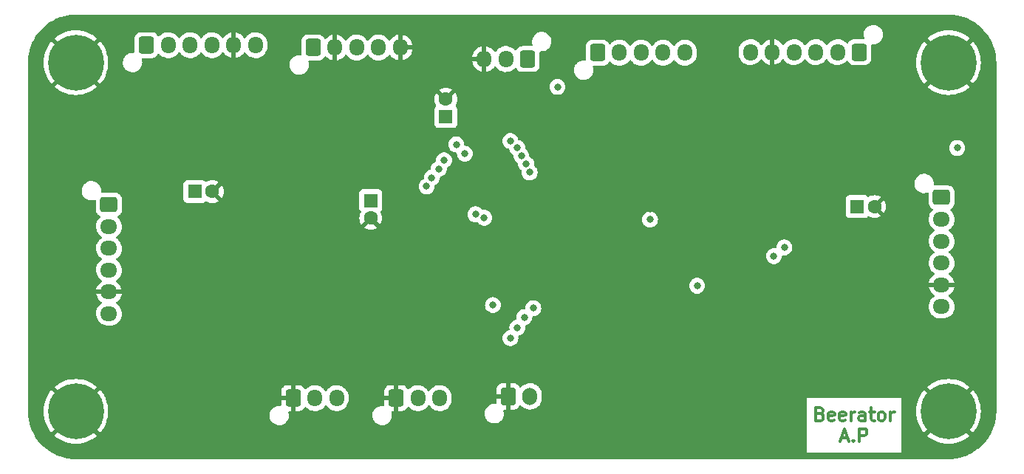
<source format=gbr>
%TF.GenerationSoftware,KiCad,Pcbnew,(6.0.7-1)-1*%
%TF.CreationDate,2022-10-27T13:07:22+02:00*%
%TF.ProjectId,Beerator,42656572-6174-46f7-922e-6b696361645f,rev?*%
%TF.SameCoordinates,Original*%
%TF.FileFunction,Copper,L2,Inr*%
%TF.FilePolarity,Positive*%
%FSLAX46Y46*%
G04 Gerber Fmt 4.6, Leading zero omitted, Abs format (unit mm)*
G04 Created by KiCad (PCBNEW (6.0.7-1)-1) date 2022-10-27 13:07:22*
%MOMM*%
%LPD*%
G01*
G04 APERTURE LIST*
G04 Aperture macros list*
%AMRoundRect*
0 Rectangle with rounded corners*
0 $1 Rounding radius*
0 $2 $3 $4 $5 $6 $7 $8 $9 X,Y pos of 4 corners*
0 Add a 4 corners polygon primitive as box body*
4,1,4,$2,$3,$4,$5,$6,$7,$8,$9,$2,$3,0*
0 Add four circle primitives for the rounded corners*
1,1,$1+$1,$2,$3*
1,1,$1+$1,$4,$5*
1,1,$1+$1,$6,$7*
1,1,$1+$1,$8,$9*
0 Add four rect primitives between the rounded corners*
20,1,$1+$1,$2,$3,$4,$5,0*
20,1,$1+$1,$4,$5,$6,$7,0*
20,1,$1+$1,$6,$7,$8,$9,0*
20,1,$1+$1,$8,$9,$2,$3,0*%
G04 Aperture macros list end*
%ADD10C,0.300000*%
%TA.AperFunction,NonConductor*%
%ADD11C,0.300000*%
%TD*%
%TA.AperFunction,ComponentPad*%
%ADD12RoundRect,0.250000X-0.725000X0.600000X-0.725000X-0.600000X0.725000X-0.600000X0.725000X0.600000X0*%
%TD*%
%TA.AperFunction,ComponentPad*%
%ADD13O,1.950000X1.700000*%
%TD*%
%TA.AperFunction,ComponentPad*%
%ADD14RoundRect,0.250000X0.600000X0.725000X-0.600000X0.725000X-0.600000X-0.725000X0.600000X-0.725000X0*%
%TD*%
%TA.AperFunction,ComponentPad*%
%ADD15O,1.700000X1.950000*%
%TD*%
%TA.AperFunction,ComponentPad*%
%ADD16R,1.600000X1.600000*%
%TD*%
%TA.AperFunction,ComponentPad*%
%ADD17C,1.600000*%
%TD*%
%TA.AperFunction,ComponentPad*%
%ADD18RoundRect,0.250000X-0.600000X-0.725000X0.600000X-0.725000X0.600000X0.725000X-0.600000X0.725000X0*%
%TD*%
%TA.AperFunction,ComponentPad*%
%ADD19C,0.800000*%
%TD*%
%TA.AperFunction,ComponentPad*%
%ADD20C,6.400000*%
%TD*%
%TA.AperFunction,ComponentPad*%
%ADD21RoundRect,0.250000X-0.600000X-0.750000X0.600000X-0.750000X0.600000X0.750000X-0.600000X0.750000X0*%
%TD*%
%TA.AperFunction,ComponentPad*%
%ADD22O,1.700000X2.000000*%
%TD*%
%TA.AperFunction,ViaPad*%
%ADD23C,0.800000*%
%TD*%
G04 APERTURE END LIST*
D10*
D11*
X135307142Y-90285357D02*
X135521428Y-90356785D01*
X135592857Y-90428214D01*
X135664285Y-90571071D01*
X135664285Y-90785357D01*
X135592857Y-90928214D01*
X135521428Y-90999642D01*
X135378571Y-91071071D01*
X134807142Y-91071071D01*
X134807142Y-89571071D01*
X135307142Y-89571071D01*
X135450000Y-89642500D01*
X135521428Y-89713928D01*
X135592857Y-89856785D01*
X135592857Y-89999642D01*
X135521428Y-90142500D01*
X135450000Y-90213928D01*
X135307142Y-90285357D01*
X134807142Y-90285357D01*
X136878571Y-90999642D02*
X136735714Y-91071071D01*
X136450000Y-91071071D01*
X136307142Y-90999642D01*
X136235714Y-90856785D01*
X136235714Y-90285357D01*
X136307142Y-90142500D01*
X136450000Y-90071071D01*
X136735714Y-90071071D01*
X136878571Y-90142500D01*
X136950000Y-90285357D01*
X136950000Y-90428214D01*
X136235714Y-90571071D01*
X138164285Y-90999642D02*
X138021428Y-91071071D01*
X137735714Y-91071071D01*
X137592857Y-90999642D01*
X137521428Y-90856785D01*
X137521428Y-90285357D01*
X137592857Y-90142500D01*
X137735714Y-90071071D01*
X138021428Y-90071071D01*
X138164285Y-90142500D01*
X138235714Y-90285357D01*
X138235714Y-90428214D01*
X137521428Y-90571071D01*
X138878571Y-91071071D02*
X138878571Y-90071071D01*
X138878571Y-90356785D02*
X138950000Y-90213928D01*
X139021428Y-90142500D01*
X139164285Y-90071071D01*
X139307142Y-90071071D01*
X140450000Y-91071071D02*
X140450000Y-90285357D01*
X140378571Y-90142500D01*
X140235714Y-90071071D01*
X139950000Y-90071071D01*
X139807142Y-90142500D01*
X140450000Y-90999642D02*
X140307142Y-91071071D01*
X139950000Y-91071071D01*
X139807142Y-90999642D01*
X139735714Y-90856785D01*
X139735714Y-90713928D01*
X139807142Y-90571071D01*
X139950000Y-90499642D01*
X140307142Y-90499642D01*
X140450000Y-90428214D01*
X140950000Y-90071071D02*
X141521428Y-90071071D01*
X141164285Y-89571071D02*
X141164285Y-90856785D01*
X141235714Y-90999642D01*
X141378571Y-91071071D01*
X141521428Y-91071071D01*
X142235714Y-91071071D02*
X142092857Y-90999642D01*
X142021428Y-90928214D01*
X141950000Y-90785357D01*
X141950000Y-90356785D01*
X142021428Y-90213928D01*
X142092857Y-90142500D01*
X142235714Y-90071071D01*
X142450000Y-90071071D01*
X142592857Y-90142500D01*
X142664285Y-90213928D01*
X142735714Y-90356785D01*
X142735714Y-90785357D01*
X142664285Y-90928214D01*
X142592857Y-90999642D01*
X142450000Y-91071071D01*
X142235714Y-91071071D01*
X143378571Y-91071071D02*
X143378571Y-90071071D01*
X143378571Y-90356785D02*
X143450000Y-90213928D01*
X143521428Y-90142500D01*
X143664285Y-90071071D01*
X143807142Y-90071071D01*
X137735714Y-93057500D02*
X138450000Y-93057500D01*
X137592857Y-93486071D02*
X138092857Y-91986071D01*
X138592857Y-93486071D01*
X139092857Y-93343214D02*
X139164285Y-93414642D01*
X139092857Y-93486071D01*
X139021428Y-93414642D01*
X139092857Y-93343214D01*
X139092857Y-93486071D01*
X139807142Y-93486071D02*
X139807142Y-91986071D01*
X140378571Y-91986071D01*
X140521428Y-92057500D01*
X140592857Y-92128928D01*
X140664285Y-92271785D01*
X140664285Y-92486071D01*
X140592857Y-92628928D01*
X140521428Y-92700357D01*
X140378571Y-92771785D01*
X139807142Y-92771785D01*
D12*
%TO.N,O1_D1*%
%TO.C,JMCC0_501*%
X53800000Y-66300000D03*
D13*
%TO.N,+5V*%
X53800000Y-68800000D03*
%TO.N,PHASE_B_M1*%
X53800000Y-71300000D03*
%TO.N,PHASE_A_M1*%
X53800000Y-73800000D03*
%TO.N,GND*%
X53800000Y-76300000D03*
%TO.N,O2_D1*%
X53800000Y-78800000D03*
%TD*%
D14*
%TO.N,SERVO_DATA*%
%TO.C,JSERVO501*%
X101800000Y-49600000D03*
D15*
%TO.N,+BATT*%
X99300000Y-49600000D03*
%TO.N,GND*%
X96800000Y-49600000D03*
%TD*%
D16*
%TO.N,+BATT*%
%TO.C,C503*%
X63644888Y-64800000D03*
D17*
%TO.N,GND*%
X65644888Y-64800000D03*
%TD*%
D14*
%TO.N,TOF-EXTI*%
%TO.C,JTOF0_401*%
X139800000Y-48800000D03*
D15*
%TO.N,TOF-XSHUT*%
X137300000Y-48800000D03*
%TO.N,TOF-SCL*%
X134800000Y-48800000D03*
%TO.N,TOF-SDA*%
X132300000Y-48800000D03*
%TO.N,GND*%
X129800000Y-48800000D03*
%TO.N,+3.3V*%
X127300000Y-48800000D03*
%TD*%
D18*
%TO.N,TCS-S0*%
%TO.C,JCOLOR_404*%
X109800000Y-48875000D03*
D15*
%TO.N,TCS-S1*%
X112300000Y-48875000D03*
%TO.N,TCS-S2*%
X114800000Y-48875000D03*
%TO.N,TCS-S3*%
X117300000Y-48875000D03*
%TO.N,TCS-OUT*%
X119800000Y-48875000D03*
%TD*%
D19*
%TO.N,GND*%
%TO.C,H102*%
X150000000Y-52400000D03*
X150000000Y-47600000D03*
D20*
X150000000Y-50000000D03*
D19*
X151697056Y-51697056D03*
X148302944Y-48302944D03*
X152400000Y-50000000D03*
X147600000Y-50000000D03*
X151697056Y-48302944D03*
X148302944Y-51697056D03*
%TD*%
D16*
%TO.N,+3.3V*%
%TO.C,C301*%
X83800000Y-65844888D03*
D17*
%TO.N,GND*%
X83800000Y-67844888D03*
%TD*%
D19*
%TO.N,GND*%
%TO.C,H101*%
X50000000Y-47600000D03*
X51697056Y-51697056D03*
X48302944Y-51697056D03*
X47600000Y-50000000D03*
X51697056Y-48302944D03*
X50000000Y-52400000D03*
X52400000Y-50000000D03*
D20*
X50000000Y-50000000D03*
D19*
X48302944Y-48302944D03*
%TD*%
D18*
%TO.N,GND*%
%TO.C,JDistance0_401*%
X74900000Y-88475000D03*
D15*
%TO.N,+3.3V*%
X77400000Y-88475000D03*
%TO.N,IR2-OUT*%
X79900000Y-88475000D03*
%TD*%
D18*
%TO.N,+5V*%
%TO.C,JCOLOR_401*%
X77200000Y-48275000D03*
D15*
%TO.N,GND*%
X79700000Y-48275000D03*
%TO.N,TCS-OE*%
X82200000Y-48275000D03*
%TO.N,TCS-LED*%
X84700000Y-48275000D03*
%TO.N,GND*%
X87200000Y-48275000D03*
%TD*%
D20*
%TO.N,GND*%
%TO.C,H104*%
X150000000Y-90000000D03*
D19*
X147600000Y-90000000D03*
X151697056Y-91697056D03*
X148302944Y-88302944D03*
X152400000Y-90000000D03*
X151697056Y-88302944D03*
X150000000Y-92400000D03*
X148302944Y-91697056D03*
X150000000Y-87600000D03*
%TD*%
D16*
%TO.N,+BATT*%
%TO.C,C505*%
X92400000Y-56200000D03*
D17*
%TO.N,GND*%
X92400000Y-54200000D03*
%TD*%
D16*
%TO.N,+BATT*%
%TO.C,C504*%
X139539888Y-66525000D03*
D17*
%TO.N,GND*%
X141539888Y-66525000D03*
%TD*%
D19*
%TO.N,GND*%
%TO.C,H103*%
X48302944Y-88302944D03*
X48302944Y-91697056D03*
X50000000Y-92400000D03*
X52400000Y-90000000D03*
X50000000Y-87600000D03*
D20*
X50000000Y-90000000D03*
D19*
X47600000Y-90000000D03*
X51697056Y-88302944D03*
X51697056Y-91697056D03*
%TD*%
D21*
%TO.N,GND*%
%TO.C,JBat201*%
X99550000Y-88275000D03*
D22*
%TO.N,Net-(JBat201-Pad2)*%
X102050000Y-88275000D03*
%TD*%
D18*
%TO.N,TOF2_EXTI*%
%TO.C,JTOF1_401*%
X58100000Y-48000000D03*
D15*
%TO.N,TOF2_XSHUT*%
X60600000Y-48000000D03*
%TO.N,TOF2_SCL*%
X63100000Y-48000000D03*
%TO.N,TOF2_SDA*%
X65600000Y-48000000D03*
%TO.N,GND*%
X68100000Y-48000000D03*
%TO.N,+3.3V*%
X70600000Y-48000000D03*
%TD*%
D18*
%TO.N,GND*%
%TO.C,JDistance0_402*%
X86700000Y-88475000D03*
D15*
%TO.N,+3.3V*%
X89200000Y-88475000D03*
%TO.N,IR1-OUT*%
X91700000Y-88475000D03*
%TD*%
D12*
%TO.N,O1_D2*%
%TO.C,JMCC1_501*%
X149220000Y-65475000D03*
D13*
%TO.N,+5V*%
X149220000Y-67975000D03*
%TO.N,PHASE_B_M2*%
X149220000Y-70475000D03*
%TO.N,PHASE_A_M2*%
X149220000Y-72975000D03*
%TO.N,GND*%
X149220000Y-75475000D03*
%TO.N,O2_D2*%
X149220000Y-77975000D03*
%TD*%
D23*
%TO.N,GND*%
X120600000Y-90400000D03*
%TO.N,+5V*%
X151000000Y-59800000D03*
%TO.N,GND*%
X58800000Y-63600000D03*
%TO.N,+3.3V*%
X105200000Y-52800000D03*
%TO.N,SERVO_DATA*%
X97800000Y-77800000D03*
%TO.N,TCS-OUT*%
X102000000Y-62600000D03*
%TO.N,TCS-S3*%
X101600000Y-61600000D03*
%TO.N,TCS-S2*%
X101046991Y-60693982D03*
%TO.N,TCS-S1*%
X100600000Y-59800000D03*
%TO.N,TCS-S0*%
X99800000Y-59000000D03*
%TO.N,TCS-OE*%
X94585011Y-60444966D03*
%TO.N,TCS-LED*%
X93600000Y-59400000D03*
%TO.N,PHASE_B_M1*%
X95800000Y-67400000D03*
%TO.N,PHASE_A_M1*%
X96800000Y-67800000D03*
%TO.N,TOF2_EXTI*%
X90200000Y-64200000D03*
%TO.N,TOF2_XSHUT*%
X90800000Y-63200000D03*
%TO.N,TOF2_SCL*%
X91600000Y-62200000D03*
%TO.N,TOF2_SDA*%
X92200000Y-61200000D03*
%TO.N,TOF-SDA*%
X102425904Y-78174097D03*
%TO.N,TOF-SCL*%
X101400000Y-79200000D03*
%TO.N,TOF-XSHUT*%
X100600000Y-80400000D03*
%TO.N,TOF-EXTI*%
X99800000Y-81600000D03*
%TO.N,PHASE_A_M2*%
X130000000Y-72200000D03*
%TO.N,PHASE_B_M2*%
X131200000Y-71200000D03*
%TO.N,+3.3V*%
X115800000Y-68000000D03*
%TO.N,GND*%
X115800000Y-66800000D03*
X68200000Y-70600000D03*
X68200000Y-73000000D03*
X136295000Y-80525000D03*
X134800000Y-66200000D03*
X124400000Y-76800000D03*
X122000000Y-82600000D03*
%TO.N,+3.3V*%
X121200000Y-75600000D03*
%TO.N,GND*%
X112200000Y-78000000D03*
%TD*%
%TA.AperFunction,Conductor*%
%TO.N,GND*%
G36*
X149970018Y-44510000D02*
G01*
X149984851Y-44512310D01*
X149984855Y-44512310D01*
X149993724Y-44513691D01*
X150014664Y-44510953D01*
X150036202Y-44509997D01*
X150224026Y-44517766D01*
X150448278Y-44527041D01*
X150458656Y-44527901D01*
X150734674Y-44562307D01*
X150898702Y-44582753D01*
X150908967Y-44584465D01*
X151072054Y-44618661D01*
X151342976Y-44675467D01*
X151353072Y-44678023D01*
X151778101Y-44804561D01*
X151787938Y-44807938D01*
X152201081Y-44969147D01*
X152210581Y-44973314D01*
X152608983Y-45168081D01*
X152618141Y-45173037D01*
X152999085Y-45400030D01*
X153007804Y-45405726D01*
X153368705Y-45663405D01*
X153376923Y-45669801D01*
X153715326Y-45956413D01*
X153722987Y-45963467D01*
X154036533Y-46277013D01*
X154043587Y-46284674D01*
X154330199Y-46623077D01*
X154336595Y-46631295D01*
X154594274Y-46992196D01*
X154599970Y-47000915D01*
X154609632Y-47017130D01*
X154824518Y-47377755D01*
X154826963Y-47381859D01*
X154831918Y-47391015D01*
X155021095Y-47777982D01*
X155026682Y-47789411D01*
X155030853Y-47798919D01*
X155192062Y-48212062D01*
X155195439Y-48221899D01*
X155321977Y-48646928D01*
X155324533Y-48657024D01*
X155412283Y-49075523D01*
X155415534Y-49091030D01*
X155417247Y-49101298D01*
X155429339Y-49198303D01*
X155472099Y-49541344D01*
X155472959Y-49551722D01*
X155478786Y-49692602D01*
X155489454Y-49950523D01*
X155489694Y-49956335D01*
X155488302Y-49980920D01*
X155486309Y-49993724D01*
X155487473Y-50002626D01*
X155487473Y-50002628D01*
X155490436Y-50025283D01*
X155491500Y-50041621D01*
X155491500Y-89950633D01*
X155490000Y-89970018D01*
X155487690Y-89984851D01*
X155487690Y-89984855D01*
X155486309Y-89993724D01*
X155489047Y-90014659D01*
X155490003Y-90036202D01*
X155486368Y-90124091D01*
X155472959Y-90448278D01*
X155472099Y-90458656D01*
X155417248Y-90898698D01*
X155415535Y-90908967D01*
X155389114Y-91034974D01*
X155324533Y-91342976D01*
X155321977Y-91353072D01*
X155195439Y-91778101D01*
X155192062Y-91787938D01*
X155030853Y-92201081D01*
X155026686Y-92210581D01*
X154918323Y-92432241D01*
X154831919Y-92608983D01*
X154826963Y-92618141D01*
X154599970Y-92999085D01*
X154594274Y-93007804D01*
X154336595Y-93368705D01*
X154330199Y-93376923D01*
X154043587Y-93715326D01*
X154036533Y-93722987D01*
X153722987Y-94036533D01*
X153715326Y-94043587D01*
X153376923Y-94330199D01*
X153368705Y-94336595D01*
X153007804Y-94594274D01*
X152999085Y-94599970D01*
X152618141Y-94826963D01*
X152608985Y-94831918D01*
X152210581Y-95026686D01*
X152201081Y-95030853D01*
X151787938Y-95192062D01*
X151778101Y-95195439D01*
X151353072Y-95321977D01*
X151342975Y-95324533D01*
X150908967Y-95415535D01*
X150898702Y-95417247D01*
X150734674Y-95437693D01*
X150458656Y-95472099D01*
X150448278Y-95472959D01*
X150270676Y-95480305D01*
X150043661Y-95489694D01*
X150019080Y-95488302D01*
X150006276Y-95486309D01*
X149997374Y-95487473D01*
X149997372Y-95487473D01*
X149982323Y-95489441D01*
X149974714Y-95490436D01*
X149958379Y-95491500D01*
X50049367Y-95491500D01*
X50029982Y-95490000D01*
X50015149Y-95487690D01*
X50015145Y-95487690D01*
X50006276Y-95486309D01*
X49985336Y-95489047D01*
X49963798Y-95490003D01*
X49775974Y-95482234D01*
X49551722Y-95472959D01*
X49541344Y-95472099D01*
X49265326Y-95437693D01*
X49101298Y-95417247D01*
X49091033Y-95415535D01*
X48657025Y-95324533D01*
X48646928Y-95321977D01*
X48221899Y-95195439D01*
X48212062Y-95192062D01*
X47798919Y-95030853D01*
X47789419Y-95026686D01*
X47391015Y-94831918D01*
X47381859Y-94826963D01*
X47250181Y-94748500D01*
X133791500Y-94748500D01*
X144608500Y-94748500D01*
X144608500Y-92797386D01*
X147567759Y-92797386D01*
X147575216Y-92807753D01*
X147814935Y-93001874D01*
X147820272Y-93005751D01*
X148140685Y-93213830D01*
X148146394Y-93217127D01*
X148486811Y-93390578D01*
X148492836Y-93393260D01*
X148849502Y-93530171D01*
X148855784Y-93532212D01*
X149224816Y-93631094D01*
X149231266Y-93632465D01*
X149608629Y-93692234D01*
X149615167Y-93692920D01*
X149996699Y-93712916D01*
X150003301Y-93712916D01*
X150384833Y-93692920D01*
X150391371Y-93692234D01*
X150768734Y-93632465D01*
X150775184Y-93631094D01*
X151144216Y-93532212D01*
X151150498Y-93530171D01*
X151507164Y-93393260D01*
X151513189Y-93390578D01*
X151853606Y-93217127D01*
X151859315Y-93213830D01*
X152179728Y-93005751D01*
X152185065Y-93001874D01*
X152423835Y-92808522D01*
X152432300Y-92796267D01*
X152425966Y-92785176D01*
X150012812Y-90372022D01*
X149998868Y-90364408D01*
X149997035Y-90364539D01*
X149990420Y-90368790D01*
X147574900Y-92784310D01*
X147567759Y-92797386D01*
X144608500Y-92797386D01*
X144608500Y-90003301D01*
X146287084Y-90003301D01*
X146307080Y-90384833D01*
X146307766Y-90391371D01*
X146367535Y-90768734D01*
X146368906Y-90775184D01*
X146467788Y-91144216D01*
X146469829Y-91150498D01*
X146606740Y-91507164D01*
X146609422Y-91513189D01*
X146782872Y-91853603D01*
X146786169Y-91859313D01*
X146994253Y-92179735D01*
X146998123Y-92185061D01*
X147191478Y-92423835D01*
X147203733Y-92432300D01*
X147214824Y-92425966D01*
X149627978Y-90012812D01*
X149634356Y-90001132D01*
X150364408Y-90001132D01*
X150364539Y-90002965D01*
X150368790Y-90009580D01*
X152784310Y-92425100D01*
X152797386Y-92432241D01*
X152807753Y-92424784D01*
X153001877Y-92185061D01*
X153005747Y-92179735D01*
X153213831Y-91859313D01*
X153217128Y-91853603D01*
X153390578Y-91513189D01*
X153393260Y-91507164D01*
X153530171Y-91150498D01*
X153532212Y-91144216D01*
X153631094Y-90775184D01*
X153632465Y-90768734D01*
X153692234Y-90391371D01*
X153692920Y-90384833D01*
X153712916Y-90003301D01*
X153712916Y-89996699D01*
X153692920Y-89615167D01*
X153692234Y-89608629D01*
X153632465Y-89231266D01*
X153631094Y-89224816D01*
X153532212Y-88855784D01*
X153530171Y-88849502D01*
X153393260Y-88492836D01*
X153390578Y-88486811D01*
X153217128Y-88146397D01*
X153213831Y-88140687D01*
X153005747Y-87820265D01*
X153001877Y-87814939D01*
X152808522Y-87576165D01*
X152796267Y-87567700D01*
X152785176Y-87574034D01*
X150372022Y-89987188D01*
X150364408Y-90001132D01*
X149634356Y-90001132D01*
X149635592Y-89998868D01*
X149635461Y-89997035D01*
X149631210Y-89990420D01*
X147215690Y-87574900D01*
X147202614Y-87567759D01*
X147192247Y-87575216D01*
X146998123Y-87814939D01*
X146994253Y-87820265D01*
X146786169Y-88140687D01*
X146782872Y-88146397D01*
X146609422Y-88486811D01*
X146606740Y-88492836D01*
X146469829Y-88849502D01*
X146467788Y-88855784D01*
X146368906Y-89224816D01*
X146367535Y-89231266D01*
X146307766Y-89608629D01*
X146307080Y-89615167D01*
X146287084Y-89996699D01*
X146287084Y-90003301D01*
X144608500Y-90003301D01*
X144608500Y-88451500D01*
X133791500Y-88451500D01*
X133791500Y-94748500D01*
X47250181Y-94748500D01*
X47000915Y-94599970D01*
X46992196Y-94594274D01*
X46631295Y-94336595D01*
X46623077Y-94330199D01*
X46284674Y-94043587D01*
X46277013Y-94036533D01*
X45963467Y-93722987D01*
X45956413Y-93715326D01*
X45669801Y-93376923D01*
X45663405Y-93368705D01*
X45405726Y-93007804D01*
X45400030Y-92999085D01*
X45279844Y-92797386D01*
X47567759Y-92797386D01*
X47575216Y-92807753D01*
X47814935Y-93001874D01*
X47820272Y-93005751D01*
X48140685Y-93213830D01*
X48146394Y-93217127D01*
X48486811Y-93390578D01*
X48492836Y-93393260D01*
X48849502Y-93530171D01*
X48855784Y-93532212D01*
X49224816Y-93631094D01*
X49231266Y-93632465D01*
X49608629Y-93692234D01*
X49615167Y-93692920D01*
X49996699Y-93712916D01*
X50003301Y-93712916D01*
X50384833Y-93692920D01*
X50391371Y-93692234D01*
X50768734Y-93632465D01*
X50775184Y-93631094D01*
X51144216Y-93532212D01*
X51150498Y-93530171D01*
X51507164Y-93393260D01*
X51513189Y-93390578D01*
X51853606Y-93217127D01*
X51859315Y-93213830D01*
X52179728Y-93005751D01*
X52185065Y-93001874D01*
X52423835Y-92808522D01*
X52432300Y-92796267D01*
X52425966Y-92785176D01*
X50012812Y-90372022D01*
X49998868Y-90364408D01*
X49997035Y-90364539D01*
X49990420Y-90368790D01*
X47574900Y-92784310D01*
X47567759Y-92797386D01*
X45279844Y-92797386D01*
X45173037Y-92618141D01*
X45168081Y-92608983D01*
X45081677Y-92432241D01*
X44973314Y-92210581D01*
X44969147Y-92201081D01*
X44807938Y-91787938D01*
X44804561Y-91778101D01*
X44678023Y-91353072D01*
X44675467Y-91342976D01*
X44610886Y-91034974D01*
X44584465Y-90908967D01*
X44582752Y-90898698D01*
X44527901Y-90458656D01*
X44527041Y-90448278D01*
X44510462Y-90047439D01*
X44512100Y-90021329D01*
X44512769Y-90017351D01*
X44512770Y-90017345D01*
X44513576Y-90012552D01*
X44513689Y-90003301D01*
X46287084Y-90003301D01*
X46307080Y-90384833D01*
X46307766Y-90391371D01*
X46367535Y-90768734D01*
X46368906Y-90775184D01*
X46467788Y-91144216D01*
X46469829Y-91150498D01*
X46606740Y-91507164D01*
X46609422Y-91513189D01*
X46782872Y-91853603D01*
X46786169Y-91859313D01*
X46994253Y-92179735D01*
X46998123Y-92185061D01*
X47191478Y-92423835D01*
X47203733Y-92432300D01*
X47214824Y-92425966D01*
X49627978Y-90012812D01*
X49634356Y-90001132D01*
X50364408Y-90001132D01*
X50364539Y-90002965D01*
X50368790Y-90009580D01*
X52784310Y-92425100D01*
X52797386Y-92432241D01*
X52807753Y-92424784D01*
X53001877Y-92185061D01*
X53005747Y-92179735D01*
X53213831Y-91859313D01*
X53217128Y-91853603D01*
X53390578Y-91513189D01*
X53393260Y-91507164D01*
X53530171Y-91150498D01*
X53532212Y-91144216D01*
X53631094Y-90775184D01*
X53632465Y-90768734D01*
X53687604Y-90420604D01*
X72187787Y-90420604D01*
X72197567Y-90631899D01*
X72198971Y-90637724D01*
X72198971Y-90637725D01*
X72244016Y-90824632D01*
X72247125Y-90837534D01*
X72249607Y-90842992D01*
X72249608Y-90842996D01*
X72293053Y-90938546D01*
X72334674Y-91030087D01*
X72457054Y-91202611D01*
X72469791Y-91214804D01*
X72603682Y-91342976D01*
X72609850Y-91348881D01*
X72787548Y-91463620D01*
X72793114Y-91465863D01*
X72978168Y-91540442D01*
X72978171Y-91540443D01*
X72983737Y-91542686D01*
X73191337Y-91583228D01*
X73196899Y-91583500D01*
X73352846Y-91583500D01*
X73510566Y-91568452D01*
X73713534Y-91508908D01*
X73797111Y-91465863D01*
X73896249Y-91414804D01*
X73896252Y-91414802D01*
X73901580Y-91412058D01*
X74067920Y-91281396D01*
X74071852Y-91276865D01*
X74071855Y-91276862D01*
X74202621Y-91126167D01*
X74206552Y-91121637D01*
X74209552Y-91116451D01*
X74209555Y-91116447D01*
X74309467Y-90943742D01*
X74312473Y-90938546D01*
X74381861Y-90738729D01*
X74397351Y-90631899D01*
X74411352Y-90535336D01*
X74411352Y-90535333D01*
X74412213Y-90529396D01*
X74407177Y-90420604D01*
X83987787Y-90420604D01*
X83997567Y-90631899D01*
X83998971Y-90637724D01*
X83998971Y-90637725D01*
X84044016Y-90824632D01*
X84047125Y-90837534D01*
X84049607Y-90842992D01*
X84049608Y-90842996D01*
X84093053Y-90938546D01*
X84134674Y-91030087D01*
X84257054Y-91202611D01*
X84269791Y-91214804D01*
X84403682Y-91342976D01*
X84409850Y-91348881D01*
X84587548Y-91463620D01*
X84593114Y-91465863D01*
X84778168Y-91540442D01*
X84778171Y-91540443D01*
X84783737Y-91542686D01*
X84991337Y-91583228D01*
X84996899Y-91583500D01*
X85152846Y-91583500D01*
X85310566Y-91568452D01*
X85513534Y-91508908D01*
X85597111Y-91465863D01*
X85696249Y-91414804D01*
X85696252Y-91414802D01*
X85701580Y-91412058D01*
X85867920Y-91281396D01*
X85871852Y-91276865D01*
X85871855Y-91276862D01*
X86002621Y-91126167D01*
X86006552Y-91121637D01*
X86009552Y-91116451D01*
X86009555Y-91116447D01*
X86109467Y-90943742D01*
X86112473Y-90938546D01*
X86181861Y-90738729D01*
X86197351Y-90631899D01*
X86211352Y-90535336D01*
X86211352Y-90535333D01*
X86212213Y-90529396D01*
X86202433Y-90318101D01*
X86178936Y-90220604D01*
X96837787Y-90220604D01*
X96847567Y-90431899D01*
X96897125Y-90637534D01*
X96899607Y-90642992D01*
X96899608Y-90642996D01*
X96943053Y-90738546D01*
X96984674Y-90830087D01*
X97107054Y-91002611D01*
X97259850Y-91148881D01*
X97437548Y-91263620D01*
X97443114Y-91265863D01*
X97628168Y-91340442D01*
X97628171Y-91340443D01*
X97633737Y-91342686D01*
X97841337Y-91383228D01*
X97846899Y-91383500D01*
X98002846Y-91383500D01*
X98160566Y-91368452D01*
X98363534Y-91308908D01*
X98368862Y-91306164D01*
X98546249Y-91214804D01*
X98546252Y-91214802D01*
X98551580Y-91212058D01*
X98717920Y-91081396D01*
X98721852Y-91076865D01*
X98721855Y-91076862D01*
X98852621Y-90926167D01*
X98856552Y-90921637D01*
X98859552Y-90916451D01*
X98859555Y-90916447D01*
X98959467Y-90743742D01*
X98962473Y-90738546D01*
X99031861Y-90538729D01*
X99048219Y-90425909D01*
X99061352Y-90335336D01*
X99061352Y-90335333D01*
X99062213Y-90329396D01*
X99052433Y-90118101D01*
X99009154Y-89938520D01*
X99012639Y-89867610D01*
X99053908Y-89809840D01*
X99119859Y-89783553D01*
X99131647Y-89783000D01*
X99277885Y-89783000D01*
X99293124Y-89778525D01*
X99294329Y-89777135D01*
X99296000Y-89769452D01*
X99296000Y-89764884D01*
X99804000Y-89764884D01*
X99808475Y-89780123D01*
X99809865Y-89781328D01*
X99817548Y-89782999D01*
X100197095Y-89782999D01*
X100203614Y-89782662D01*
X100299206Y-89772743D01*
X100312600Y-89769851D01*
X100466784Y-89718412D01*
X100479962Y-89712239D01*
X100617807Y-89626937D01*
X100629208Y-89617901D01*
X100743739Y-89503171D01*
X100752753Y-89491757D01*
X100838723Y-89352287D01*
X100891495Y-89304793D01*
X100961566Y-89293369D01*
X101026690Y-89321643D01*
X101037149Y-89331426D01*
X101146576Y-89446135D01*
X101150854Y-89449318D01*
X101157576Y-89454319D01*
X101331542Y-89583754D01*
X101336293Y-89586170D01*
X101336297Y-89586172D01*
X101433242Y-89635461D01*
X101537051Y-89688240D01*
X101542145Y-89689822D01*
X101542148Y-89689823D01*
X101727540Y-89747389D01*
X101757227Y-89756607D01*
X101762516Y-89757308D01*
X101980489Y-89786198D01*
X101980494Y-89786198D01*
X101985774Y-89786898D01*
X101991103Y-89786698D01*
X101991105Y-89786698D01*
X102100966Y-89782573D01*
X102216158Y-89778249D01*
X102221468Y-89777135D01*
X102436572Y-89732002D01*
X102441791Y-89730907D01*
X102446750Y-89728949D01*
X102446752Y-89728948D01*
X102651256Y-89648185D01*
X102651258Y-89648184D01*
X102656221Y-89646224D01*
X102677103Y-89633553D01*
X102848757Y-89529390D01*
X102848756Y-89529390D01*
X102853317Y-89526623D01*
X102857347Y-89523126D01*
X103023412Y-89379023D01*
X103023414Y-89379021D01*
X103027445Y-89375523D01*
X103100538Y-89286380D01*
X103170240Y-89201373D01*
X103170244Y-89201367D01*
X103173624Y-89197245D01*
X103182560Y-89181548D01*
X103285032Y-89001529D01*
X103287675Y-88996886D01*
X103366337Y-88780175D01*
X103367287Y-88774923D01*
X103406623Y-88557392D01*
X103406624Y-88557385D01*
X103407361Y-88553308D01*
X103408500Y-88529156D01*
X103408500Y-88067110D01*
X103402367Y-87994825D01*
X103394371Y-87900591D01*
X103394370Y-87900587D01*
X103393920Y-87895280D01*
X103392582Y-87890125D01*
X103392581Y-87890119D01*
X103337343Y-87677297D01*
X103337342Y-87677293D01*
X103336001Y-87672128D01*
X103288987Y-87567759D01*
X103256518Y-87495681D01*
X103241312Y-87461925D01*
X103112559Y-87270681D01*
X103088643Y-87245610D01*
X103048694Y-87203733D01*
X147567700Y-87203733D01*
X147574034Y-87214824D01*
X149987188Y-89627978D01*
X150001132Y-89635592D01*
X150002965Y-89635461D01*
X150009580Y-89631210D01*
X152425100Y-87215690D01*
X152432241Y-87202614D01*
X152424784Y-87192247D01*
X152185065Y-86998126D01*
X152179728Y-86994249D01*
X151859315Y-86786170D01*
X151853606Y-86782873D01*
X151513189Y-86609422D01*
X151507164Y-86606740D01*
X151150498Y-86469829D01*
X151144216Y-86467788D01*
X150775184Y-86368906D01*
X150768734Y-86367535D01*
X150391371Y-86307766D01*
X150384833Y-86307080D01*
X150003301Y-86287084D01*
X149996699Y-86287084D01*
X149615167Y-86307080D01*
X149608629Y-86307766D01*
X149231266Y-86367535D01*
X149224816Y-86368906D01*
X148855784Y-86467788D01*
X148849502Y-86469829D01*
X148492836Y-86606740D01*
X148486811Y-86609422D01*
X148146397Y-86782872D01*
X148140687Y-86786169D01*
X147820265Y-86994253D01*
X147814939Y-86998123D01*
X147576165Y-87191478D01*
X147567700Y-87203733D01*
X103048694Y-87203733D01*
X102994810Y-87147249D01*
X102953424Y-87103865D01*
X102768458Y-86966246D01*
X102763707Y-86963830D01*
X102763703Y-86963828D01*
X102641731Y-86901815D01*
X102562949Y-86861760D01*
X102557855Y-86860178D01*
X102557852Y-86860177D01*
X102347871Y-86794976D01*
X102342773Y-86793393D01*
X102337484Y-86792692D01*
X102119511Y-86763802D01*
X102119506Y-86763802D01*
X102114226Y-86763102D01*
X102108897Y-86763302D01*
X102108895Y-86763302D01*
X102010368Y-86767001D01*
X101883842Y-86771751D01*
X101878623Y-86772846D01*
X101858849Y-86776995D01*
X101658209Y-86819093D01*
X101653250Y-86821051D01*
X101653248Y-86821052D01*
X101448744Y-86901815D01*
X101448742Y-86901816D01*
X101443779Y-86903776D01*
X101439220Y-86906543D01*
X101439217Y-86906544D01*
X101340832Y-86966246D01*
X101246683Y-87023377D01*
X101242653Y-87026874D01*
X101102995Y-87148063D01*
X101072555Y-87174477D01*
X101056193Y-87194432D01*
X101042994Y-87210529D01*
X100984334Y-87250524D01*
X100913364Y-87252455D01*
X100852616Y-87215710D01*
X100838416Y-87196941D01*
X100751937Y-87057193D01*
X100742901Y-87045792D01*
X100628171Y-86931261D01*
X100616760Y-86922249D01*
X100478757Y-86837184D01*
X100465576Y-86831037D01*
X100311290Y-86779862D01*
X100297914Y-86776995D01*
X100203562Y-86767328D01*
X100197145Y-86767000D01*
X99822115Y-86767000D01*
X99806876Y-86771475D01*
X99805671Y-86772865D01*
X99804000Y-86780548D01*
X99804000Y-89764884D01*
X99296000Y-89764884D01*
X99296000Y-88547115D01*
X99291525Y-88531876D01*
X99290135Y-88530671D01*
X99282452Y-88529000D01*
X98210116Y-88529000D01*
X98194877Y-88533475D01*
X98193672Y-88534865D01*
X98192001Y-88542548D01*
X98192001Y-89041066D01*
X98171999Y-89109187D01*
X98118343Y-89155680D01*
X98058754Y-89164910D01*
X98058663Y-89166772D01*
X98054643Y-89166575D01*
X98054626Y-89166575D01*
X98053101Y-89166500D01*
X97897154Y-89166500D01*
X97739434Y-89181548D01*
X97536466Y-89241092D01*
X97531139Y-89243836D01*
X97531138Y-89243836D01*
X97353751Y-89335196D01*
X97353748Y-89335198D01*
X97348420Y-89337942D01*
X97182080Y-89468604D01*
X97178148Y-89473135D01*
X97178145Y-89473138D01*
X97067089Y-89601119D01*
X97043448Y-89628363D01*
X97040448Y-89633549D01*
X97040445Y-89633553D01*
X96970173Y-89755024D01*
X96937527Y-89811454D01*
X96868139Y-90011271D01*
X96867278Y-90017206D01*
X96867278Y-90017208D01*
X96866681Y-90021329D01*
X96837787Y-90220604D01*
X86178936Y-90220604D01*
X86153129Y-90113520D01*
X86156614Y-90042610D01*
X86197883Y-89984840D01*
X86263834Y-89958553D01*
X86275622Y-89958000D01*
X86427885Y-89958000D01*
X86443124Y-89953525D01*
X86444329Y-89952135D01*
X86446000Y-89944452D01*
X86446000Y-89939884D01*
X86954000Y-89939884D01*
X86958475Y-89955123D01*
X86959865Y-89956328D01*
X86967548Y-89957999D01*
X87347095Y-89957999D01*
X87353614Y-89957662D01*
X87449206Y-89947743D01*
X87462600Y-89944851D01*
X87616784Y-89893412D01*
X87629962Y-89887239D01*
X87767807Y-89801937D01*
X87779208Y-89792901D01*
X87893739Y-89678171D01*
X87902753Y-89666757D01*
X87988723Y-89527287D01*
X88041495Y-89479793D01*
X88111566Y-89468369D01*
X88176690Y-89496643D01*
X88187149Y-89506426D01*
X88296576Y-89621135D01*
X88481542Y-89758754D01*
X88486293Y-89761170D01*
X88486297Y-89761172D01*
X88582021Y-89809840D01*
X88687051Y-89863240D01*
X88692145Y-89864822D01*
X88692148Y-89864823D01*
X88845583Y-89912466D01*
X88907227Y-89931607D01*
X88912516Y-89932308D01*
X89130489Y-89961198D01*
X89130494Y-89961198D01*
X89135774Y-89961898D01*
X89141103Y-89961698D01*
X89141105Y-89961698D01*
X89250966Y-89957573D01*
X89366158Y-89953249D01*
X89371468Y-89952135D01*
X89586572Y-89907002D01*
X89591791Y-89905907D01*
X89596750Y-89903949D01*
X89596752Y-89903948D01*
X89801256Y-89823185D01*
X89801258Y-89823184D01*
X89806221Y-89821224D01*
X89822322Y-89811454D01*
X89998757Y-89704390D01*
X89998756Y-89704390D01*
X90003317Y-89701623D01*
X90088186Y-89627978D01*
X90173412Y-89554023D01*
X90173414Y-89554021D01*
X90177445Y-89550523D01*
X90240897Y-89473138D01*
X90320240Y-89376373D01*
X90320244Y-89376367D01*
X90323624Y-89372245D01*
X90341552Y-89340750D01*
X90392632Y-89291445D01*
X90462262Y-89277583D01*
X90528333Y-89303566D01*
X90555573Y-89332716D01*
X90637441Y-89454319D01*
X90641120Y-89458176D01*
X90641122Y-89458178D01*
X90703080Y-89523126D01*
X90796576Y-89621135D01*
X90981542Y-89758754D01*
X90986293Y-89761170D01*
X90986297Y-89761172D01*
X91082021Y-89809840D01*
X91187051Y-89863240D01*
X91192145Y-89864822D01*
X91192148Y-89864823D01*
X91345583Y-89912466D01*
X91407227Y-89931607D01*
X91412516Y-89932308D01*
X91630489Y-89961198D01*
X91630494Y-89961198D01*
X91635774Y-89961898D01*
X91641103Y-89961698D01*
X91641105Y-89961698D01*
X91750966Y-89957573D01*
X91866158Y-89953249D01*
X91871468Y-89952135D01*
X92086572Y-89907002D01*
X92091791Y-89905907D01*
X92096750Y-89903949D01*
X92096752Y-89903948D01*
X92301256Y-89823185D01*
X92301258Y-89823184D01*
X92306221Y-89821224D01*
X92322322Y-89811454D01*
X92498757Y-89704390D01*
X92498756Y-89704390D01*
X92503317Y-89701623D01*
X92588186Y-89627978D01*
X92673412Y-89554023D01*
X92673414Y-89554021D01*
X92677445Y-89550523D01*
X92740897Y-89473138D01*
X92820240Y-89376373D01*
X92820244Y-89376367D01*
X92823624Y-89372245D01*
X92826740Y-89366772D01*
X92932175Y-89181548D01*
X92937675Y-89171886D01*
X93016337Y-88955175D01*
X93048932Y-88774923D01*
X93056623Y-88732392D01*
X93056624Y-88732385D01*
X93057361Y-88728308D01*
X93058500Y-88704156D01*
X93058500Y-88292110D01*
X93043920Y-88120280D01*
X93042582Y-88115125D01*
X93042581Y-88115119D01*
X93013451Y-88002885D01*
X98192000Y-88002885D01*
X98196475Y-88018124D01*
X98197865Y-88019329D01*
X98205548Y-88021000D01*
X99277885Y-88021000D01*
X99293124Y-88016525D01*
X99294329Y-88015135D01*
X99296000Y-88007452D01*
X99296000Y-86785116D01*
X99291525Y-86769877D01*
X99290135Y-86768672D01*
X99282452Y-86767001D01*
X98902905Y-86767001D01*
X98896386Y-86767338D01*
X98800794Y-86777257D01*
X98787400Y-86780149D01*
X98633216Y-86831588D01*
X98620038Y-86837761D01*
X98482193Y-86923063D01*
X98470792Y-86932099D01*
X98356261Y-87046829D01*
X98347249Y-87058240D01*
X98262184Y-87196243D01*
X98256037Y-87209424D01*
X98204862Y-87363710D01*
X98201995Y-87377086D01*
X98192328Y-87471438D01*
X98192000Y-87477855D01*
X98192000Y-88002885D01*
X93013451Y-88002885D01*
X92987343Y-87902297D01*
X92987342Y-87902293D01*
X92986001Y-87897128D01*
X92891312Y-87686925D01*
X92762559Y-87495681D01*
X92726129Y-87457492D01*
X92667446Y-87395977D01*
X92603424Y-87328865D01*
X92418458Y-87191246D01*
X92413707Y-87188830D01*
X92413703Y-87188828D01*
X92254178Y-87107722D01*
X92212949Y-87086760D01*
X92207855Y-87085178D01*
X92207852Y-87085177D01*
X91997871Y-87019976D01*
X91992773Y-87018393D01*
X91987484Y-87017692D01*
X91769511Y-86988802D01*
X91769506Y-86988802D01*
X91764226Y-86988102D01*
X91758897Y-86988302D01*
X91758895Y-86988302D01*
X91660368Y-86992001D01*
X91533842Y-86996751D01*
X91528623Y-86997846D01*
X91527303Y-86998123D01*
X91308209Y-87044093D01*
X91303250Y-87046051D01*
X91303248Y-87046052D01*
X91098744Y-87126815D01*
X91098742Y-87126816D01*
X91093779Y-87128776D01*
X91089220Y-87131543D01*
X91089217Y-87131544D01*
X90990832Y-87191246D01*
X90896683Y-87248377D01*
X90892653Y-87251874D01*
X90776398Y-87352755D01*
X90722555Y-87399477D01*
X90719168Y-87403608D01*
X90579760Y-87573627D01*
X90579756Y-87573633D01*
X90576376Y-87577755D01*
X90558448Y-87609250D01*
X90507368Y-87658555D01*
X90437738Y-87672417D01*
X90371667Y-87646434D01*
X90344427Y-87617284D01*
X90265539Y-87500108D01*
X90262559Y-87495681D01*
X90226129Y-87457492D01*
X90167446Y-87395977D01*
X90103424Y-87328865D01*
X89918458Y-87191246D01*
X89913707Y-87188830D01*
X89913703Y-87188828D01*
X89754178Y-87107722D01*
X89712949Y-87086760D01*
X89707855Y-87085178D01*
X89707852Y-87085177D01*
X89497871Y-87019976D01*
X89492773Y-87018393D01*
X89487484Y-87017692D01*
X89269511Y-86988802D01*
X89269506Y-86988802D01*
X89264226Y-86988102D01*
X89258897Y-86988302D01*
X89258895Y-86988302D01*
X89160368Y-86992001D01*
X89033842Y-86996751D01*
X89028623Y-86997846D01*
X89027303Y-86998123D01*
X88808209Y-87044093D01*
X88803250Y-87046051D01*
X88803248Y-87046052D01*
X88598744Y-87126815D01*
X88598742Y-87126816D01*
X88593779Y-87128776D01*
X88589220Y-87131543D01*
X88589217Y-87131544D01*
X88490832Y-87191246D01*
X88396683Y-87248377D01*
X88392653Y-87251874D01*
X88276398Y-87352755D01*
X88222555Y-87399477D01*
X88219168Y-87403608D01*
X88192994Y-87435529D01*
X88134334Y-87475524D01*
X88063364Y-87477455D01*
X88002616Y-87440710D01*
X87988416Y-87421941D01*
X87901937Y-87282193D01*
X87892901Y-87270792D01*
X87778171Y-87156261D01*
X87766760Y-87147249D01*
X87628757Y-87062184D01*
X87615576Y-87056037D01*
X87461290Y-87004862D01*
X87447914Y-87001995D01*
X87353562Y-86992328D01*
X87347145Y-86992000D01*
X86972115Y-86992000D01*
X86956876Y-86996475D01*
X86955671Y-86997865D01*
X86954000Y-87005548D01*
X86954000Y-89939884D01*
X86446000Y-89939884D01*
X86446000Y-88747115D01*
X86441525Y-88731876D01*
X86440135Y-88730671D01*
X86432452Y-88729000D01*
X85360116Y-88729000D01*
X85344877Y-88733475D01*
X85343672Y-88734865D01*
X85342001Y-88742548D01*
X85342001Y-89241066D01*
X85321999Y-89309187D01*
X85268343Y-89355680D01*
X85208754Y-89364910D01*
X85208663Y-89366772D01*
X85204643Y-89366575D01*
X85204626Y-89366575D01*
X85203101Y-89366500D01*
X85047154Y-89366500D01*
X84889434Y-89381548D01*
X84686466Y-89441092D01*
X84681139Y-89443836D01*
X84681138Y-89443836D01*
X84503751Y-89535196D01*
X84503748Y-89535198D01*
X84498420Y-89537942D01*
X84332080Y-89668604D01*
X84328148Y-89673135D01*
X84328145Y-89673138D01*
X84224220Y-89792901D01*
X84193448Y-89828363D01*
X84190448Y-89833549D01*
X84190445Y-89833553D01*
X84118451Y-89958000D01*
X84087527Y-90011454D01*
X84018139Y-90211271D01*
X84017278Y-90217206D01*
X84017278Y-90217208D01*
X83992026Y-90391371D01*
X83987787Y-90420604D01*
X74407177Y-90420604D01*
X74402433Y-90318101D01*
X74353129Y-90113520D01*
X74356614Y-90042610D01*
X74397883Y-89984840D01*
X74463834Y-89958553D01*
X74475622Y-89958000D01*
X74627885Y-89958000D01*
X74643124Y-89953525D01*
X74644329Y-89952135D01*
X74646000Y-89944452D01*
X74646000Y-89939884D01*
X75154000Y-89939884D01*
X75158475Y-89955123D01*
X75159865Y-89956328D01*
X75167548Y-89957999D01*
X75547095Y-89957999D01*
X75553614Y-89957662D01*
X75649206Y-89947743D01*
X75662600Y-89944851D01*
X75816784Y-89893412D01*
X75829962Y-89887239D01*
X75967807Y-89801937D01*
X75979208Y-89792901D01*
X76093739Y-89678171D01*
X76102753Y-89666757D01*
X76188723Y-89527287D01*
X76241495Y-89479793D01*
X76311566Y-89468369D01*
X76376690Y-89496643D01*
X76387149Y-89506426D01*
X76496576Y-89621135D01*
X76681542Y-89758754D01*
X76686293Y-89761170D01*
X76686297Y-89761172D01*
X76782021Y-89809840D01*
X76887051Y-89863240D01*
X76892145Y-89864822D01*
X76892148Y-89864823D01*
X77045583Y-89912466D01*
X77107227Y-89931607D01*
X77112516Y-89932308D01*
X77330489Y-89961198D01*
X77330494Y-89961198D01*
X77335774Y-89961898D01*
X77341103Y-89961698D01*
X77341105Y-89961698D01*
X77450966Y-89957573D01*
X77566158Y-89953249D01*
X77571468Y-89952135D01*
X77786572Y-89907002D01*
X77791791Y-89905907D01*
X77796750Y-89903949D01*
X77796752Y-89903948D01*
X78001256Y-89823185D01*
X78001258Y-89823184D01*
X78006221Y-89821224D01*
X78022322Y-89811454D01*
X78198757Y-89704390D01*
X78198756Y-89704390D01*
X78203317Y-89701623D01*
X78288186Y-89627978D01*
X78373412Y-89554023D01*
X78373414Y-89554021D01*
X78377445Y-89550523D01*
X78440897Y-89473138D01*
X78520240Y-89376373D01*
X78520244Y-89376367D01*
X78523624Y-89372245D01*
X78541552Y-89340750D01*
X78592632Y-89291445D01*
X78662262Y-89277583D01*
X78728333Y-89303566D01*
X78755573Y-89332716D01*
X78837441Y-89454319D01*
X78841120Y-89458176D01*
X78841122Y-89458178D01*
X78903080Y-89523126D01*
X78996576Y-89621135D01*
X79181542Y-89758754D01*
X79186293Y-89761170D01*
X79186297Y-89761172D01*
X79282021Y-89809840D01*
X79387051Y-89863240D01*
X79392145Y-89864822D01*
X79392148Y-89864823D01*
X79545583Y-89912466D01*
X79607227Y-89931607D01*
X79612516Y-89932308D01*
X79830489Y-89961198D01*
X79830494Y-89961198D01*
X79835774Y-89961898D01*
X79841103Y-89961698D01*
X79841105Y-89961698D01*
X79950966Y-89957573D01*
X80066158Y-89953249D01*
X80071468Y-89952135D01*
X80286572Y-89907002D01*
X80291791Y-89905907D01*
X80296750Y-89903949D01*
X80296752Y-89903948D01*
X80501256Y-89823185D01*
X80501258Y-89823184D01*
X80506221Y-89821224D01*
X80522322Y-89811454D01*
X80698757Y-89704390D01*
X80698756Y-89704390D01*
X80703317Y-89701623D01*
X80788186Y-89627978D01*
X80873412Y-89554023D01*
X80873414Y-89554021D01*
X80877445Y-89550523D01*
X80940897Y-89473138D01*
X81020240Y-89376373D01*
X81020244Y-89376367D01*
X81023624Y-89372245D01*
X81026740Y-89366772D01*
X81132175Y-89181548D01*
X81137675Y-89171886D01*
X81216337Y-88955175D01*
X81248932Y-88774923D01*
X81256623Y-88732392D01*
X81256624Y-88732385D01*
X81257361Y-88728308D01*
X81258500Y-88704156D01*
X81258500Y-88292110D01*
X81250929Y-88202885D01*
X85342000Y-88202885D01*
X85346475Y-88218124D01*
X85347865Y-88219329D01*
X85355548Y-88221000D01*
X86427885Y-88221000D01*
X86443124Y-88216525D01*
X86444329Y-88215135D01*
X86446000Y-88207452D01*
X86446000Y-87010116D01*
X86441525Y-86994877D01*
X86440135Y-86993672D01*
X86432452Y-86992001D01*
X86052905Y-86992001D01*
X86046386Y-86992338D01*
X85950794Y-87002257D01*
X85937400Y-87005149D01*
X85783216Y-87056588D01*
X85770038Y-87062761D01*
X85632193Y-87148063D01*
X85620792Y-87157099D01*
X85506261Y-87271829D01*
X85497249Y-87283240D01*
X85412184Y-87421243D01*
X85406037Y-87434424D01*
X85354862Y-87588710D01*
X85351995Y-87602086D01*
X85342328Y-87696438D01*
X85342000Y-87702855D01*
X85342000Y-88202885D01*
X81250929Y-88202885D01*
X81243920Y-88120280D01*
X81242582Y-88115125D01*
X81242581Y-88115119D01*
X81187343Y-87902297D01*
X81187342Y-87902293D01*
X81186001Y-87897128D01*
X81091312Y-87686925D01*
X80962559Y-87495681D01*
X80926129Y-87457492D01*
X80867446Y-87395977D01*
X80803424Y-87328865D01*
X80618458Y-87191246D01*
X80613707Y-87188830D01*
X80613703Y-87188828D01*
X80454178Y-87107722D01*
X80412949Y-87086760D01*
X80407855Y-87085178D01*
X80407852Y-87085177D01*
X80197871Y-87019976D01*
X80192773Y-87018393D01*
X80187484Y-87017692D01*
X79969511Y-86988802D01*
X79969506Y-86988802D01*
X79964226Y-86988102D01*
X79958897Y-86988302D01*
X79958895Y-86988302D01*
X79860368Y-86992001D01*
X79733842Y-86996751D01*
X79728623Y-86997846D01*
X79727303Y-86998123D01*
X79508209Y-87044093D01*
X79503250Y-87046051D01*
X79503248Y-87046052D01*
X79298744Y-87126815D01*
X79298742Y-87126816D01*
X79293779Y-87128776D01*
X79289220Y-87131543D01*
X79289217Y-87131544D01*
X79190832Y-87191246D01*
X79096683Y-87248377D01*
X79092653Y-87251874D01*
X78976398Y-87352755D01*
X78922555Y-87399477D01*
X78919168Y-87403608D01*
X78779760Y-87573627D01*
X78779756Y-87573633D01*
X78776376Y-87577755D01*
X78758448Y-87609250D01*
X78707368Y-87658555D01*
X78637738Y-87672417D01*
X78571667Y-87646434D01*
X78544427Y-87617284D01*
X78465539Y-87500108D01*
X78462559Y-87495681D01*
X78426129Y-87457492D01*
X78367446Y-87395977D01*
X78303424Y-87328865D01*
X78118458Y-87191246D01*
X78113707Y-87188830D01*
X78113703Y-87188828D01*
X77954178Y-87107722D01*
X77912949Y-87086760D01*
X77907855Y-87085178D01*
X77907852Y-87085177D01*
X77697871Y-87019976D01*
X77692773Y-87018393D01*
X77687484Y-87017692D01*
X77469511Y-86988802D01*
X77469506Y-86988802D01*
X77464226Y-86988102D01*
X77458897Y-86988302D01*
X77458895Y-86988302D01*
X77360368Y-86992001D01*
X77233842Y-86996751D01*
X77228623Y-86997846D01*
X77227303Y-86998123D01*
X77008209Y-87044093D01*
X77003250Y-87046051D01*
X77003248Y-87046052D01*
X76798744Y-87126815D01*
X76798742Y-87126816D01*
X76793779Y-87128776D01*
X76789220Y-87131543D01*
X76789217Y-87131544D01*
X76690832Y-87191246D01*
X76596683Y-87248377D01*
X76592653Y-87251874D01*
X76476398Y-87352755D01*
X76422555Y-87399477D01*
X76419168Y-87403608D01*
X76392994Y-87435529D01*
X76334334Y-87475524D01*
X76263364Y-87477455D01*
X76202616Y-87440710D01*
X76188416Y-87421941D01*
X76101937Y-87282193D01*
X76092901Y-87270792D01*
X75978171Y-87156261D01*
X75966760Y-87147249D01*
X75828757Y-87062184D01*
X75815576Y-87056037D01*
X75661290Y-87004862D01*
X75647914Y-87001995D01*
X75553562Y-86992328D01*
X75547145Y-86992000D01*
X75172115Y-86992000D01*
X75156876Y-86996475D01*
X75155671Y-86997865D01*
X75154000Y-87005548D01*
X75154000Y-89939884D01*
X74646000Y-89939884D01*
X74646000Y-88747115D01*
X74641525Y-88731876D01*
X74640135Y-88730671D01*
X74632452Y-88729000D01*
X73560116Y-88729000D01*
X73544877Y-88733475D01*
X73543672Y-88734865D01*
X73542001Y-88742548D01*
X73542001Y-89241066D01*
X73521999Y-89309187D01*
X73468343Y-89355680D01*
X73408754Y-89364910D01*
X73408663Y-89366772D01*
X73404643Y-89366575D01*
X73404626Y-89366575D01*
X73403101Y-89366500D01*
X73247154Y-89366500D01*
X73089434Y-89381548D01*
X72886466Y-89441092D01*
X72881139Y-89443836D01*
X72881138Y-89443836D01*
X72703751Y-89535196D01*
X72703748Y-89535198D01*
X72698420Y-89537942D01*
X72532080Y-89668604D01*
X72528148Y-89673135D01*
X72528145Y-89673138D01*
X72424220Y-89792901D01*
X72393448Y-89828363D01*
X72390448Y-89833549D01*
X72390445Y-89833553D01*
X72318451Y-89958000D01*
X72287527Y-90011454D01*
X72218139Y-90211271D01*
X72217278Y-90217206D01*
X72217278Y-90217208D01*
X72192026Y-90391371D01*
X72187787Y-90420604D01*
X53687604Y-90420604D01*
X53692234Y-90391371D01*
X53692920Y-90384833D01*
X53712916Y-90003301D01*
X53712916Y-89996699D01*
X53692920Y-89615167D01*
X53692234Y-89608629D01*
X53632465Y-89231266D01*
X53631094Y-89224816D01*
X53532212Y-88855784D01*
X53530171Y-88849502D01*
X53393260Y-88492836D01*
X53390578Y-88486811D01*
X53245910Y-88202885D01*
X73542000Y-88202885D01*
X73546475Y-88218124D01*
X73547865Y-88219329D01*
X73555548Y-88221000D01*
X74627885Y-88221000D01*
X74643124Y-88216525D01*
X74644329Y-88215135D01*
X74646000Y-88207452D01*
X74646000Y-87010116D01*
X74641525Y-86994877D01*
X74640135Y-86993672D01*
X74632452Y-86992001D01*
X74252905Y-86992001D01*
X74246386Y-86992338D01*
X74150794Y-87002257D01*
X74137400Y-87005149D01*
X73983216Y-87056588D01*
X73970038Y-87062761D01*
X73832193Y-87148063D01*
X73820792Y-87157099D01*
X73706261Y-87271829D01*
X73697249Y-87283240D01*
X73612184Y-87421243D01*
X73606037Y-87434424D01*
X73554862Y-87588710D01*
X73551995Y-87602086D01*
X73542328Y-87696438D01*
X73542000Y-87702855D01*
X73542000Y-88202885D01*
X53245910Y-88202885D01*
X53217128Y-88146397D01*
X53213831Y-88140687D01*
X53005747Y-87820265D01*
X53001877Y-87814939D01*
X52808522Y-87576165D01*
X52796267Y-87567700D01*
X52785176Y-87574034D01*
X50372022Y-89987188D01*
X50364408Y-90001132D01*
X49634356Y-90001132D01*
X49635592Y-89998868D01*
X49635461Y-89997035D01*
X49631210Y-89990420D01*
X47215690Y-87574900D01*
X47202614Y-87567759D01*
X47192247Y-87575216D01*
X46998123Y-87814939D01*
X46994253Y-87820265D01*
X46786169Y-88140687D01*
X46782872Y-88146397D01*
X46609422Y-88486811D01*
X46606740Y-88492836D01*
X46469829Y-88849502D01*
X46467788Y-88855784D01*
X46368906Y-89224816D01*
X46367535Y-89231266D01*
X46307766Y-89608629D01*
X46307080Y-89615167D01*
X46287084Y-89996699D01*
X46287084Y-90003301D01*
X44513689Y-90003301D01*
X44513729Y-90000000D01*
X44509773Y-89972376D01*
X44508500Y-89954514D01*
X44508500Y-87203733D01*
X47567700Y-87203733D01*
X47574034Y-87214824D01*
X49987188Y-89627978D01*
X50001132Y-89635592D01*
X50002965Y-89635461D01*
X50009580Y-89631210D01*
X52425100Y-87215690D01*
X52432241Y-87202614D01*
X52424784Y-87192247D01*
X52185065Y-86998126D01*
X52179728Y-86994249D01*
X51859315Y-86786170D01*
X51853606Y-86782873D01*
X51513189Y-86609422D01*
X51507164Y-86606740D01*
X51150498Y-86469829D01*
X51144216Y-86467788D01*
X50775184Y-86368906D01*
X50768734Y-86367535D01*
X50391371Y-86307766D01*
X50384833Y-86307080D01*
X50003301Y-86287084D01*
X49996699Y-86287084D01*
X49615167Y-86307080D01*
X49608629Y-86307766D01*
X49231266Y-86367535D01*
X49224816Y-86368906D01*
X48855784Y-86467788D01*
X48849502Y-86469829D01*
X48492836Y-86606740D01*
X48486811Y-86609422D01*
X48146397Y-86782872D01*
X48140687Y-86786169D01*
X47820265Y-86994253D01*
X47814939Y-86998123D01*
X47576165Y-87191478D01*
X47567700Y-87203733D01*
X44508500Y-87203733D01*
X44508500Y-81600000D01*
X98886496Y-81600000D01*
X98906458Y-81789928D01*
X98965473Y-81971556D01*
X99060960Y-82136944D01*
X99188747Y-82278866D01*
X99343248Y-82391118D01*
X99349276Y-82393802D01*
X99349278Y-82393803D01*
X99511681Y-82466109D01*
X99517712Y-82468794D01*
X99611112Y-82488647D01*
X99698056Y-82507128D01*
X99698061Y-82507128D01*
X99704513Y-82508500D01*
X99895487Y-82508500D01*
X99901939Y-82507128D01*
X99901944Y-82507128D01*
X99988888Y-82488647D01*
X100082288Y-82468794D01*
X100088319Y-82466109D01*
X100250722Y-82393803D01*
X100250724Y-82393802D01*
X100256752Y-82391118D01*
X100411253Y-82278866D01*
X100539040Y-82136944D01*
X100634527Y-81971556D01*
X100693542Y-81789928D01*
X100713504Y-81600000D01*
X100695001Y-81423953D01*
X100707773Y-81354115D01*
X100756275Y-81302268D01*
X100794114Y-81287536D01*
X100882288Y-81268794D01*
X100958800Y-81234729D01*
X101050722Y-81193803D01*
X101050724Y-81193802D01*
X101056752Y-81191118D01*
X101211253Y-81078866D01*
X101339040Y-80936944D01*
X101434527Y-80771556D01*
X101493542Y-80589928D01*
X101513504Y-80400000D01*
X101495001Y-80223953D01*
X101507773Y-80154115D01*
X101556275Y-80102268D01*
X101594114Y-80087536D01*
X101595022Y-80087343D01*
X101682288Y-80068794D01*
X101688319Y-80066109D01*
X101850722Y-79993803D01*
X101850724Y-79993802D01*
X101856752Y-79991118D01*
X102011253Y-79878866D01*
X102139040Y-79736944D01*
X102216190Y-79603317D01*
X102231223Y-79577279D01*
X102231224Y-79577278D01*
X102234527Y-79571556D01*
X102293542Y-79389928D01*
X102299497Y-79333275D01*
X102313504Y-79200000D01*
X102315283Y-79200187D01*
X102332816Y-79140476D01*
X102386472Y-79093983D01*
X102438814Y-79082597D01*
X102521391Y-79082597D01*
X102527843Y-79081225D01*
X102527848Y-79081225D01*
X102614791Y-79062744D01*
X102708192Y-79042891D01*
X102728436Y-79033878D01*
X102876626Y-78967900D01*
X102876628Y-78967899D01*
X102882656Y-78965215D01*
X102900233Y-78952445D01*
X103008001Y-78874146D01*
X103037157Y-78852963D01*
X103100740Y-78782347D01*
X103160525Y-78715949D01*
X103160526Y-78715948D01*
X103164944Y-78711041D01*
X103260431Y-78545653D01*
X103319446Y-78364025D01*
X103321777Y-78341852D01*
X103338718Y-78180662D01*
X103339408Y-78174097D01*
X103325233Y-78039226D01*
X103320136Y-77990732D01*
X103320136Y-77990730D01*
X103319446Y-77984169D01*
X103295598Y-77910774D01*
X147733102Y-77910774D01*
X147741751Y-78141158D01*
X147789093Y-78366791D01*
X147791051Y-78371750D01*
X147791052Y-78371752D01*
X147861990Y-78551376D01*
X147873776Y-78581221D01*
X147876543Y-78585780D01*
X147876544Y-78585783D01*
X147926917Y-78668794D01*
X147993377Y-78778317D01*
X147996874Y-78782347D01*
X148083438Y-78882103D01*
X148144477Y-78952445D01*
X148148608Y-78955832D01*
X148318627Y-79095240D01*
X148318633Y-79095244D01*
X148322755Y-79098624D01*
X148327391Y-79101263D01*
X148327394Y-79101265D01*
X148396278Y-79140476D01*
X148523114Y-79212675D01*
X148739825Y-79291337D01*
X148745074Y-79292286D01*
X148745077Y-79292287D01*
X148962608Y-79331623D01*
X148962615Y-79331624D01*
X148966692Y-79332361D01*
X148984414Y-79333197D01*
X148989356Y-79333430D01*
X148989363Y-79333430D01*
X148990844Y-79333500D01*
X149402890Y-79333500D01*
X149469809Y-79327822D01*
X149569409Y-79319371D01*
X149569413Y-79319370D01*
X149574720Y-79318920D01*
X149579875Y-79317582D01*
X149579881Y-79317581D01*
X149792703Y-79262343D01*
X149792707Y-79262342D01*
X149797872Y-79261001D01*
X149802738Y-79258809D01*
X149802741Y-79258808D01*
X150003202Y-79168507D01*
X150008075Y-79166312D01*
X150199319Y-79037559D01*
X150366135Y-78878424D01*
X150372767Y-78869511D01*
X150444010Y-78773757D01*
X150503754Y-78693458D01*
X150515597Y-78670166D01*
X150593342Y-78517251D01*
X150608240Y-78487949D01*
X150611061Y-78478866D01*
X150675024Y-78272871D01*
X150676607Y-78267773D01*
X150687019Y-78189217D01*
X150706198Y-78044511D01*
X150706198Y-78044506D01*
X150706898Y-78039226D01*
X150705078Y-77990732D01*
X150698449Y-77814173D01*
X150698249Y-77808842D01*
X150650907Y-77583209D01*
X150648948Y-77578248D01*
X150568185Y-77373744D01*
X150568184Y-77373742D01*
X150566224Y-77368779D01*
X150446623Y-77171683D01*
X150402759Y-77121134D01*
X150299023Y-77001588D01*
X150299021Y-77001586D01*
X150295523Y-76997555D01*
X150214605Y-76931206D01*
X150121373Y-76854760D01*
X150121367Y-76854756D01*
X150117245Y-76851376D01*
X150112602Y-76848733D01*
X150085265Y-76833171D01*
X150035959Y-76782088D01*
X150022098Y-76712458D01*
X150048082Y-76646387D01*
X150077232Y-76619149D01*
X150194578Y-76540148D01*
X150202870Y-76533481D01*
X150361900Y-76381772D01*
X150368941Y-76373814D01*
X150500141Y-76197475D01*
X150505745Y-76188438D01*
X150605357Y-75992516D01*
X150609357Y-75982665D01*
X150674534Y-75772760D01*
X150676817Y-75762376D01*
X150678861Y-75746957D01*
X150676665Y-75732793D01*
X150663478Y-75729000D01*
X147778808Y-75729000D01*
X147765277Y-75732973D01*
X147763752Y-75743580D01*
X147788477Y-75861421D01*
X147791537Y-75871617D01*
X147872263Y-76076029D01*
X147876994Y-76085561D01*
X147991016Y-76273462D01*
X147997280Y-76282052D01*
X148141327Y-76448052D01*
X148148958Y-76455472D01*
X148318911Y-76594826D01*
X148327674Y-76600848D01*
X148354711Y-76616238D01*
X148404018Y-76667320D01*
X148417880Y-76736951D01*
X148391897Y-76803022D01*
X148362747Y-76830261D01*
X148358425Y-76833171D01*
X148240681Y-76912441D01*
X148236824Y-76916120D01*
X148236822Y-76916122D01*
X148167464Y-76982287D01*
X148073865Y-77071576D01*
X147936246Y-77256542D01*
X147933830Y-77261293D01*
X147933828Y-77261297D01*
X147884418Y-77358481D01*
X147831760Y-77462051D01*
X147830178Y-77467145D01*
X147830177Y-77467148D01*
X147787747Y-77603794D01*
X147763393Y-77682227D01*
X147762692Y-77687516D01*
X147734417Y-77900854D01*
X147733102Y-77910774D01*
X103295598Y-77910774D01*
X103260431Y-77802541D01*
X103164944Y-77637153D01*
X103156723Y-77628022D01*
X103041579Y-77500142D01*
X103041578Y-77500141D01*
X103037157Y-77495231D01*
X102882656Y-77382979D01*
X102876628Y-77380295D01*
X102876626Y-77380294D01*
X102714223Y-77307988D01*
X102714222Y-77307988D01*
X102708192Y-77305303D01*
X102614791Y-77285450D01*
X102527848Y-77266969D01*
X102527843Y-77266969D01*
X102521391Y-77265597D01*
X102330417Y-77265597D01*
X102323965Y-77266969D01*
X102323960Y-77266969D01*
X102237017Y-77285450D01*
X102143616Y-77305303D01*
X102137586Y-77307988D01*
X102137585Y-77307988D01*
X101975182Y-77380294D01*
X101975180Y-77380295D01*
X101969152Y-77382979D01*
X101814651Y-77495231D01*
X101810230Y-77500141D01*
X101810229Y-77500142D01*
X101695086Y-77628022D01*
X101686864Y-77637153D01*
X101591377Y-77802541D01*
X101532362Y-77984169D01*
X101531672Y-77990730D01*
X101531672Y-77990732D01*
X101526575Y-78039226D01*
X101512400Y-78174097D01*
X101510621Y-78173910D01*
X101493088Y-78233621D01*
X101439432Y-78280114D01*
X101387090Y-78291500D01*
X101304513Y-78291500D01*
X101298061Y-78292872D01*
X101298056Y-78292872D01*
X101211113Y-78311353D01*
X101117712Y-78331206D01*
X101111682Y-78333891D01*
X101111681Y-78333891D01*
X100949278Y-78406197D01*
X100949276Y-78406198D01*
X100943248Y-78408882D01*
X100788747Y-78521134D01*
X100784326Y-78526044D01*
X100784325Y-78526045D01*
X100691964Y-78628623D01*
X100660960Y-78663056D01*
X100565473Y-78828444D01*
X100506458Y-79010072D01*
X100505768Y-79016633D01*
X100505768Y-79016635D01*
X100497230Y-79097871D01*
X100486496Y-79200000D01*
X100487186Y-79206565D01*
X100504999Y-79376047D01*
X100492227Y-79445885D01*
X100443725Y-79497732D01*
X100405886Y-79512464D01*
X100317712Y-79531206D01*
X100311682Y-79533891D01*
X100311681Y-79533891D01*
X100149278Y-79606197D01*
X100149276Y-79606198D01*
X100143248Y-79608882D01*
X99988747Y-79721134D01*
X99860960Y-79863056D01*
X99765473Y-80028444D01*
X99706458Y-80210072D01*
X99686496Y-80400000D01*
X99687186Y-80406565D01*
X99704999Y-80576047D01*
X99692227Y-80645885D01*
X99643725Y-80697732D01*
X99605886Y-80712464D01*
X99517712Y-80731206D01*
X99511682Y-80733891D01*
X99511681Y-80733891D01*
X99349278Y-80806197D01*
X99349276Y-80806198D01*
X99343248Y-80808882D01*
X99188747Y-80921134D01*
X99060960Y-81063056D01*
X98965473Y-81228444D01*
X98906458Y-81410072D01*
X98886496Y-81600000D01*
X44508500Y-81600000D01*
X44508500Y-78735774D01*
X52313102Y-78735774D01*
X52321751Y-78966158D01*
X52369093Y-79191791D01*
X52371051Y-79196750D01*
X52371052Y-79196752D01*
X52447342Y-79389928D01*
X52453776Y-79406221D01*
X52573377Y-79603317D01*
X52576874Y-79607347D01*
X52679875Y-79726045D01*
X52724477Y-79777445D01*
X52728608Y-79780832D01*
X52898627Y-79920240D01*
X52898633Y-79920244D01*
X52902755Y-79923624D01*
X52907391Y-79926263D01*
X52907394Y-79926265D01*
X53014507Y-79987237D01*
X53103114Y-80037675D01*
X53319825Y-80116337D01*
X53325074Y-80117286D01*
X53325077Y-80117287D01*
X53542608Y-80156623D01*
X53542615Y-80156624D01*
X53546692Y-80157361D01*
X53564414Y-80158197D01*
X53569356Y-80158430D01*
X53569363Y-80158430D01*
X53570844Y-80158500D01*
X53982890Y-80158500D01*
X54049809Y-80152822D01*
X54149409Y-80144371D01*
X54149413Y-80144370D01*
X54154720Y-80143920D01*
X54159875Y-80142582D01*
X54159881Y-80142581D01*
X54372703Y-80087343D01*
X54372707Y-80087342D01*
X54377872Y-80086001D01*
X54382738Y-80083809D01*
X54382741Y-80083808D01*
X54583202Y-79993507D01*
X54588075Y-79991312D01*
X54779319Y-79862559D01*
X54946135Y-79703424D01*
X55083754Y-79518458D01*
X55188240Y-79312949D01*
X55204371Y-79261001D01*
X55255024Y-79097871D01*
X55256607Y-79092773D01*
X55268400Y-79003794D01*
X55286198Y-78869511D01*
X55286198Y-78869506D01*
X55286898Y-78864226D01*
X55278249Y-78633842D01*
X55230907Y-78408209D01*
X55228948Y-78403248D01*
X55148185Y-78198744D01*
X55148184Y-78198742D01*
X55146224Y-78193779D01*
X55138265Y-78180662D01*
X55029390Y-78001243D01*
X55026623Y-77996683D01*
X54939755Y-77896576D01*
X54879023Y-77826588D01*
X54879021Y-77826586D01*
X54875523Y-77822555D01*
X54848015Y-77800000D01*
X96886496Y-77800000D01*
X96906458Y-77989928D01*
X96965473Y-78171556D01*
X96968776Y-78177278D01*
X96968777Y-78177279D01*
X96978303Y-78193779D01*
X97060960Y-78336944D01*
X97065378Y-78341851D01*
X97065379Y-78341852D01*
X97125127Y-78408209D01*
X97188747Y-78478866D01*
X97343248Y-78591118D01*
X97349276Y-78593802D01*
X97349278Y-78593803D01*
X97504824Y-78663056D01*
X97517712Y-78668794D01*
X97611112Y-78688647D01*
X97698056Y-78707128D01*
X97698061Y-78707128D01*
X97704513Y-78708500D01*
X97895487Y-78708500D01*
X97901939Y-78707128D01*
X97901944Y-78707128D01*
X97988888Y-78688647D01*
X98082288Y-78668794D01*
X98095176Y-78663056D01*
X98250722Y-78593803D01*
X98250724Y-78593802D01*
X98256752Y-78591118D01*
X98411253Y-78478866D01*
X98474873Y-78408209D01*
X98534621Y-78341852D01*
X98534622Y-78341851D01*
X98539040Y-78336944D01*
X98621697Y-78193779D01*
X98631223Y-78177279D01*
X98631224Y-78177278D01*
X98634527Y-78171556D01*
X98693542Y-77989928D01*
X98713504Y-77800000D01*
X98701126Y-77682227D01*
X98694232Y-77616635D01*
X98694232Y-77616633D01*
X98693542Y-77610072D01*
X98634527Y-77428444D01*
X98629552Y-77419826D01*
X98594134Y-77358481D01*
X98539040Y-77263056D01*
X98456768Y-77171683D01*
X98415675Y-77126045D01*
X98415674Y-77126044D01*
X98411253Y-77121134D01*
X98256752Y-77008882D01*
X98250724Y-77006198D01*
X98250722Y-77006197D01*
X98088319Y-76933891D01*
X98088318Y-76933891D01*
X98082288Y-76931206D01*
X97988888Y-76911353D01*
X97901944Y-76892872D01*
X97901939Y-76892872D01*
X97895487Y-76891500D01*
X97704513Y-76891500D01*
X97698061Y-76892872D01*
X97698056Y-76892872D01*
X97611112Y-76911353D01*
X97517712Y-76931206D01*
X97511682Y-76933891D01*
X97511681Y-76933891D01*
X97349278Y-77006197D01*
X97349276Y-77006198D01*
X97343248Y-77008882D01*
X97188747Y-77121134D01*
X97184326Y-77126044D01*
X97184325Y-77126045D01*
X97143233Y-77171683D01*
X97060960Y-77263056D01*
X97005866Y-77358481D01*
X96970449Y-77419826D01*
X96965473Y-77428444D01*
X96906458Y-77610072D01*
X96905768Y-77616633D01*
X96905768Y-77616635D01*
X96898874Y-77682227D01*
X96886496Y-77800000D01*
X54848015Y-77800000D01*
X54833970Y-77788484D01*
X54701373Y-77679760D01*
X54701367Y-77679756D01*
X54697245Y-77676376D01*
X54692602Y-77673733D01*
X54665265Y-77658171D01*
X54615959Y-77607088D01*
X54602098Y-77537458D01*
X54628082Y-77471387D01*
X54657232Y-77444149D01*
X54774578Y-77365148D01*
X54782870Y-77358481D01*
X54941900Y-77206772D01*
X54948941Y-77198814D01*
X55080141Y-77022475D01*
X55085745Y-77013438D01*
X55185357Y-76817516D01*
X55189357Y-76807665D01*
X55254534Y-76597760D01*
X55256817Y-76587376D01*
X55258861Y-76571957D01*
X55256665Y-76557793D01*
X55243478Y-76554000D01*
X52358808Y-76554000D01*
X52345277Y-76557973D01*
X52343752Y-76568580D01*
X52368477Y-76686421D01*
X52371537Y-76696617D01*
X52452263Y-76901029D01*
X52456994Y-76910561D01*
X52571016Y-77098462D01*
X52577280Y-77107052D01*
X52721327Y-77273052D01*
X52728958Y-77280472D01*
X52898911Y-77419826D01*
X52907674Y-77425848D01*
X52934711Y-77441238D01*
X52984018Y-77492320D01*
X52997880Y-77561951D01*
X52971897Y-77628022D01*
X52942747Y-77655261D01*
X52938425Y-77658171D01*
X52820681Y-77737441D01*
X52653865Y-77896576D01*
X52650682Y-77900854D01*
X52643301Y-77910774D01*
X52516246Y-78081542D01*
X52411760Y-78287051D01*
X52410178Y-78292145D01*
X52410177Y-78292148D01*
X52353724Y-78473955D01*
X52343393Y-78507227D01*
X52342692Y-78512516D01*
X52315730Y-78715949D01*
X52313102Y-78735774D01*
X44508500Y-78735774D01*
X44508500Y-64645604D01*
X50687787Y-64645604D01*
X50697567Y-64856899D01*
X50698971Y-64862724D01*
X50698971Y-64862725D01*
X50743376Y-65046976D01*
X50747125Y-65062534D01*
X50749607Y-65067992D01*
X50749608Y-65067996D01*
X50801916Y-65183041D01*
X50834674Y-65255087D01*
X50957054Y-65427611D01*
X51109850Y-65573881D01*
X51287548Y-65688620D01*
X51293114Y-65690863D01*
X51478168Y-65765442D01*
X51478171Y-65765443D01*
X51483737Y-65767686D01*
X51691337Y-65808228D01*
X51696899Y-65808500D01*
X51852846Y-65808500D01*
X52010566Y-65793452D01*
X52016322Y-65791763D01*
X52016324Y-65791763D01*
X52155031Y-65751071D01*
X52226027Y-65751088D01*
X52285744Y-65789486D01*
X52315222Y-65854074D01*
X52316500Y-65871976D01*
X52316500Y-66950400D01*
X52316837Y-66953646D01*
X52316837Y-66953650D01*
X52326507Y-67046844D01*
X52327474Y-67056166D01*
X52329655Y-67062702D01*
X52329655Y-67062704D01*
X52357656Y-67146633D01*
X52383450Y-67223946D01*
X52476522Y-67374348D01*
X52601697Y-67499305D01*
X52747340Y-67589081D01*
X52794832Y-67641852D01*
X52806256Y-67711924D01*
X52777982Y-67777048D01*
X52768195Y-67787510D01*
X52735680Y-67818528D01*
X52653865Y-67896576D01*
X52650682Y-67900854D01*
X52643301Y-67910774D01*
X52516246Y-68081542D01*
X52411760Y-68287051D01*
X52410178Y-68292145D01*
X52410177Y-68292148D01*
X52353724Y-68473955D01*
X52343393Y-68507227D01*
X52342692Y-68512516D01*
X52316717Y-68708500D01*
X52313102Y-68735774D01*
X52313302Y-68741103D01*
X52313302Y-68741105D01*
X52317426Y-68850966D01*
X52321751Y-68966158D01*
X52322846Y-68971377D01*
X52325558Y-68984302D01*
X52369093Y-69191791D01*
X52371051Y-69196750D01*
X52371052Y-69196752D01*
X52432117Y-69351376D01*
X52453776Y-69406221D01*
X52573377Y-69603317D01*
X52576874Y-69607347D01*
X52710465Y-69761297D01*
X52724477Y-69777445D01*
X52728608Y-69780832D01*
X52898627Y-69920240D01*
X52898633Y-69920244D01*
X52902755Y-69923624D01*
X52934250Y-69941552D01*
X52983555Y-69992632D01*
X52997417Y-70062262D01*
X52971434Y-70128333D01*
X52942284Y-70155573D01*
X52820681Y-70237441D01*
X52816824Y-70241120D01*
X52816822Y-70241122D01*
X52751305Y-70303623D01*
X52653865Y-70396576D01*
X52650682Y-70400854D01*
X52646707Y-70406197D01*
X52516246Y-70581542D01*
X52513830Y-70586293D01*
X52513828Y-70586297D01*
X52474802Y-70663056D01*
X52411760Y-70787051D01*
X52410178Y-70792145D01*
X52410177Y-70792148D01*
X52350962Y-70982852D01*
X52343393Y-71007227D01*
X52342692Y-71012516D01*
X52319341Y-71188703D01*
X52313102Y-71235774D01*
X52313302Y-71241103D01*
X52313302Y-71241105D01*
X52315375Y-71296329D01*
X52321751Y-71466158D01*
X52369093Y-71691791D01*
X52371051Y-71696750D01*
X52371052Y-71696752D01*
X52432117Y-71851376D01*
X52453776Y-71906221D01*
X52573377Y-72103317D01*
X52576874Y-72107347D01*
X52710465Y-72261297D01*
X52724477Y-72277445D01*
X52728608Y-72280832D01*
X52898627Y-72420240D01*
X52898633Y-72420244D01*
X52902755Y-72423624D01*
X52934250Y-72441552D01*
X52983555Y-72492632D01*
X52997417Y-72562262D01*
X52971434Y-72628333D01*
X52942284Y-72655573D01*
X52820681Y-72737441D01*
X52653865Y-72896576D01*
X52650682Y-72900854D01*
X52643301Y-72910774D01*
X52516246Y-73081542D01*
X52411760Y-73287051D01*
X52410178Y-73292145D01*
X52410177Y-73292148D01*
X52350962Y-73482852D01*
X52343393Y-73507227D01*
X52342692Y-73512516D01*
X52319341Y-73688703D01*
X52313102Y-73735774D01*
X52321751Y-73966158D01*
X52369093Y-74191791D01*
X52371051Y-74196750D01*
X52371052Y-74196752D01*
X52396426Y-74261001D01*
X52453776Y-74406221D01*
X52573377Y-74603317D01*
X52576874Y-74607347D01*
X52702853Y-74752525D01*
X52724477Y-74777445D01*
X52728608Y-74780832D01*
X52898627Y-74920240D01*
X52898633Y-74920244D01*
X52902755Y-74923624D01*
X52907398Y-74926267D01*
X52934735Y-74941829D01*
X52984041Y-74992912D01*
X52997902Y-75062542D01*
X52971918Y-75128613D01*
X52942768Y-75155851D01*
X52825422Y-75234852D01*
X52817130Y-75241519D01*
X52658100Y-75393228D01*
X52651059Y-75401186D01*
X52519859Y-75577525D01*
X52514255Y-75586562D01*
X52414643Y-75782484D01*
X52410643Y-75792335D01*
X52345466Y-76002240D01*
X52343183Y-76012624D01*
X52341139Y-76028043D01*
X52343335Y-76042207D01*
X52356522Y-76046000D01*
X55241192Y-76046000D01*
X55254723Y-76042027D01*
X55256248Y-76031420D01*
X55231523Y-75913579D01*
X55228463Y-75903383D01*
X55147737Y-75698971D01*
X55143006Y-75689439D01*
X55088733Y-75600000D01*
X120286496Y-75600000D01*
X120287186Y-75606565D01*
X120305676Y-75782484D01*
X120306458Y-75789928D01*
X120365473Y-75971556D01*
X120460960Y-76136944D01*
X120588747Y-76278866D01*
X120743248Y-76391118D01*
X120749276Y-76393802D01*
X120749278Y-76393803D01*
X120871124Y-76448052D01*
X120917712Y-76468794D01*
X121011112Y-76488647D01*
X121098056Y-76507128D01*
X121098061Y-76507128D01*
X121104513Y-76508500D01*
X121295487Y-76508500D01*
X121301939Y-76507128D01*
X121301944Y-76507128D01*
X121388888Y-76488647D01*
X121482288Y-76468794D01*
X121528876Y-76448052D01*
X121650722Y-76393803D01*
X121650724Y-76393802D01*
X121656752Y-76391118D01*
X121811253Y-76278866D01*
X121939040Y-76136944D01*
X122034527Y-75971556D01*
X122093542Y-75789928D01*
X122094325Y-75782484D01*
X122112814Y-75606565D01*
X122113504Y-75600000D01*
X122093542Y-75410072D01*
X122034527Y-75228444D01*
X122027936Y-75217027D01*
X121942341Y-75068774D01*
X121939040Y-75063056D01*
X121874442Y-74991312D01*
X121815675Y-74926045D01*
X121815674Y-74926044D01*
X121811253Y-74921134D01*
X121656752Y-74808882D01*
X121650724Y-74806198D01*
X121650722Y-74806197D01*
X121488319Y-74733891D01*
X121488318Y-74733891D01*
X121482288Y-74731206D01*
X121368893Y-74707103D01*
X121301944Y-74692872D01*
X121301939Y-74692872D01*
X121295487Y-74691500D01*
X121104513Y-74691500D01*
X121098061Y-74692872D01*
X121098056Y-74692872D01*
X121031107Y-74707103D01*
X120917712Y-74731206D01*
X120911682Y-74733891D01*
X120911681Y-74733891D01*
X120749278Y-74806197D01*
X120749276Y-74806198D01*
X120743248Y-74808882D01*
X120588747Y-74921134D01*
X120584326Y-74926044D01*
X120584325Y-74926045D01*
X120525559Y-74991312D01*
X120460960Y-75063056D01*
X120457659Y-75068774D01*
X120372065Y-75217027D01*
X120365473Y-75228444D01*
X120306458Y-75410072D01*
X120286496Y-75600000D01*
X55088733Y-75600000D01*
X55028984Y-75501538D01*
X55022720Y-75492948D01*
X54878673Y-75326948D01*
X54871042Y-75319528D01*
X54701089Y-75180174D01*
X54692326Y-75174152D01*
X54665289Y-75158762D01*
X54615982Y-75107680D01*
X54602120Y-75038049D01*
X54628103Y-74971978D01*
X54657253Y-74944739D01*
X54762368Y-74873971D01*
X54779319Y-74862559D01*
X54838402Y-74806197D01*
X54942278Y-74707103D01*
X54946135Y-74703424D01*
X55083754Y-74518458D01*
X55188240Y-74312949D01*
X55204371Y-74261001D01*
X55255024Y-74097871D01*
X55256607Y-74092773D01*
X55264413Y-74033878D01*
X55286198Y-73869511D01*
X55286198Y-73869506D01*
X55286898Y-73864226D01*
X55278249Y-73633842D01*
X55230907Y-73408209D01*
X55228948Y-73403248D01*
X55148185Y-73198744D01*
X55148184Y-73198742D01*
X55146224Y-73193779D01*
X55026623Y-72996683D01*
X54939755Y-72896576D01*
X54879023Y-72826588D01*
X54879021Y-72826586D01*
X54875523Y-72822555D01*
X54777099Y-72741852D01*
X54701373Y-72679760D01*
X54701367Y-72679756D01*
X54697245Y-72676376D01*
X54665750Y-72658448D01*
X54616445Y-72607368D01*
X54602583Y-72537738D01*
X54628566Y-72471667D01*
X54657716Y-72444427D01*
X54738666Y-72389928D01*
X54779319Y-72362559D01*
X54946135Y-72203424D01*
X54948683Y-72200000D01*
X129086496Y-72200000D01*
X129087186Y-72206565D01*
X129103895Y-72365539D01*
X129106458Y-72389928D01*
X129165473Y-72571556D01*
X129168776Y-72577278D01*
X129168777Y-72577279D01*
X129172201Y-72583209D01*
X129260960Y-72736944D01*
X129388747Y-72878866D01*
X129543248Y-72991118D01*
X129549276Y-72993802D01*
X129549278Y-72993803D01*
X129663171Y-73044511D01*
X129717712Y-73068794D01*
X129800057Y-73086297D01*
X129898056Y-73107128D01*
X129898061Y-73107128D01*
X129904513Y-73108500D01*
X130095487Y-73108500D01*
X130101939Y-73107128D01*
X130101944Y-73107128D01*
X130199943Y-73086297D01*
X130282288Y-73068794D01*
X130336829Y-73044511D01*
X130450722Y-72993803D01*
X130450724Y-72993802D01*
X130456752Y-72991118D01*
X130611253Y-72878866D01*
X130739040Y-72736944D01*
X130827799Y-72583209D01*
X130831223Y-72577279D01*
X130831224Y-72577278D01*
X130834527Y-72571556D01*
X130893542Y-72389928D01*
X130896106Y-72365539D01*
X130905788Y-72273412D01*
X130912458Y-72209957D01*
X130939470Y-72144301D01*
X130997691Y-72103671D01*
X131063964Y-72099881D01*
X131098056Y-72107128D01*
X131098061Y-72107128D01*
X131104513Y-72108500D01*
X131295487Y-72108500D01*
X131301939Y-72107128D01*
X131301944Y-72107128D01*
X131388887Y-72088647D01*
X131482288Y-72068794D01*
X131501171Y-72060387D01*
X131650722Y-71993803D01*
X131650724Y-71993802D01*
X131656752Y-71991118D01*
X131811253Y-71878866D01*
X131861806Y-71822721D01*
X131934621Y-71741852D01*
X131934622Y-71741851D01*
X131939040Y-71736944D01*
X132034527Y-71571556D01*
X132093542Y-71389928D01*
X132094365Y-71382103D01*
X132112814Y-71206565D01*
X132113504Y-71200000D01*
X132106002Y-71128623D01*
X132094232Y-71016635D01*
X132094232Y-71016633D01*
X132093542Y-71010072D01*
X132034527Y-70828444D01*
X132013572Y-70792148D01*
X131996445Y-70762484D01*
X131939040Y-70663056D01*
X131811253Y-70521134D01*
X131656752Y-70408882D01*
X131650724Y-70406198D01*
X131650722Y-70406197D01*
X131488319Y-70333891D01*
X131488318Y-70333891D01*
X131482288Y-70331206D01*
X131388887Y-70311353D01*
X131301944Y-70292872D01*
X131301939Y-70292872D01*
X131295487Y-70291500D01*
X131104513Y-70291500D01*
X131098061Y-70292872D01*
X131098056Y-70292872D01*
X131011113Y-70311353D01*
X130917712Y-70331206D01*
X130911682Y-70333891D01*
X130911681Y-70333891D01*
X130749278Y-70406197D01*
X130749276Y-70406198D01*
X130743248Y-70408882D01*
X130588747Y-70521134D01*
X130460960Y-70663056D01*
X130403555Y-70762484D01*
X130386429Y-70792148D01*
X130365473Y-70828444D01*
X130306458Y-71010072D01*
X130287684Y-71188703D01*
X130287543Y-71190042D01*
X130260530Y-71255699D01*
X130202309Y-71296329D01*
X130136036Y-71300119D01*
X130101944Y-71292872D01*
X130101939Y-71292872D01*
X130095487Y-71291500D01*
X129904513Y-71291500D01*
X129898061Y-71292872D01*
X129898056Y-71292872D01*
X129811113Y-71311353D01*
X129717712Y-71331206D01*
X129711682Y-71333891D01*
X129711681Y-71333891D01*
X129549278Y-71406197D01*
X129549276Y-71406198D01*
X129543248Y-71408882D01*
X129388747Y-71521134D01*
X129384326Y-71526044D01*
X129384325Y-71526045D01*
X129316600Y-71601262D01*
X129260960Y-71663056D01*
X129165473Y-71828444D01*
X129106458Y-72010072D01*
X129105768Y-72016633D01*
X129105768Y-72016635D01*
X129101170Y-72060387D01*
X129086496Y-72200000D01*
X54948683Y-72200000D01*
X55083754Y-72018458D01*
X55092332Y-72001588D01*
X55166982Y-71854760D01*
X55188240Y-71812949D01*
X55210317Y-71741852D01*
X55255024Y-71597871D01*
X55256607Y-71592773D01*
X55266102Y-71521134D01*
X55286198Y-71369511D01*
X55286198Y-71369506D01*
X55286898Y-71364226D01*
X55278249Y-71133842D01*
X55230907Y-70908209D01*
X55228948Y-70903248D01*
X55148185Y-70698744D01*
X55148184Y-70698742D01*
X55146224Y-70693779D01*
X55026623Y-70496683D01*
X54952075Y-70410774D01*
X54879023Y-70326588D01*
X54879021Y-70326586D01*
X54875523Y-70322555D01*
X54833970Y-70288484D01*
X54701373Y-70179760D01*
X54701367Y-70179756D01*
X54697245Y-70176376D01*
X54665750Y-70158448D01*
X54616445Y-70107368D01*
X54602583Y-70037738D01*
X54628566Y-69971667D01*
X54657716Y-69944427D01*
X54762705Y-69873744D01*
X54779319Y-69862559D01*
X54946135Y-69703424D01*
X55083754Y-69518458D01*
X55092332Y-69501588D01*
X55166982Y-69354760D01*
X55188240Y-69312949D01*
X55215229Y-69226033D01*
X55255024Y-69097871D01*
X55256607Y-69092773D01*
X55264413Y-69033878D01*
X55278055Y-68930950D01*
X83078493Y-68930950D01*
X83087789Y-68942965D01*
X83138994Y-68978819D01*
X83148489Y-68984302D01*
X83345947Y-69076378D01*
X83356239Y-69080124D01*
X83566688Y-69136513D01*
X83577481Y-69138416D01*
X83794525Y-69157405D01*
X83805475Y-69157405D01*
X84022519Y-69138416D01*
X84033312Y-69136513D01*
X84243761Y-69080124D01*
X84254053Y-69076378D01*
X84451511Y-68984302D01*
X84461006Y-68978819D01*
X84513048Y-68942379D01*
X84521424Y-68931900D01*
X84514356Y-68918454D01*
X83812812Y-68216910D01*
X83798868Y-68209296D01*
X83797035Y-68209427D01*
X83790420Y-68213678D01*
X83084923Y-68919175D01*
X83078493Y-68930950D01*
X55278055Y-68930950D01*
X55286198Y-68869511D01*
X55286198Y-68869506D01*
X55286898Y-68864226D01*
X55278249Y-68633842D01*
X55230907Y-68408209D01*
X55218692Y-68377279D01*
X55148185Y-68198744D01*
X55148184Y-68198742D01*
X55146224Y-68193779D01*
X55142255Y-68187237D01*
X55049204Y-68033895D01*
X55026623Y-67996683D01*
X54939755Y-67896576D01*
X54899654Y-67850363D01*
X82487483Y-67850363D01*
X82506472Y-68067407D01*
X82508375Y-68078200D01*
X82564764Y-68288649D01*
X82568510Y-68298941D01*
X82660586Y-68496399D01*
X82666069Y-68505894D01*
X82702509Y-68557936D01*
X82712988Y-68566312D01*
X82726434Y-68559244D01*
X83710905Y-67574773D01*
X83773217Y-67540747D01*
X83844032Y-67545812D01*
X83889095Y-67574773D01*
X84874287Y-68559965D01*
X84886062Y-68566395D01*
X84898077Y-68557099D01*
X84933931Y-68505894D01*
X84939414Y-68496399D01*
X85031490Y-68298941D01*
X85035236Y-68288649D01*
X85091625Y-68078200D01*
X85093528Y-68067407D01*
X85112517Y-67850363D01*
X85112517Y-67839413D01*
X85093528Y-67622369D01*
X85091625Y-67611576D01*
X85035236Y-67401127D01*
X85034826Y-67400000D01*
X94886496Y-67400000D01*
X94887186Y-67406565D01*
X94892608Y-67458148D01*
X94906458Y-67589928D01*
X94965473Y-67771556D01*
X95060960Y-67936944D01*
X95065378Y-67941851D01*
X95065379Y-67941852D01*
X95111825Y-67993435D01*
X95188747Y-68078866D01*
X95343248Y-68191118D01*
X95349276Y-68193802D01*
X95349278Y-68193803D01*
X95401178Y-68216910D01*
X95517712Y-68268794D01*
X95581234Y-68282296D01*
X95698056Y-68307128D01*
X95698061Y-68307128D01*
X95704513Y-68308500D01*
X95895487Y-68308500D01*
X95916310Y-68304074D01*
X95941726Y-68298672D01*
X96012516Y-68304074D01*
X96061558Y-68337608D01*
X96188747Y-68478866D01*
X96287843Y-68550864D01*
X96309106Y-68566312D01*
X96343248Y-68591118D01*
X96349276Y-68593802D01*
X96349278Y-68593803D01*
X96511681Y-68666109D01*
X96517712Y-68668794D01*
X96583365Y-68682749D01*
X96698056Y-68707128D01*
X96698061Y-68707128D01*
X96704513Y-68708500D01*
X96895487Y-68708500D01*
X96901939Y-68707128D01*
X96901944Y-68707128D01*
X97016635Y-68682749D01*
X97082288Y-68668794D01*
X97088319Y-68666109D01*
X97250722Y-68593803D01*
X97250724Y-68593802D01*
X97256752Y-68591118D01*
X97290895Y-68566312D01*
X97312157Y-68550864D01*
X97411253Y-68478866D01*
X97539040Y-68336944D01*
X97623920Y-68189928D01*
X97631223Y-68177279D01*
X97631224Y-68177278D01*
X97634527Y-68171556D01*
X97690269Y-68000000D01*
X114886496Y-68000000D01*
X114887186Y-68006565D01*
X114905129Y-68177279D01*
X114906458Y-68189928D01*
X114965473Y-68371556D01*
X115060960Y-68536944D01*
X115065378Y-68541851D01*
X115065379Y-68541852D01*
X115179678Y-68668794D01*
X115188747Y-68678866D01*
X115343248Y-68791118D01*
X115349276Y-68793802D01*
X115349278Y-68793803D01*
X115495478Y-68858895D01*
X115517712Y-68868794D01*
X115580326Y-68882103D01*
X115698056Y-68907128D01*
X115698061Y-68907128D01*
X115704513Y-68908500D01*
X115895487Y-68908500D01*
X115901939Y-68907128D01*
X115901944Y-68907128D01*
X116019674Y-68882103D01*
X116082288Y-68868794D01*
X116104522Y-68858895D01*
X116250722Y-68793803D01*
X116250724Y-68793802D01*
X116256752Y-68791118D01*
X116411253Y-68678866D01*
X116420322Y-68668794D01*
X116534621Y-68541852D01*
X116534622Y-68541851D01*
X116539040Y-68536944D01*
X116634527Y-68371556D01*
X116693542Y-68189928D01*
X116694872Y-68177279D01*
X116712814Y-68006565D01*
X116713504Y-68000000D01*
X116711756Y-67983365D01*
X116694232Y-67816635D01*
X116694232Y-67816633D01*
X116693542Y-67810072D01*
X116634527Y-67628444D01*
X116539040Y-67463056D01*
X116458074Y-67373134D01*
X138231388Y-67373134D01*
X138238143Y-67435316D01*
X138289273Y-67571705D01*
X138376627Y-67688261D01*
X138493183Y-67775615D01*
X138629572Y-67826745D01*
X138691754Y-67833500D01*
X140388022Y-67833500D01*
X140450204Y-67826745D01*
X140586593Y-67775615D01*
X140671576Y-67711924D01*
X140695966Y-67693645D01*
X140695969Y-67693642D01*
X140703149Y-67688261D01*
X140708530Y-67681081D01*
X140714881Y-67674730D01*
X140717023Y-67676872D01*
X140761734Y-67643436D01*
X140832552Y-67638406D01*
X140873923Y-67656523D01*
X140874120Y-67656182D01*
X140877186Y-67657952D01*
X140877978Y-67658299D01*
X140878877Y-67658929D01*
X140888377Y-67664414D01*
X141085835Y-67756490D01*
X141096127Y-67760236D01*
X141306576Y-67816625D01*
X141317369Y-67818528D01*
X141534413Y-67837517D01*
X141545363Y-67837517D01*
X141762407Y-67818528D01*
X141773200Y-67816625D01*
X141983649Y-67760236D01*
X141993941Y-67756490D01*
X142191399Y-67664414D01*
X142200894Y-67658931D01*
X142252936Y-67622491D01*
X142261312Y-67612012D01*
X142254244Y-67598566D01*
X141269773Y-66614095D01*
X141235747Y-66551783D01*
X141237582Y-66526132D01*
X141904296Y-66526132D01*
X141904427Y-66527965D01*
X141908678Y-66534580D01*
X142614175Y-67240077D01*
X142625950Y-67246507D01*
X142637965Y-67237211D01*
X142673819Y-67186006D01*
X142679302Y-67176511D01*
X142771378Y-66979053D01*
X142775124Y-66968761D01*
X142831513Y-66758312D01*
X142833416Y-66747519D01*
X142852405Y-66530475D01*
X142852405Y-66519525D01*
X142833416Y-66302481D01*
X142831513Y-66291688D01*
X142775124Y-66081239D01*
X142771378Y-66070947D01*
X142679302Y-65873489D01*
X142673819Y-65863994D01*
X142637379Y-65811952D01*
X142626900Y-65803576D01*
X142613454Y-65810644D01*
X141911910Y-66512188D01*
X141904296Y-66526132D01*
X141237582Y-66526132D01*
X141240812Y-66480968D01*
X141269773Y-66435905D01*
X142254965Y-65450713D01*
X142261395Y-65438938D01*
X142252099Y-65426923D01*
X142200894Y-65391069D01*
X142191399Y-65385586D01*
X141993941Y-65293510D01*
X141983649Y-65289764D01*
X141773200Y-65233375D01*
X141762407Y-65231472D01*
X141545363Y-65212483D01*
X141534413Y-65212483D01*
X141317369Y-65231472D01*
X141306576Y-65233375D01*
X141096127Y-65289764D01*
X141085835Y-65293510D01*
X140888377Y-65385586D01*
X140878877Y-65391071D01*
X140877978Y-65391701D01*
X140877518Y-65391856D01*
X140874120Y-65393818D01*
X140873726Y-65393135D01*
X140810704Y-65414388D01*
X140741844Y-65397102D01*
X140716085Y-65374066D01*
X140714881Y-65375270D01*
X140708530Y-65368919D01*
X140703149Y-65361739D01*
X140695969Y-65356358D01*
X140695966Y-65356355D01*
X140607113Y-65289764D01*
X140586593Y-65274385D01*
X140450204Y-65223255D01*
X140388022Y-65216500D01*
X138691754Y-65216500D01*
X138629572Y-65223255D01*
X138493183Y-65274385D01*
X138376627Y-65361739D01*
X138289273Y-65478295D01*
X138238143Y-65614684D01*
X138231388Y-65676866D01*
X138231388Y-67373134D01*
X116458074Y-67373134D01*
X116411253Y-67321134D01*
X116267423Y-67216635D01*
X116262094Y-67212763D01*
X116262093Y-67212762D01*
X116256752Y-67208882D01*
X116250724Y-67206198D01*
X116250722Y-67206197D01*
X116088319Y-67133891D01*
X116088318Y-67133891D01*
X116082288Y-67131206D01*
X115988888Y-67111353D01*
X115901944Y-67092872D01*
X115901939Y-67092872D01*
X115895487Y-67091500D01*
X115704513Y-67091500D01*
X115698061Y-67092872D01*
X115698056Y-67092872D01*
X115611112Y-67111353D01*
X115517712Y-67131206D01*
X115511682Y-67133891D01*
X115511681Y-67133891D01*
X115349278Y-67206197D01*
X115349276Y-67206198D01*
X115343248Y-67208882D01*
X115337907Y-67212762D01*
X115337906Y-67212763D01*
X115332577Y-67216635D01*
X115188747Y-67321134D01*
X115060960Y-67463056D01*
X114965473Y-67628444D01*
X114906458Y-67810072D01*
X114905768Y-67816633D01*
X114905768Y-67816635D01*
X114888244Y-67983365D01*
X114886496Y-68000000D01*
X97690269Y-68000000D01*
X97693542Y-67989928D01*
X97713504Y-67800000D01*
X97702326Y-67693645D01*
X97694232Y-67616635D01*
X97694232Y-67616633D01*
X97693542Y-67610072D01*
X97634527Y-67428444D01*
X97618756Y-67401127D01*
X97572571Y-67321134D01*
X97539040Y-67263056D01*
X97497243Y-67216635D01*
X97415675Y-67126045D01*
X97415674Y-67126044D01*
X97411253Y-67121134D01*
X97256752Y-67008882D01*
X97250724Y-67006198D01*
X97250722Y-67006197D01*
X97088319Y-66933891D01*
X97088318Y-66933891D01*
X97082288Y-66931206D01*
X96988888Y-66911353D01*
X96901944Y-66892872D01*
X96901939Y-66892872D01*
X96895487Y-66891500D01*
X96704513Y-66891500D01*
X96698053Y-66892873D01*
X96698054Y-66892873D01*
X96658274Y-66901328D01*
X96587484Y-66895926D01*
X96538442Y-66862392D01*
X96528523Y-66851376D01*
X96411253Y-66721134D01*
X96256752Y-66608882D01*
X96250724Y-66606198D01*
X96250722Y-66606197D01*
X96088319Y-66533891D01*
X96088318Y-66533891D01*
X96082288Y-66531206D01*
X95988887Y-66511353D01*
X95901944Y-66492872D01*
X95901939Y-66492872D01*
X95895487Y-66491500D01*
X95704513Y-66491500D01*
X95698061Y-66492872D01*
X95698056Y-66492872D01*
X95611113Y-66511353D01*
X95517712Y-66531206D01*
X95511682Y-66533891D01*
X95511681Y-66533891D01*
X95349278Y-66606197D01*
X95349276Y-66606198D01*
X95343248Y-66608882D01*
X95188747Y-66721134D01*
X95184329Y-66726041D01*
X95184325Y-66726045D01*
X95147346Y-66767115D01*
X95060960Y-66863056D01*
X94965473Y-67028444D01*
X94906458Y-67210072D01*
X94905768Y-67216633D01*
X94905768Y-67216635D01*
X94888648Y-67379521D01*
X94886496Y-67400000D01*
X85034826Y-67400000D01*
X85031490Y-67390835D01*
X84939414Y-67193377D01*
X84933929Y-67183877D01*
X84933299Y-67182978D01*
X84933144Y-67182518D01*
X84931182Y-67179120D01*
X84931865Y-67178726D01*
X84910612Y-67115704D01*
X84927898Y-67046844D01*
X84950934Y-67021085D01*
X84949730Y-67019881D01*
X84956081Y-67013530D01*
X84963261Y-67008149D01*
X84968642Y-67000969D01*
X84968645Y-67000966D01*
X85045229Y-66898779D01*
X85050615Y-66891593D01*
X85101745Y-66755204D01*
X85108500Y-66693022D01*
X85108500Y-64996754D01*
X85101745Y-64934572D01*
X85050615Y-64798183D01*
X84963261Y-64681627D01*
X84846705Y-64594273D01*
X84710316Y-64543143D01*
X84648134Y-64536388D01*
X82951866Y-64536388D01*
X82889684Y-64543143D01*
X82753295Y-64594273D01*
X82636739Y-64681627D01*
X82549385Y-64798183D01*
X82498255Y-64934572D01*
X82491500Y-64996754D01*
X82491500Y-66693022D01*
X82498255Y-66755204D01*
X82549385Y-66891593D01*
X82554771Y-66898779D01*
X82631355Y-67000966D01*
X82631358Y-67000969D01*
X82636739Y-67008149D01*
X82643919Y-67013530D01*
X82650270Y-67019881D01*
X82648128Y-67022023D01*
X82681564Y-67066734D01*
X82686594Y-67137552D01*
X82668477Y-67178923D01*
X82668818Y-67179120D01*
X82667048Y-67182186D01*
X82666701Y-67182978D01*
X82666071Y-67183877D01*
X82660586Y-67193377D01*
X82568510Y-67390835D01*
X82564764Y-67401127D01*
X82508375Y-67611576D01*
X82506472Y-67622369D01*
X82487483Y-67839413D01*
X82487483Y-67850363D01*
X54899654Y-67850363D01*
X54879023Y-67826588D01*
X54879021Y-67826586D01*
X54875523Y-67822555D01*
X54839880Y-67793330D01*
X54799886Y-67734671D01*
X54797954Y-67663701D01*
X54834698Y-67602952D01*
X54853468Y-67588752D01*
X54993120Y-67502332D01*
X54999348Y-67498478D01*
X55124305Y-67373303D01*
X55129906Y-67364217D01*
X55213275Y-67228968D01*
X55213276Y-67228966D01*
X55217115Y-67222738D01*
X55247930Y-67129834D01*
X55270632Y-67061389D01*
X55270632Y-67061387D01*
X55272797Y-67054861D01*
X55273619Y-67046844D01*
X55278319Y-67000966D01*
X55283500Y-66950400D01*
X55283500Y-65649600D01*
X55283348Y-65648134D01*
X62336388Y-65648134D01*
X62343143Y-65710316D01*
X62394273Y-65846705D01*
X62481627Y-65963261D01*
X62598183Y-66050615D01*
X62734572Y-66101745D01*
X62796754Y-66108500D01*
X64493022Y-66108500D01*
X64555204Y-66101745D01*
X64691593Y-66050615D01*
X64737390Y-66016292D01*
X64800966Y-65968645D01*
X64800969Y-65968642D01*
X64808149Y-65963261D01*
X64813530Y-65956081D01*
X64819881Y-65949730D01*
X64822023Y-65951872D01*
X64866734Y-65918436D01*
X64937552Y-65913406D01*
X64978923Y-65931523D01*
X64979120Y-65931182D01*
X64982186Y-65932952D01*
X64982978Y-65933299D01*
X64983877Y-65933929D01*
X64993377Y-65939414D01*
X65190835Y-66031490D01*
X65201127Y-66035236D01*
X65411576Y-66091625D01*
X65422369Y-66093528D01*
X65639413Y-66112517D01*
X65650363Y-66112517D01*
X65867407Y-66093528D01*
X65878200Y-66091625D01*
X66088649Y-66035236D01*
X66098941Y-66031490D01*
X66296399Y-65939414D01*
X66305896Y-65933930D01*
X66357936Y-65897491D01*
X66366312Y-65887012D01*
X66359244Y-65873566D01*
X65374773Y-64889095D01*
X65340747Y-64826783D01*
X65342582Y-64801132D01*
X66009296Y-64801132D01*
X66009427Y-64802965D01*
X66013678Y-64809580D01*
X66719175Y-65515077D01*
X66730950Y-65521507D01*
X66742965Y-65512211D01*
X66778819Y-65461006D01*
X66784302Y-65451511D01*
X66876378Y-65254053D01*
X66880124Y-65243761D01*
X66936513Y-65033312D01*
X66938416Y-65022519D01*
X66957405Y-64805475D01*
X66957405Y-64794525D01*
X66938416Y-64577481D01*
X66936513Y-64566688D01*
X66880124Y-64356239D01*
X66876378Y-64345947D01*
X66808322Y-64200000D01*
X89286496Y-64200000D01*
X89306458Y-64389928D01*
X89365473Y-64571556D01*
X89460960Y-64736944D01*
X89465378Y-64741851D01*
X89465379Y-64741852D01*
X89575019Y-64863620D01*
X89588747Y-64878866D01*
X89673499Y-64940442D01*
X89731190Y-64982357D01*
X89743248Y-64991118D01*
X89749276Y-64993802D01*
X89749278Y-64993803D01*
X89911681Y-65066109D01*
X89917712Y-65068794D01*
X90011113Y-65088647D01*
X90098056Y-65107128D01*
X90098061Y-65107128D01*
X90104513Y-65108500D01*
X90295487Y-65108500D01*
X90301939Y-65107128D01*
X90301944Y-65107128D01*
X90388887Y-65088647D01*
X90482288Y-65068794D01*
X90488319Y-65066109D01*
X90650722Y-64993803D01*
X90650724Y-64993802D01*
X90656752Y-64991118D01*
X90668811Y-64982357D01*
X90726501Y-64940442D01*
X90811253Y-64878866D01*
X90824981Y-64863620D01*
X90934621Y-64741852D01*
X90934622Y-64741851D01*
X90939040Y-64736944D01*
X91034527Y-64571556D01*
X91093542Y-64389928D01*
X91113504Y-64200000D01*
X91108504Y-64152425D01*
X91121277Y-64082586D01*
X91169779Y-64030740D01*
X91182565Y-64024148D01*
X91228281Y-64003794D01*
X91256752Y-63991118D01*
X91282488Y-63972420D01*
X91384727Y-63898138D01*
X91411253Y-63878866D01*
X91450994Y-63834729D01*
X91463712Y-63820604D01*
X146107787Y-63820604D01*
X146117567Y-64031899D01*
X146118971Y-64037724D01*
X146118971Y-64037725D01*
X146153955Y-64182885D01*
X146167125Y-64237534D01*
X146169607Y-64242992D01*
X146169608Y-64242996D01*
X146215214Y-64343299D01*
X146254674Y-64430087D01*
X146334265Y-64542290D01*
X146368904Y-64591121D01*
X146377054Y-64602611D01*
X146529850Y-64748881D01*
X146707548Y-64863620D01*
X146755013Y-64882749D01*
X146898168Y-64940442D01*
X146898171Y-64940443D01*
X146903737Y-64942686D01*
X147111337Y-64983228D01*
X147116899Y-64983500D01*
X147272846Y-64983500D01*
X147430566Y-64968452D01*
X147436322Y-64966763D01*
X147436324Y-64966763D01*
X147575031Y-64926071D01*
X147646027Y-64926088D01*
X147705744Y-64964486D01*
X147735222Y-65029074D01*
X147736500Y-65046976D01*
X147736500Y-66125400D01*
X147747474Y-66231166D01*
X147803450Y-66398946D01*
X147896522Y-66549348D01*
X148021697Y-66674305D01*
X148167340Y-66764081D01*
X148214832Y-66816852D01*
X148226256Y-66886924D01*
X148197982Y-66952048D01*
X148188195Y-66962510D01*
X148170854Y-66979053D01*
X148073865Y-67071576D01*
X147936246Y-67256542D01*
X147831760Y-67462051D01*
X147830178Y-67467145D01*
X147830177Y-67467148D01*
X147781942Y-67622491D01*
X147763393Y-67682227D01*
X147762692Y-67687516D01*
X147734417Y-67900854D01*
X147733102Y-67910774D01*
X147741751Y-68141158D01*
X147789093Y-68366791D01*
X147791051Y-68371750D01*
X147791052Y-68371752D01*
X147865382Y-68559965D01*
X147873776Y-68581221D01*
X147876543Y-68585780D01*
X147876544Y-68585783D01*
X147935385Y-68682749D01*
X147993377Y-68778317D01*
X147996874Y-68782347D01*
X148136251Y-68942965D01*
X148144477Y-68952445D01*
X148148608Y-68955832D01*
X148318627Y-69095240D01*
X148318633Y-69095244D01*
X148322755Y-69098624D01*
X148354250Y-69116552D01*
X148403555Y-69167632D01*
X148417417Y-69237262D01*
X148391434Y-69303333D01*
X148362284Y-69330573D01*
X148240681Y-69412441D01*
X148073865Y-69571576D01*
X147936246Y-69756542D01*
X147933830Y-69761293D01*
X147933828Y-69761297D01*
X147925618Y-69777445D01*
X147831760Y-69962051D01*
X147830178Y-69967145D01*
X147830177Y-69967148D01*
X147786228Y-70108688D01*
X147763393Y-70182227D01*
X147762692Y-70187516D01*
X147734417Y-70400854D01*
X147733102Y-70410774D01*
X147741751Y-70641158D01*
X147789093Y-70866791D01*
X147791051Y-70871750D01*
X147791052Y-70871752D01*
X147848270Y-71016635D01*
X147873776Y-71081221D01*
X147993377Y-71278317D01*
X147996874Y-71282347D01*
X148090228Y-71389928D01*
X148144477Y-71452445D01*
X148148608Y-71455832D01*
X148318627Y-71595240D01*
X148318633Y-71595244D01*
X148322755Y-71598624D01*
X148354250Y-71616552D01*
X148403555Y-71667632D01*
X148417417Y-71737262D01*
X148391434Y-71803333D01*
X148362284Y-71830573D01*
X148240681Y-71912441D01*
X148073865Y-72071576D01*
X147936246Y-72256542D01*
X147933830Y-72261293D01*
X147933828Y-72261297D01*
X147925618Y-72277445D01*
X147831760Y-72462051D01*
X147830178Y-72467145D01*
X147830177Y-72467148D01*
X147786228Y-72608688D01*
X147763393Y-72682227D01*
X147762692Y-72687516D01*
X147734417Y-72900854D01*
X147733102Y-72910774D01*
X147741751Y-73141158D01*
X147789093Y-73366791D01*
X147791051Y-73371750D01*
X147791052Y-73371752D01*
X147803491Y-73403248D01*
X147873776Y-73581221D01*
X147993377Y-73778317D01*
X147996874Y-73782347D01*
X148083438Y-73882103D01*
X148144477Y-73952445D01*
X148148608Y-73955832D01*
X148318627Y-74095240D01*
X148318633Y-74095244D01*
X148322755Y-74098624D01*
X148327398Y-74101267D01*
X148354735Y-74116829D01*
X148404041Y-74167912D01*
X148417902Y-74237542D01*
X148391918Y-74303613D01*
X148362768Y-74330851D01*
X148245422Y-74409852D01*
X148237130Y-74416519D01*
X148078100Y-74568228D01*
X148071059Y-74576186D01*
X147939859Y-74752525D01*
X147934255Y-74761562D01*
X147834643Y-74957484D01*
X147830643Y-74967335D01*
X147765466Y-75177240D01*
X147763183Y-75187624D01*
X147761139Y-75203043D01*
X147763335Y-75217207D01*
X147776522Y-75221000D01*
X150661192Y-75221000D01*
X150674723Y-75217027D01*
X150676248Y-75206420D01*
X150651523Y-75088579D01*
X150648463Y-75078383D01*
X150567737Y-74873971D01*
X150563006Y-74864439D01*
X150448984Y-74676538D01*
X150442720Y-74667948D01*
X150298673Y-74501948D01*
X150291042Y-74494528D01*
X150121089Y-74355174D01*
X150112326Y-74349152D01*
X150085289Y-74333762D01*
X150035982Y-74282680D01*
X150022120Y-74213049D01*
X150048103Y-74146978D01*
X150077253Y-74119739D01*
X150130532Y-74083869D01*
X150199319Y-74037559D01*
X150366135Y-73878424D01*
X150372767Y-73869511D01*
X150444010Y-73773757D01*
X150503754Y-73693458D01*
X150608240Y-73487949D01*
X150644321Y-73371752D01*
X150675024Y-73272871D01*
X150676607Y-73267773D01*
X150687019Y-73189217D01*
X150706198Y-73044511D01*
X150706198Y-73044506D01*
X150706898Y-73039226D01*
X150698249Y-72808842D01*
X150650907Y-72583209D01*
X150643823Y-72565271D01*
X150568185Y-72373744D01*
X150568184Y-72373742D01*
X150566224Y-72368779D01*
X150446623Y-72171683D01*
X150390605Y-72107128D01*
X150299023Y-72001588D01*
X150299021Y-72001586D01*
X150295523Y-71997555D01*
X150253970Y-71963484D01*
X150121373Y-71854760D01*
X150121367Y-71854756D01*
X150117245Y-71851376D01*
X150085750Y-71833448D01*
X150036445Y-71782368D01*
X150022583Y-71712738D01*
X150048566Y-71646667D01*
X150077716Y-71619427D01*
X150113642Y-71595240D01*
X150199319Y-71537559D01*
X150366135Y-71378424D01*
X150372767Y-71369511D01*
X150457445Y-71255699D01*
X150503754Y-71193458D01*
X150608240Y-70987949D01*
X150644321Y-70871752D01*
X150675024Y-70772871D01*
X150676607Y-70767773D01*
X150690486Y-70663056D01*
X150706198Y-70544511D01*
X150706198Y-70544506D01*
X150706898Y-70539226D01*
X150698249Y-70308842D01*
X150650907Y-70083209D01*
X150648948Y-70078248D01*
X150568185Y-69873744D01*
X150568184Y-69873742D01*
X150566224Y-69868779D01*
X150446623Y-69671683D01*
X150359755Y-69571576D01*
X150299023Y-69501588D01*
X150299021Y-69501586D01*
X150295523Y-69497555D01*
X150253970Y-69463484D01*
X150121373Y-69354760D01*
X150121367Y-69354756D01*
X150117245Y-69351376D01*
X150085750Y-69333448D01*
X150036445Y-69282368D01*
X150022583Y-69212738D01*
X150048566Y-69146667D01*
X150077716Y-69119427D01*
X150113642Y-69095240D01*
X150199319Y-69037559D01*
X150366135Y-68878424D01*
X150372767Y-68869511D01*
X150444010Y-68773757D01*
X150503754Y-68693458D01*
X150515597Y-68670166D01*
X150580834Y-68541852D01*
X150608240Y-68487949D01*
X150611061Y-68478866D01*
X150675024Y-68272871D01*
X150676607Y-68267773D01*
X150684340Y-68209427D01*
X150706198Y-68044511D01*
X150706198Y-68044506D01*
X150706898Y-68039226D01*
X150702844Y-67931226D01*
X150699397Y-67839413D01*
X150698249Y-67808842D01*
X150691627Y-67777279D01*
X150652002Y-67588428D01*
X150650907Y-67583209D01*
X150648948Y-67578248D01*
X150568185Y-67373744D01*
X150568184Y-67373742D01*
X150566224Y-67368779D01*
X150540293Y-67326045D01*
X150455314Y-67186006D01*
X150446623Y-67171683D01*
X150443126Y-67167653D01*
X150299023Y-67001588D01*
X150299021Y-67001586D01*
X150295523Y-66997555D01*
X150259880Y-66968330D01*
X150219886Y-66909671D01*
X150217954Y-66838701D01*
X150254698Y-66777952D01*
X150273468Y-66763752D01*
X150413120Y-66677332D01*
X150419348Y-66673478D01*
X150544305Y-66548303D01*
X150554844Y-66531206D01*
X150633275Y-66403968D01*
X150633276Y-66403966D01*
X150637115Y-66397738D01*
X150692797Y-66229861D01*
X150703500Y-66125400D01*
X150703500Y-64824600D01*
X150701942Y-64809580D01*
X150693238Y-64725692D01*
X150693237Y-64725688D01*
X150692526Y-64718834D01*
X150678318Y-64676246D01*
X150638868Y-64558002D01*
X150636550Y-64551054D01*
X150543478Y-64400652D01*
X150418303Y-64275695D01*
X150295504Y-64200000D01*
X150273968Y-64186725D01*
X150273966Y-64186724D01*
X150267738Y-64182885D01*
X150187995Y-64156436D01*
X150106389Y-64129368D01*
X150106387Y-64129368D01*
X150099861Y-64127203D01*
X150093025Y-64126503D01*
X150093022Y-64126502D01*
X150049969Y-64122091D01*
X149995400Y-64116500D01*
X148450671Y-64116500D01*
X148382550Y-64096498D01*
X148336057Y-64042842D01*
X148325975Y-63972420D01*
X148331352Y-63935337D01*
X148331352Y-63935333D01*
X148332213Y-63929396D01*
X148322433Y-63718101D01*
X148285479Y-63564764D01*
X148274281Y-63518299D01*
X148274280Y-63518297D01*
X148272875Y-63512466D01*
X148263343Y-63491500D01*
X148207763Y-63369260D01*
X148185326Y-63319913D01*
X148062946Y-63147389D01*
X147926358Y-63016635D01*
X147914480Y-63005264D01*
X147910150Y-63001119D01*
X147732452Y-62886380D01*
X147672354Y-62862160D01*
X147541832Y-62809558D01*
X147541829Y-62809557D01*
X147536263Y-62807314D01*
X147328663Y-62766772D01*
X147323101Y-62766500D01*
X147167154Y-62766500D01*
X147009434Y-62781548D01*
X146806466Y-62841092D01*
X146801139Y-62843836D01*
X146801138Y-62843836D01*
X146623751Y-62935196D01*
X146623748Y-62935198D01*
X146618420Y-62937942D01*
X146452080Y-63068604D01*
X146448148Y-63073135D01*
X146448145Y-63073138D01*
X146379474Y-63152275D01*
X146313448Y-63228363D01*
X146310448Y-63233549D01*
X146310445Y-63233553D01*
X146260485Y-63319913D01*
X146207527Y-63411454D01*
X146138139Y-63611271D01*
X146137278Y-63617206D01*
X146137278Y-63617208D01*
X146115611Y-63766646D01*
X146107787Y-63820604D01*
X91463712Y-63820604D01*
X91534621Y-63741852D01*
X91534622Y-63741851D01*
X91539040Y-63736944D01*
X91608170Y-63617208D01*
X91631223Y-63577279D01*
X91631224Y-63577278D01*
X91634527Y-63571556D01*
X91693542Y-63389928D01*
X91695022Y-63375852D01*
X91713504Y-63200000D01*
X91714785Y-63200135D01*
X91732816Y-63138728D01*
X91786472Y-63092235D01*
X91812606Y-63083606D01*
X91882288Y-63068794D01*
X91999440Y-63016635D01*
X92050722Y-62993803D01*
X92050724Y-62993802D01*
X92056752Y-62991118D01*
X92211253Y-62878866D01*
X92291333Y-62789928D01*
X92334621Y-62741852D01*
X92334622Y-62741851D01*
X92339040Y-62736944D01*
X92434527Y-62571556D01*
X92493542Y-62389928D01*
X92495310Y-62373113D01*
X92512814Y-62206565D01*
X92513504Y-62200000D01*
X92508504Y-62152425D01*
X92521277Y-62082586D01*
X92569779Y-62030740D01*
X92582565Y-62024148D01*
X92628281Y-62003794D01*
X92656752Y-61991118D01*
X92811253Y-61878866D01*
X92861806Y-61822721D01*
X92934621Y-61741852D01*
X92934622Y-61741851D01*
X92939040Y-61736944D01*
X93034527Y-61571556D01*
X93093542Y-61389928D01*
X93095022Y-61375852D01*
X93112814Y-61206565D01*
X93113504Y-61200000D01*
X93093542Y-61010072D01*
X93034527Y-60828444D01*
X93017528Y-60799000D01*
X92942341Y-60668774D01*
X92939040Y-60663056D01*
X92876685Y-60593803D01*
X92815675Y-60526045D01*
X92815674Y-60526044D01*
X92811253Y-60521134D01*
X92656752Y-60408882D01*
X92650724Y-60406198D01*
X92650722Y-60406197D01*
X92488319Y-60333891D01*
X92488318Y-60333891D01*
X92482288Y-60331206D01*
X92388887Y-60311353D01*
X92301944Y-60292872D01*
X92301939Y-60292872D01*
X92295487Y-60291500D01*
X92104513Y-60291500D01*
X92098061Y-60292872D01*
X92098056Y-60292872D01*
X92011113Y-60311353D01*
X91917712Y-60331206D01*
X91911682Y-60333891D01*
X91911681Y-60333891D01*
X91749278Y-60406197D01*
X91749276Y-60406198D01*
X91743248Y-60408882D01*
X91588747Y-60521134D01*
X91584326Y-60526044D01*
X91584325Y-60526045D01*
X91523316Y-60593803D01*
X91460960Y-60663056D01*
X91457659Y-60668774D01*
X91382473Y-60799000D01*
X91365473Y-60828444D01*
X91306458Y-61010072D01*
X91286496Y-61200000D01*
X91287186Y-61206565D01*
X91291496Y-61247575D01*
X91278723Y-61317414D01*
X91230221Y-61369260D01*
X91217435Y-61375852D01*
X91143248Y-61408882D01*
X90988747Y-61521134D01*
X90860960Y-61663056D01*
X90857659Y-61668774D01*
X90770979Y-61818908D01*
X90765473Y-61828444D01*
X90706458Y-62010072D01*
X90705768Y-62016633D01*
X90705768Y-62016635D01*
X90691496Y-62152425D01*
X90686496Y-62200000D01*
X90685215Y-62199865D01*
X90667184Y-62261272D01*
X90613528Y-62307765D01*
X90587394Y-62316394D01*
X90517712Y-62331206D01*
X90511683Y-62333890D01*
X90511684Y-62333890D01*
X90349278Y-62406197D01*
X90349276Y-62406198D01*
X90343248Y-62408882D01*
X90188747Y-62521134D01*
X90060960Y-62663056D01*
X89965473Y-62828444D01*
X89906458Y-63010072D01*
X89905768Y-63016633D01*
X89905768Y-63016635D01*
X89892461Y-63143247D01*
X89886496Y-63200000D01*
X89887186Y-63206565D01*
X89891496Y-63247575D01*
X89878723Y-63317414D01*
X89830221Y-63369260D01*
X89817435Y-63375852D01*
X89743248Y-63408882D01*
X89737907Y-63412762D01*
X89737906Y-63412763D01*
X89687843Y-63449136D01*
X89588747Y-63521134D01*
X89584326Y-63526044D01*
X89584325Y-63526045D01*
X89472473Y-63650270D01*
X89460960Y-63663056D01*
X89365473Y-63828444D01*
X89306458Y-64010072D01*
X89305768Y-64016633D01*
X89305768Y-64016635D01*
X89298515Y-64085644D01*
X89286496Y-64200000D01*
X66808322Y-64200000D01*
X66784302Y-64148489D01*
X66778819Y-64138994D01*
X66742379Y-64086952D01*
X66731900Y-64078576D01*
X66718454Y-64085644D01*
X66016910Y-64787188D01*
X66009296Y-64801132D01*
X65342582Y-64801132D01*
X65345812Y-64755968D01*
X65374773Y-64710905D01*
X66359965Y-63725713D01*
X66366395Y-63713938D01*
X66357099Y-63701923D01*
X66305894Y-63666069D01*
X66296399Y-63660586D01*
X66098941Y-63568510D01*
X66088649Y-63564764D01*
X65878200Y-63508375D01*
X65867407Y-63506472D01*
X65650363Y-63487483D01*
X65639413Y-63487483D01*
X65422369Y-63506472D01*
X65411576Y-63508375D01*
X65201127Y-63564764D01*
X65190835Y-63568510D01*
X64993377Y-63660586D01*
X64983877Y-63666071D01*
X64982978Y-63666701D01*
X64982518Y-63666856D01*
X64979120Y-63668818D01*
X64978726Y-63668135D01*
X64915704Y-63689388D01*
X64846844Y-63672102D01*
X64821085Y-63649066D01*
X64819881Y-63650270D01*
X64813530Y-63643919D01*
X64808149Y-63636739D01*
X64800969Y-63631358D01*
X64800966Y-63631355D01*
X64728812Y-63577279D01*
X64691593Y-63549385D01*
X64555204Y-63498255D01*
X64493022Y-63491500D01*
X62796754Y-63491500D01*
X62734572Y-63498255D01*
X62598183Y-63549385D01*
X62481627Y-63636739D01*
X62394273Y-63753295D01*
X62343143Y-63889684D01*
X62336388Y-63951866D01*
X62336388Y-65648134D01*
X55283348Y-65648134D01*
X55283163Y-65646350D01*
X55273238Y-65550692D01*
X55273237Y-65550688D01*
X55272526Y-65543834D01*
X55250661Y-65478295D01*
X55218868Y-65383002D01*
X55216550Y-65376054D01*
X55123478Y-65225652D01*
X54998303Y-65100695D01*
X54948776Y-65070166D01*
X54853968Y-65011725D01*
X54853966Y-65011724D01*
X54847738Y-65007885D01*
X54728851Y-64968452D01*
X54686389Y-64954368D01*
X54686387Y-64954368D01*
X54679861Y-64952203D01*
X54673025Y-64951503D01*
X54673022Y-64951502D01*
X54629969Y-64947091D01*
X54575400Y-64941500D01*
X53030671Y-64941500D01*
X52962550Y-64921498D01*
X52916057Y-64867842D01*
X52905975Y-64797420D01*
X52911352Y-64760337D01*
X52911352Y-64760333D01*
X52912213Y-64754396D01*
X52902433Y-64543101D01*
X52852875Y-64337466D01*
X52827141Y-64280866D01*
X52781543Y-64180581D01*
X52765326Y-64144913D01*
X52656231Y-63991118D01*
X52646412Y-63977275D01*
X52646411Y-63977274D01*
X52642946Y-63972389D01*
X52490150Y-63826119D01*
X52312452Y-63711380D01*
X52214990Y-63672102D01*
X52121832Y-63634558D01*
X52121829Y-63634557D01*
X52116263Y-63632314D01*
X51908663Y-63591772D01*
X51903101Y-63591500D01*
X51747154Y-63591500D01*
X51589434Y-63606548D01*
X51386466Y-63666092D01*
X51381139Y-63668836D01*
X51381138Y-63668836D01*
X51203751Y-63760196D01*
X51203748Y-63760198D01*
X51198420Y-63762942D01*
X51032080Y-63893604D01*
X51028148Y-63898135D01*
X51028145Y-63898138D01*
X50917271Y-64025909D01*
X50893448Y-64053363D01*
X50890448Y-64058549D01*
X50890445Y-64058553D01*
X50816296Y-64186725D01*
X50787527Y-64236454D01*
X50718139Y-64436271D01*
X50717278Y-64442206D01*
X50717278Y-64442208D01*
X50694021Y-64602611D01*
X50687787Y-64645604D01*
X44508500Y-64645604D01*
X44508500Y-59400000D01*
X92686496Y-59400000D01*
X92706458Y-59589928D01*
X92765473Y-59771556D01*
X92860960Y-59936944D01*
X92865378Y-59941851D01*
X92865379Y-59941852D01*
X92904476Y-59985274D01*
X92988747Y-60078866D01*
X93143248Y-60191118D01*
X93149276Y-60193802D01*
X93149278Y-60193803D01*
X93286815Y-60255038D01*
X93317712Y-60268794D01*
X93411113Y-60288647D01*
X93498056Y-60307128D01*
X93498061Y-60307128D01*
X93504513Y-60308500D01*
X93546197Y-60308500D01*
X93614318Y-60328502D01*
X93660811Y-60382158D01*
X93672197Y-60434500D01*
X93672197Y-60438401D01*
X93671507Y-60444966D01*
X93672197Y-60451531D01*
X93688358Y-60605291D01*
X93691469Y-60634894D01*
X93750484Y-60816522D01*
X93845971Y-60981910D01*
X93850389Y-60986817D01*
X93850390Y-60986818D01*
X93926423Y-61071261D01*
X93973758Y-61123832D01*
X94069558Y-61193435D01*
X94121160Y-61230926D01*
X94128259Y-61236084D01*
X94134287Y-61238768D01*
X94134289Y-61238769D01*
X94154068Y-61247575D01*
X94302723Y-61313760D01*
X94396124Y-61333613D01*
X94483067Y-61352094D01*
X94483072Y-61352094D01*
X94489524Y-61353466D01*
X94680498Y-61353466D01*
X94686950Y-61352094D01*
X94686955Y-61352094D01*
X94773898Y-61333613D01*
X94867299Y-61313760D01*
X95015954Y-61247575D01*
X95035733Y-61238769D01*
X95035735Y-61238768D01*
X95041763Y-61236084D01*
X95048863Y-61230926D01*
X95100464Y-61193435D01*
X95196264Y-61123832D01*
X95243599Y-61071261D01*
X95319632Y-60986818D01*
X95319633Y-60986817D01*
X95324051Y-60981910D01*
X95419538Y-60816522D01*
X95478553Y-60634894D01*
X95481665Y-60605291D01*
X95497825Y-60451531D01*
X95498515Y-60444966D01*
X95491914Y-60382158D01*
X95479243Y-60261601D01*
X95479243Y-60261599D01*
X95478553Y-60255038D01*
X95419538Y-60073410D01*
X95324051Y-59908022D01*
X95286313Y-59866109D01*
X95200686Y-59771011D01*
X95200685Y-59771010D01*
X95196264Y-59766100D01*
X95041763Y-59653848D01*
X95035735Y-59651164D01*
X95035733Y-59651163D01*
X94873330Y-59578857D01*
X94873329Y-59578857D01*
X94867299Y-59576172D01*
X94773898Y-59556319D01*
X94686955Y-59537838D01*
X94686950Y-59537838D01*
X94680498Y-59536466D01*
X94638814Y-59536466D01*
X94570693Y-59516464D01*
X94524200Y-59462808D01*
X94512814Y-59410466D01*
X94512814Y-59406565D01*
X94513504Y-59400000D01*
X94493542Y-59210072D01*
X94434527Y-59028444D01*
X94418105Y-59000000D01*
X98886496Y-59000000D01*
X98887186Y-59006565D01*
X98899228Y-59121134D01*
X98906458Y-59189928D01*
X98965473Y-59371556D01*
X99060960Y-59536944D01*
X99065378Y-59541851D01*
X99065379Y-59541852D01*
X99108667Y-59589928D01*
X99188747Y-59678866D01*
X99343248Y-59791118D01*
X99349276Y-59793802D01*
X99349278Y-59793803D01*
X99430145Y-59829807D01*
X99517712Y-59868794D01*
X99524167Y-59870166D01*
X99524170Y-59870167D01*
X99576181Y-59881222D01*
X99609125Y-59888224D01*
X99671598Y-59921952D01*
X99705920Y-59984807D01*
X99706458Y-59989928D01*
X99765473Y-60171556D01*
X99860960Y-60336944D01*
X99865378Y-60341851D01*
X99865379Y-60341852D01*
X99925733Y-60408882D01*
X99988747Y-60478866D01*
X100023415Y-60504054D01*
X100085371Y-60549068D01*
X100128725Y-60605291D01*
X100136620Y-60664174D01*
X100133487Y-60693982D01*
X100134177Y-60700547D01*
X100140721Y-60762805D01*
X100153449Y-60883910D01*
X100212464Y-61065538D01*
X100307951Y-61230926D01*
X100435738Y-61372848D01*
X100590239Y-61485100D01*
X100596272Y-61487786D01*
X100612434Y-61494982D01*
X100666530Y-61540961D01*
X100684242Y-61600237D01*
X100686496Y-61600000D01*
X100692608Y-61658148D01*
X100706458Y-61789928D01*
X100765473Y-61971556D01*
X100860960Y-62136944D01*
X100988747Y-62278866D01*
X100994089Y-62282747D01*
X100994091Y-62282749D01*
X101052066Y-62324870D01*
X101095420Y-62381092D01*
X101103315Y-62439976D01*
X101086496Y-62600000D01*
X101087186Y-62606565D01*
X101104026Y-62766785D01*
X101106458Y-62789928D01*
X101165473Y-62971556D01*
X101260960Y-63136944D01*
X101388747Y-63278866D01*
X101543248Y-63391118D01*
X101549276Y-63393802D01*
X101549278Y-63393803D01*
X101601654Y-63417122D01*
X101717712Y-63468794D01*
X101805636Y-63487483D01*
X101898056Y-63507128D01*
X101898061Y-63507128D01*
X101904513Y-63508500D01*
X102095487Y-63508500D01*
X102101939Y-63507128D01*
X102101944Y-63507128D01*
X102194364Y-63487483D01*
X102282288Y-63468794D01*
X102398346Y-63417122D01*
X102450722Y-63393803D01*
X102450724Y-63393802D01*
X102456752Y-63391118D01*
X102611253Y-63278866D01*
X102739040Y-63136944D01*
X102834527Y-62971556D01*
X102893542Y-62789928D01*
X102895975Y-62766785D01*
X102912814Y-62606565D01*
X102913504Y-62600000D01*
X102893542Y-62410072D01*
X102834527Y-62228444D01*
X102739040Y-62063056D01*
X102697243Y-62016635D01*
X102615675Y-61926045D01*
X102615674Y-61926044D01*
X102611253Y-61921134D01*
X102547934Y-61875130D01*
X102504580Y-61818908D01*
X102496685Y-61760024D01*
X102512814Y-61606565D01*
X102513504Y-61600000D01*
X102507299Y-61540961D01*
X102494232Y-61416635D01*
X102494232Y-61416633D01*
X102493542Y-61410072D01*
X102434527Y-61228444D01*
X102339040Y-61063056D01*
X102297243Y-61016635D01*
X102215675Y-60926045D01*
X102215674Y-60926044D01*
X102211253Y-60921134D01*
X102056752Y-60808882D01*
X102034557Y-60799000D01*
X101980461Y-60753021D01*
X101962749Y-60693745D01*
X101960495Y-60693982D01*
X101941223Y-60510617D01*
X101941223Y-60510615D01*
X101940533Y-60504054D01*
X101881518Y-60322426D01*
X101850554Y-60268794D01*
X101789332Y-60162756D01*
X101786031Y-60157038D01*
X101658244Y-60015116D01*
X101561620Y-59944914D01*
X101518266Y-59888691D01*
X101510371Y-59829807D01*
X101512814Y-59806564D01*
X101513504Y-59800000D01*
X150086496Y-59800000D01*
X150087186Y-59806564D01*
X150087186Y-59806565D01*
X150099314Y-59921952D01*
X150106458Y-59989928D01*
X150165473Y-60171556D01*
X150260960Y-60336944D01*
X150265378Y-60341851D01*
X150265379Y-60341852D01*
X150325733Y-60408882D01*
X150388747Y-60478866D01*
X150543248Y-60591118D01*
X150549276Y-60593802D01*
X150549278Y-60593803D01*
X150711681Y-60666109D01*
X150717712Y-60668794D01*
X150805331Y-60687418D01*
X150898056Y-60707128D01*
X150898061Y-60707128D01*
X150904513Y-60708500D01*
X151095487Y-60708500D01*
X151101939Y-60707128D01*
X151101944Y-60707128D01*
X151194669Y-60687418D01*
X151282288Y-60668794D01*
X151288319Y-60666109D01*
X151450722Y-60593803D01*
X151450724Y-60593802D01*
X151456752Y-60591118D01*
X151611253Y-60478866D01*
X151674267Y-60408882D01*
X151734621Y-60341852D01*
X151734622Y-60341851D01*
X151739040Y-60336944D01*
X151834527Y-60171556D01*
X151893542Y-59989928D01*
X151900687Y-59921952D01*
X151912814Y-59806565D01*
X151912814Y-59806564D01*
X151913504Y-59800000D01*
X151901181Y-59682749D01*
X151894232Y-59616635D01*
X151894232Y-59616633D01*
X151893542Y-59610072D01*
X151834527Y-59428444D01*
X151824148Y-59410466D01*
X151742341Y-59268774D01*
X151739040Y-59263056D01*
X151697243Y-59216635D01*
X151615675Y-59126045D01*
X151615674Y-59126044D01*
X151611253Y-59121134D01*
X151456752Y-59008882D01*
X151450724Y-59006198D01*
X151450722Y-59006197D01*
X151288319Y-58933891D01*
X151288318Y-58933891D01*
X151282288Y-58931206D01*
X151188888Y-58911353D01*
X151101944Y-58892872D01*
X151101939Y-58892872D01*
X151095487Y-58891500D01*
X150904513Y-58891500D01*
X150898061Y-58892872D01*
X150898056Y-58892872D01*
X150811112Y-58911353D01*
X150717712Y-58931206D01*
X150711682Y-58933891D01*
X150711681Y-58933891D01*
X150549278Y-59006197D01*
X150549276Y-59006198D01*
X150543248Y-59008882D01*
X150388747Y-59121134D01*
X150384326Y-59126044D01*
X150384325Y-59126045D01*
X150302758Y-59216635D01*
X150260960Y-59263056D01*
X150257659Y-59268774D01*
X150175853Y-59410466D01*
X150165473Y-59428444D01*
X150106458Y-59610072D01*
X150105768Y-59616633D01*
X150105768Y-59616635D01*
X150098819Y-59682749D01*
X150086496Y-59800000D01*
X101513504Y-59800000D01*
X101501181Y-59682749D01*
X101494232Y-59616635D01*
X101494232Y-59616633D01*
X101493542Y-59610072D01*
X101434527Y-59428444D01*
X101424148Y-59410466D01*
X101342341Y-59268774D01*
X101339040Y-59263056D01*
X101297243Y-59216635D01*
X101215675Y-59126045D01*
X101215674Y-59126044D01*
X101211253Y-59121134D01*
X101056752Y-59008882D01*
X101050724Y-59006198D01*
X101050722Y-59006197D01*
X100888319Y-58933891D01*
X100888318Y-58933891D01*
X100882288Y-58931206D01*
X100875833Y-58929834D01*
X100875830Y-58929833D01*
X100823819Y-58918778D01*
X100790875Y-58911776D01*
X100728402Y-58878048D01*
X100694080Y-58815193D01*
X100693542Y-58810072D01*
X100634527Y-58628444D01*
X100539040Y-58463056D01*
X100411253Y-58321134D01*
X100256752Y-58208882D01*
X100250724Y-58206198D01*
X100250722Y-58206197D01*
X100088319Y-58133891D01*
X100088318Y-58133891D01*
X100082288Y-58131206D01*
X99988888Y-58111353D01*
X99901944Y-58092872D01*
X99901939Y-58092872D01*
X99895487Y-58091500D01*
X99704513Y-58091500D01*
X99698061Y-58092872D01*
X99698056Y-58092872D01*
X99611112Y-58111353D01*
X99517712Y-58131206D01*
X99511682Y-58133891D01*
X99511681Y-58133891D01*
X99349278Y-58206197D01*
X99349276Y-58206198D01*
X99343248Y-58208882D01*
X99188747Y-58321134D01*
X99060960Y-58463056D01*
X98965473Y-58628444D01*
X98906458Y-58810072D01*
X98905768Y-58816633D01*
X98905768Y-58816635D01*
X98895769Y-58911776D01*
X98886496Y-59000000D01*
X94418105Y-59000000D01*
X94339040Y-58863056D01*
X94297243Y-58816635D01*
X94215675Y-58726045D01*
X94215674Y-58726044D01*
X94211253Y-58721134D01*
X94056752Y-58608882D01*
X94050724Y-58606198D01*
X94050722Y-58606197D01*
X93888319Y-58533891D01*
X93888318Y-58533891D01*
X93882288Y-58531206D01*
X93788887Y-58511353D01*
X93701944Y-58492872D01*
X93701939Y-58492872D01*
X93695487Y-58491500D01*
X93504513Y-58491500D01*
X93498061Y-58492872D01*
X93498056Y-58492872D01*
X93411113Y-58511353D01*
X93317712Y-58531206D01*
X93311682Y-58533891D01*
X93311681Y-58533891D01*
X93149278Y-58606197D01*
X93149276Y-58606198D01*
X93143248Y-58608882D01*
X92988747Y-58721134D01*
X92984326Y-58726044D01*
X92984325Y-58726045D01*
X92902758Y-58816635D01*
X92860960Y-58863056D01*
X92765473Y-59028444D01*
X92706458Y-59210072D01*
X92686496Y-59400000D01*
X44508500Y-59400000D01*
X44508500Y-54205475D01*
X91087483Y-54205475D01*
X91106472Y-54422519D01*
X91108375Y-54433312D01*
X91164764Y-54643761D01*
X91168510Y-54654053D01*
X91260586Y-54851511D01*
X91266071Y-54861011D01*
X91266701Y-54861910D01*
X91266856Y-54862370D01*
X91268818Y-54865768D01*
X91268135Y-54866162D01*
X91289388Y-54929184D01*
X91272102Y-54998044D01*
X91249066Y-55023803D01*
X91250270Y-55025007D01*
X91243919Y-55031358D01*
X91236739Y-55036739D01*
X91231358Y-55043919D01*
X91231355Y-55043922D01*
X91183708Y-55107498D01*
X91149385Y-55153295D01*
X91098255Y-55289684D01*
X91091500Y-55351866D01*
X91091500Y-57048134D01*
X91098255Y-57110316D01*
X91149385Y-57246705D01*
X91236739Y-57363261D01*
X91353295Y-57450615D01*
X91489684Y-57501745D01*
X91551866Y-57508500D01*
X93248134Y-57508500D01*
X93310316Y-57501745D01*
X93446705Y-57450615D01*
X93563261Y-57363261D01*
X93650615Y-57246705D01*
X93701745Y-57110316D01*
X93708500Y-57048134D01*
X93708500Y-55351866D01*
X93701745Y-55289684D01*
X93650615Y-55153295D01*
X93616292Y-55107498D01*
X93568645Y-55043922D01*
X93568642Y-55043919D01*
X93563261Y-55036739D01*
X93556081Y-55031358D01*
X93549730Y-55025007D01*
X93551872Y-55022865D01*
X93518436Y-54978154D01*
X93513406Y-54907336D01*
X93531523Y-54865965D01*
X93531182Y-54865768D01*
X93532952Y-54862702D01*
X93533299Y-54861910D01*
X93533929Y-54861011D01*
X93539414Y-54851511D01*
X93631490Y-54654053D01*
X93635236Y-54643761D01*
X93691625Y-54433312D01*
X93693528Y-54422519D01*
X93712517Y-54205475D01*
X93712517Y-54194525D01*
X93693528Y-53977481D01*
X93691625Y-53966688D01*
X93635236Y-53756239D01*
X93631490Y-53745947D01*
X93539414Y-53548489D01*
X93533931Y-53538994D01*
X93497491Y-53486952D01*
X93487012Y-53478576D01*
X93473566Y-53485644D01*
X92489095Y-54470115D01*
X92426783Y-54504141D01*
X92355968Y-54499076D01*
X92310905Y-54470115D01*
X91325713Y-53484923D01*
X91313938Y-53478493D01*
X91301923Y-53487789D01*
X91266069Y-53538994D01*
X91260586Y-53548489D01*
X91168510Y-53745947D01*
X91164764Y-53756239D01*
X91108375Y-53966688D01*
X91106472Y-53977481D01*
X91087483Y-54194525D01*
X91087483Y-54205475D01*
X44508500Y-54205475D01*
X44508500Y-52797386D01*
X47567759Y-52797386D01*
X47575216Y-52807753D01*
X47814935Y-53001874D01*
X47820272Y-53005751D01*
X48140685Y-53213830D01*
X48146394Y-53217127D01*
X48486811Y-53390578D01*
X48492836Y-53393260D01*
X48849502Y-53530171D01*
X48855784Y-53532212D01*
X49224816Y-53631094D01*
X49231266Y-53632465D01*
X49608629Y-53692234D01*
X49615167Y-53692920D01*
X49996699Y-53712916D01*
X50003301Y-53712916D01*
X50384833Y-53692920D01*
X50391371Y-53692234D01*
X50768734Y-53632465D01*
X50775184Y-53631094D01*
X51144216Y-53532212D01*
X51150498Y-53530171D01*
X51507164Y-53393260D01*
X51513189Y-53390578D01*
X51853606Y-53217127D01*
X51859315Y-53213830D01*
X52014598Y-53112988D01*
X91678576Y-53112988D01*
X91685644Y-53126434D01*
X92387188Y-53827978D01*
X92401132Y-53835592D01*
X92402965Y-53835461D01*
X92409580Y-53831210D01*
X93115077Y-53125713D01*
X93121507Y-53113938D01*
X93112211Y-53101923D01*
X93061006Y-53066069D01*
X93051511Y-53060586D01*
X92854053Y-52968510D01*
X92843761Y-52964764D01*
X92633312Y-52908375D01*
X92622519Y-52906472D01*
X92405475Y-52887483D01*
X92394525Y-52887483D01*
X92177481Y-52906472D01*
X92166688Y-52908375D01*
X91956239Y-52964764D01*
X91945947Y-52968510D01*
X91748489Y-53060586D01*
X91738994Y-53066069D01*
X91686952Y-53102509D01*
X91678576Y-53112988D01*
X52014598Y-53112988D01*
X52179728Y-53005751D01*
X52185065Y-53001874D01*
X52423835Y-52808522D01*
X52429721Y-52800000D01*
X104286496Y-52800000D01*
X104287186Y-52806565D01*
X104297887Y-52908375D01*
X104306458Y-52989928D01*
X104365473Y-53171556D01*
X104460960Y-53336944D01*
X104588747Y-53478866D01*
X104743248Y-53591118D01*
X104749276Y-53593802D01*
X104749278Y-53593803D01*
X104833036Y-53631094D01*
X104917712Y-53668794D01*
X105011113Y-53688647D01*
X105098056Y-53707128D01*
X105098061Y-53707128D01*
X105104513Y-53708500D01*
X105295487Y-53708500D01*
X105301939Y-53707128D01*
X105301944Y-53707128D01*
X105388887Y-53688647D01*
X105482288Y-53668794D01*
X105566964Y-53631094D01*
X105650722Y-53593803D01*
X105650724Y-53593802D01*
X105656752Y-53591118D01*
X105811253Y-53478866D01*
X105939040Y-53336944D01*
X106034527Y-53171556D01*
X106093542Y-52989928D01*
X106102114Y-52908375D01*
X106112814Y-52806565D01*
X106113504Y-52800000D01*
X106113229Y-52797386D01*
X147567759Y-52797386D01*
X147575216Y-52807753D01*
X147814935Y-53001874D01*
X147820272Y-53005751D01*
X148140685Y-53213830D01*
X148146394Y-53217127D01*
X148486811Y-53390578D01*
X148492836Y-53393260D01*
X148849502Y-53530171D01*
X148855784Y-53532212D01*
X149224816Y-53631094D01*
X149231266Y-53632465D01*
X149608629Y-53692234D01*
X149615167Y-53692920D01*
X149996699Y-53712916D01*
X150003301Y-53712916D01*
X150384833Y-53692920D01*
X150391371Y-53692234D01*
X150768734Y-53632465D01*
X150775184Y-53631094D01*
X151144216Y-53532212D01*
X151150498Y-53530171D01*
X151507164Y-53393260D01*
X151513189Y-53390578D01*
X151853606Y-53217127D01*
X151859315Y-53213830D01*
X152179728Y-53005751D01*
X152185065Y-53001874D01*
X152423835Y-52808522D01*
X152432300Y-52796267D01*
X152425966Y-52785176D01*
X150012812Y-50372022D01*
X149998868Y-50364408D01*
X149997035Y-50364539D01*
X149990420Y-50368790D01*
X147574900Y-52784310D01*
X147567759Y-52797386D01*
X106113229Y-52797386D01*
X106093542Y-52610072D01*
X106034527Y-52428444D01*
X105939040Y-52263056D01*
X105811253Y-52121134D01*
X105656752Y-52008882D01*
X105650724Y-52006198D01*
X105650722Y-52006197D01*
X105488319Y-51933891D01*
X105488318Y-51933891D01*
X105482288Y-51931206D01*
X105377385Y-51908908D01*
X105301944Y-51892872D01*
X105301939Y-51892872D01*
X105295487Y-51891500D01*
X105104513Y-51891500D01*
X105098061Y-51892872D01*
X105098056Y-51892872D01*
X105022615Y-51908908D01*
X104917712Y-51931206D01*
X104911682Y-51933891D01*
X104911681Y-51933891D01*
X104749278Y-52006197D01*
X104749276Y-52006198D01*
X104743248Y-52008882D01*
X104588747Y-52121134D01*
X104460960Y-52263056D01*
X104365473Y-52428444D01*
X104306458Y-52610072D01*
X104286496Y-52800000D01*
X52429721Y-52800000D01*
X52432300Y-52796267D01*
X52425966Y-52785176D01*
X50012812Y-50372022D01*
X49998868Y-50364408D01*
X49997035Y-50364539D01*
X49990420Y-50368790D01*
X47574900Y-52784310D01*
X47567759Y-52797386D01*
X44508500Y-52797386D01*
X44508500Y-50053250D01*
X44510246Y-50032345D01*
X44512770Y-50017344D01*
X44512770Y-50017341D01*
X44513576Y-50012552D01*
X44513689Y-50003301D01*
X46287084Y-50003301D01*
X46307080Y-50384833D01*
X46307766Y-50391371D01*
X46367535Y-50768734D01*
X46368906Y-50775184D01*
X46467788Y-51144216D01*
X46469829Y-51150498D01*
X46606740Y-51507164D01*
X46609422Y-51513189D01*
X46782872Y-51853603D01*
X46786169Y-51859313D01*
X46994253Y-52179735D01*
X46998123Y-52185061D01*
X47191478Y-52423835D01*
X47203733Y-52432300D01*
X47214824Y-52425966D01*
X49627978Y-50012812D01*
X49634356Y-50001132D01*
X50364408Y-50001132D01*
X50364539Y-50002965D01*
X50368790Y-50009580D01*
X52784310Y-52425100D01*
X52797386Y-52432241D01*
X52807753Y-52424784D01*
X53001877Y-52185061D01*
X53005747Y-52179735D01*
X53213831Y-51859313D01*
X53217128Y-51853603D01*
X53390578Y-51513189D01*
X53393260Y-51507164D01*
X53530171Y-51150498D01*
X53532212Y-51144216D01*
X53631094Y-50775184D01*
X53632465Y-50768734D01*
X53692234Y-50391371D01*
X53692920Y-50384833D01*
X53712916Y-50003301D01*
X53712916Y-49996699D01*
X53710238Y-49945604D01*
X55387787Y-49945604D01*
X55397567Y-50156899D01*
X55398971Y-50162724D01*
X55398971Y-50162725D01*
X55444936Y-50353449D01*
X55447125Y-50362534D01*
X55449607Y-50367992D01*
X55449608Y-50367996D01*
X55493053Y-50463546D01*
X55534674Y-50555087D01*
X55657054Y-50727611D01*
X55809850Y-50873881D01*
X55987548Y-50988620D01*
X55993114Y-50990863D01*
X56178168Y-51065442D01*
X56178171Y-51065443D01*
X56183737Y-51067686D01*
X56391337Y-51108228D01*
X56396899Y-51108500D01*
X56552846Y-51108500D01*
X56710566Y-51093452D01*
X56913534Y-51033908D01*
X56919361Y-51030907D01*
X57096249Y-50939804D01*
X57096252Y-50939802D01*
X57101580Y-50937058D01*
X57267920Y-50806396D01*
X57271852Y-50801865D01*
X57271855Y-50801862D01*
X57402621Y-50651167D01*
X57406552Y-50646637D01*
X57409552Y-50641451D01*
X57409555Y-50641447D01*
X57509467Y-50468742D01*
X57512473Y-50463546D01*
X57581861Y-50263729D01*
X57585129Y-50241192D01*
X57588114Y-50220604D01*
X74487787Y-50220604D01*
X74497567Y-50431899D01*
X74498971Y-50437724D01*
X74498971Y-50437725D01*
X74540796Y-50611271D01*
X74547125Y-50637534D01*
X74549607Y-50642992D01*
X74549608Y-50642996D01*
X74593053Y-50738546D01*
X74634674Y-50830087D01*
X74710554Y-50937058D01*
X74748721Y-50990863D01*
X74757054Y-51002611D01*
X74909850Y-51148881D01*
X75087548Y-51263620D01*
X75093114Y-51265863D01*
X75278168Y-51340442D01*
X75278171Y-51340443D01*
X75283737Y-51342686D01*
X75491337Y-51383228D01*
X75496899Y-51383500D01*
X75652846Y-51383500D01*
X75810566Y-51368452D01*
X76013534Y-51308908D01*
X76097111Y-51265863D01*
X76196249Y-51214804D01*
X76196252Y-51214802D01*
X76201580Y-51212058D01*
X76367920Y-51081396D01*
X76371852Y-51076865D01*
X76371855Y-51076862D01*
X76502621Y-50926167D01*
X76506552Y-50921637D01*
X76509552Y-50916451D01*
X76509555Y-50916447D01*
X76609467Y-50743742D01*
X76612473Y-50738546D01*
X76681861Y-50538729D01*
X76690207Y-50481166D01*
X76711352Y-50335336D01*
X76711352Y-50335333D01*
X76712213Y-50329396D01*
X76702433Y-50118101D01*
X76664282Y-49959797D01*
X76653250Y-49914021D01*
X76655404Y-49870193D01*
X95449410Y-49870193D01*
X95456124Y-49949325D01*
X95457914Y-49959797D01*
X95513130Y-50172535D01*
X95516665Y-50182575D01*
X95606937Y-50382970D01*
X95612106Y-50392256D01*
X95734850Y-50574575D01*
X95741519Y-50582870D01*
X95893228Y-50741900D01*
X95901186Y-50748941D01*
X96077525Y-50880141D01*
X96086562Y-50885745D01*
X96282484Y-50985357D01*
X96292335Y-50989357D01*
X96502240Y-51054534D01*
X96512624Y-51056817D01*
X96528043Y-51058861D01*
X96542207Y-51056665D01*
X96546000Y-51043478D01*
X96546000Y-51041192D01*
X97054000Y-51041192D01*
X97057973Y-51054723D01*
X97068580Y-51056248D01*
X97186421Y-51031523D01*
X97196617Y-51028463D01*
X97401029Y-50947737D01*
X97410561Y-50943006D01*
X97598462Y-50828984D01*
X97607052Y-50822720D01*
X97773052Y-50678673D01*
X97780472Y-50671042D01*
X97919826Y-50501089D01*
X97925848Y-50492326D01*
X97941238Y-50465289D01*
X97992320Y-50415982D01*
X98061951Y-50402120D01*
X98128022Y-50428103D01*
X98155261Y-50457253D01*
X98184773Y-50501089D01*
X98237441Y-50579319D01*
X98241120Y-50583176D01*
X98241122Y-50583178D01*
X98296708Y-50641447D01*
X98396576Y-50746135D01*
X98581542Y-50883754D01*
X98586293Y-50886170D01*
X98586297Y-50886172D01*
X98645844Y-50916447D01*
X98787051Y-50988240D01*
X98792145Y-50989822D01*
X98792148Y-50989823D01*
X98946417Y-51037725D01*
X99007227Y-51056607D01*
X99012516Y-51057308D01*
X99230489Y-51086198D01*
X99230494Y-51086198D01*
X99235774Y-51086898D01*
X99241103Y-51086698D01*
X99241105Y-51086698D01*
X99350966Y-51082573D01*
X99466158Y-51078249D01*
X99472769Y-51076862D01*
X99659296Y-51037725D01*
X99691791Y-51030907D01*
X99696750Y-51028949D01*
X99696752Y-51028948D01*
X99901256Y-50948185D01*
X99901258Y-50948184D01*
X99906221Y-50946224D01*
X99911525Y-50943006D01*
X100089555Y-50834974D01*
X100103317Y-50826623D01*
X100143134Y-50792072D01*
X100273412Y-50679023D01*
X100273414Y-50679021D01*
X100277445Y-50675523D01*
X100306670Y-50639880D01*
X100365329Y-50599886D01*
X100436299Y-50597954D01*
X100497048Y-50634698D01*
X100511248Y-50653468D01*
X100559693Y-50731753D01*
X100601522Y-50799348D01*
X100726697Y-50924305D01*
X100732927Y-50928145D01*
X100732928Y-50928146D01*
X100870090Y-51012694D01*
X100877262Y-51017115D01*
X100912938Y-51028948D01*
X101038611Y-51070632D01*
X101038613Y-51070632D01*
X101045139Y-51072797D01*
X101051975Y-51073497D01*
X101051978Y-51073498D01*
X101084813Y-51076862D01*
X101149600Y-51083500D01*
X102450400Y-51083500D01*
X102453646Y-51083163D01*
X102453650Y-51083163D01*
X102549308Y-51073238D01*
X102549312Y-51073237D01*
X102556166Y-51072526D01*
X102562702Y-51070345D01*
X102562704Y-51070345D01*
X102695894Y-51025909D01*
X102723946Y-51016550D01*
X102874348Y-50923478D01*
X102977043Y-50820604D01*
X107087787Y-50820604D01*
X107097567Y-51031899D01*
X107098971Y-51037724D01*
X107098971Y-51037725D01*
X107140093Y-51208354D01*
X107147125Y-51237534D01*
X107149607Y-51242992D01*
X107149608Y-51242996D01*
X107193053Y-51338546D01*
X107234674Y-51430087D01*
X107357054Y-51602611D01*
X107509850Y-51748881D01*
X107687548Y-51863620D01*
X107693114Y-51865863D01*
X107878168Y-51940442D01*
X107878171Y-51940443D01*
X107883737Y-51942686D01*
X108091337Y-51983228D01*
X108096899Y-51983500D01*
X108252846Y-51983500D01*
X108410566Y-51968452D01*
X108613534Y-51908908D01*
X108697111Y-51865863D01*
X108796249Y-51814804D01*
X108796252Y-51814802D01*
X108801580Y-51812058D01*
X108967920Y-51681396D01*
X108971852Y-51676865D01*
X108971855Y-51676862D01*
X109102621Y-51526167D01*
X109106552Y-51521637D01*
X109109552Y-51516451D01*
X109109555Y-51516447D01*
X109209467Y-51343742D01*
X109212473Y-51338546D01*
X109281861Y-51138729D01*
X109286254Y-51108434D01*
X109311352Y-50935336D01*
X109311352Y-50935333D01*
X109312213Y-50929396D01*
X109302433Y-50718101D01*
X109267843Y-50574575D01*
X109253250Y-50514021D01*
X109256735Y-50443110D01*
X109298005Y-50385340D01*
X109363955Y-50359053D01*
X109375743Y-50358500D01*
X110450400Y-50358500D01*
X110453646Y-50358163D01*
X110453650Y-50358163D01*
X110549308Y-50348238D01*
X110549312Y-50348237D01*
X110556166Y-50347526D01*
X110562702Y-50345345D01*
X110562704Y-50345345D01*
X110716998Y-50293868D01*
X110723946Y-50291550D01*
X110874348Y-50198478D01*
X110999305Y-50073303D01*
X111010960Y-50054396D01*
X111039748Y-50007693D01*
X111089081Y-49927660D01*
X111141852Y-49880168D01*
X111211924Y-49868744D01*
X111277048Y-49897018D01*
X111287510Y-49906805D01*
X111327706Y-49948941D01*
X111396576Y-50021135D01*
X111581542Y-50158754D01*
X111586293Y-50161170D01*
X111586297Y-50161172D01*
X111642650Y-50189823D01*
X111787051Y-50263240D01*
X111792145Y-50264822D01*
X111792148Y-50264823D01*
X111980793Y-50323399D01*
X112007227Y-50331607D01*
X112012516Y-50332308D01*
X112230489Y-50361198D01*
X112230494Y-50361198D01*
X112235774Y-50361898D01*
X112241103Y-50361698D01*
X112241105Y-50361698D01*
X112350966Y-50357574D01*
X112466158Y-50353249D01*
X112691791Y-50305907D01*
X112696750Y-50303949D01*
X112696752Y-50303948D01*
X112901256Y-50223185D01*
X112901258Y-50223184D01*
X112906221Y-50221224D01*
X112912993Y-50217115D01*
X113098757Y-50104390D01*
X113098756Y-50104390D01*
X113103317Y-50101623D01*
X113159062Y-50053250D01*
X113273412Y-49954023D01*
X113273414Y-49954021D01*
X113277445Y-49950523D01*
X113335133Y-49880168D01*
X113420240Y-49776373D01*
X113420244Y-49776367D01*
X113423624Y-49772245D01*
X113441552Y-49740750D01*
X113492632Y-49691445D01*
X113562262Y-49677583D01*
X113628333Y-49703566D01*
X113655573Y-49732716D01*
X113737441Y-49854319D01*
X113741120Y-49858176D01*
X113741122Y-49858178D01*
X113762100Y-49880168D01*
X113896576Y-50021135D01*
X114081542Y-50158754D01*
X114086293Y-50161170D01*
X114086297Y-50161172D01*
X114142650Y-50189823D01*
X114287051Y-50263240D01*
X114292145Y-50264822D01*
X114292148Y-50264823D01*
X114480793Y-50323399D01*
X114507227Y-50331607D01*
X114512516Y-50332308D01*
X114730489Y-50361198D01*
X114730494Y-50361198D01*
X114735774Y-50361898D01*
X114741103Y-50361698D01*
X114741105Y-50361698D01*
X114850966Y-50357574D01*
X114966158Y-50353249D01*
X115191791Y-50305907D01*
X115196750Y-50303949D01*
X115196752Y-50303948D01*
X115401256Y-50223185D01*
X115401258Y-50223184D01*
X115406221Y-50221224D01*
X115412993Y-50217115D01*
X115598757Y-50104390D01*
X115598756Y-50104390D01*
X115603317Y-50101623D01*
X115659062Y-50053250D01*
X115773412Y-49954023D01*
X115773414Y-49954021D01*
X115777445Y-49950523D01*
X115835133Y-49880168D01*
X115920240Y-49776373D01*
X115920244Y-49776367D01*
X115923624Y-49772245D01*
X115941552Y-49740750D01*
X115992632Y-49691445D01*
X116062262Y-49677583D01*
X116128333Y-49703566D01*
X116155573Y-49732716D01*
X116237441Y-49854319D01*
X116241120Y-49858176D01*
X116241122Y-49858178D01*
X116262100Y-49880168D01*
X116396576Y-50021135D01*
X116581542Y-50158754D01*
X116586293Y-50161170D01*
X116586297Y-50161172D01*
X116642650Y-50189823D01*
X116787051Y-50263240D01*
X116792145Y-50264822D01*
X116792148Y-50264823D01*
X116980793Y-50323399D01*
X117007227Y-50331607D01*
X117012516Y-50332308D01*
X117230489Y-50361198D01*
X117230494Y-50361198D01*
X117235774Y-50361898D01*
X117241103Y-50361698D01*
X117241105Y-50361698D01*
X117350966Y-50357574D01*
X117466158Y-50353249D01*
X117691791Y-50305907D01*
X117696750Y-50303949D01*
X117696752Y-50303948D01*
X117901256Y-50223185D01*
X117901258Y-50223184D01*
X117906221Y-50221224D01*
X117912993Y-50217115D01*
X118098757Y-50104390D01*
X118098756Y-50104390D01*
X118103317Y-50101623D01*
X118159062Y-50053250D01*
X118273412Y-49954023D01*
X118273414Y-49954021D01*
X118277445Y-49950523D01*
X118335133Y-49880168D01*
X118420240Y-49776373D01*
X118420244Y-49776367D01*
X118423624Y-49772245D01*
X118441552Y-49740750D01*
X118492632Y-49691445D01*
X118562262Y-49677583D01*
X118628333Y-49703566D01*
X118655573Y-49732716D01*
X118737441Y-49854319D01*
X118741120Y-49858176D01*
X118741122Y-49858178D01*
X118762100Y-49880168D01*
X118896576Y-50021135D01*
X119081542Y-50158754D01*
X119086293Y-50161170D01*
X119086297Y-50161172D01*
X119142650Y-50189823D01*
X119287051Y-50263240D01*
X119292145Y-50264822D01*
X119292148Y-50264823D01*
X119480793Y-50323399D01*
X119507227Y-50331607D01*
X119512516Y-50332308D01*
X119730489Y-50361198D01*
X119730494Y-50361198D01*
X119735774Y-50361898D01*
X119741103Y-50361698D01*
X119741105Y-50361698D01*
X119850966Y-50357574D01*
X119966158Y-50353249D01*
X120191791Y-50305907D01*
X120196750Y-50303949D01*
X120196752Y-50303948D01*
X120401256Y-50223185D01*
X120401258Y-50223184D01*
X120406221Y-50221224D01*
X120412993Y-50217115D01*
X120598757Y-50104390D01*
X120598756Y-50104390D01*
X120603317Y-50101623D01*
X120659062Y-50053250D01*
X120773412Y-49954023D01*
X120773414Y-49954021D01*
X120777445Y-49950523D01*
X120835133Y-49880168D01*
X120920240Y-49776373D01*
X120920244Y-49776367D01*
X120923624Y-49772245D01*
X120926740Y-49766772D01*
X121035032Y-49576529D01*
X121037675Y-49571886D01*
X121116337Y-49355175D01*
X121117871Y-49346692D01*
X121156623Y-49132392D01*
X121156624Y-49132385D01*
X121157361Y-49128308D01*
X121158500Y-49104156D01*
X121158500Y-48982890D01*
X125941500Y-48982890D01*
X125941725Y-48985539D01*
X125955622Y-49149318D01*
X125956080Y-49154720D01*
X125957418Y-49159875D01*
X125957419Y-49159881D01*
X126012657Y-49372703D01*
X126013999Y-49377872D01*
X126016191Y-49382738D01*
X126016192Y-49382741D01*
X126055655Y-49470345D01*
X126108688Y-49588075D01*
X126237441Y-49779319D01*
X126241120Y-49783176D01*
X126241122Y-49783178D01*
X126296370Y-49841092D01*
X126396576Y-49946135D01*
X126400854Y-49949318D01*
X126407178Y-49954023D01*
X126581542Y-50083754D01*
X126586293Y-50086170D01*
X126586297Y-50086172D01*
X126649481Y-50118296D01*
X126787051Y-50188240D01*
X126792145Y-50189822D01*
X126792148Y-50189823D01*
X126957583Y-50241192D01*
X127007227Y-50256607D01*
X127012516Y-50257308D01*
X127230489Y-50286198D01*
X127230494Y-50286198D01*
X127235774Y-50286898D01*
X127241103Y-50286698D01*
X127241105Y-50286698D01*
X127350966Y-50282574D01*
X127466158Y-50278249D01*
X127488802Y-50273498D01*
X127686572Y-50232002D01*
X127691791Y-50230907D01*
X127696750Y-50228949D01*
X127696752Y-50228948D01*
X127901256Y-50148185D01*
X127901258Y-50148184D01*
X127906221Y-50146224D01*
X127911525Y-50143006D01*
X128098757Y-50029390D01*
X128098756Y-50029390D01*
X128103317Y-50026623D01*
X128119233Y-50012812D01*
X128273412Y-49879023D01*
X128273414Y-49879021D01*
X128277445Y-49875523D01*
X128341048Y-49797954D01*
X128420240Y-49701373D01*
X128420244Y-49701367D01*
X128423624Y-49697245D01*
X128433520Y-49679861D01*
X128441829Y-49665265D01*
X128492912Y-49615959D01*
X128562542Y-49602098D01*
X128628613Y-49628082D01*
X128655851Y-49657232D01*
X128734852Y-49774578D01*
X128741519Y-49782870D01*
X128893228Y-49941900D01*
X128901186Y-49948941D01*
X129077525Y-50080141D01*
X129086562Y-50085745D01*
X129282484Y-50185357D01*
X129292335Y-50189357D01*
X129502240Y-50254534D01*
X129512624Y-50256817D01*
X129528043Y-50258861D01*
X129542207Y-50256665D01*
X129546000Y-50243478D01*
X129546000Y-50241192D01*
X130054000Y-50241192D01*
X130057973Y-50254723D01*
X130068580Y-50256248D01*
X130186421Y-50231523D01*
X130196617Y-50228463D01*
X130401029Y-50147737D01*
X130410561Y-50143006D01*
X130598462Y-50028984D01*
X130607052Y-50022720D01*
X130773052Y-49878673D01*
X130780472Y-49871042D01*
X130919826Y-49701089D01*
X130925848Y-49692326D01*
X130941238Y-49665289D01*
X130992320Y-49615982D01*
X131061951Y-49602120D01*
X131128022Y-49628103D01*
X131155261Y-49657253D01*
X131184773Y-49701089D01*
X131237441Y-49779319D01*
X131241120Y-49783176D01*
X131241122Y-49783178D01*
X131296370Y-49841092D01*
X131396576Y-49946135D01*
X131400854Y-49949318D01*
X131407178Y-49954023D01*
X131581542Y-50083754D01*
X131586293Y-50086170D01*
X131586297Y-50086172D01*
X131649481Y-50118296D01*
X131787051Y-50188240D01*
X131792145Y-50189822D01*
X131792148Y-50189823D01*
X131957583Y-50241192D01*
X132007227Y-50256607D01*
X132012516Y-50257308D01*
X132230489Y-50286198D01*
X132230494Y-50286198D01*
X132235774Y-50286898D01*
X132241103Y-50286698D01*
X132241105Y-50286698D01*
X132350966Y-50282574D01*
X132466158Y-50278249D01*
X132488802Y-50273498D01*
X132686572Y-50232002D01*
X132691791Y-50230907D01*
X132696750Y-50228949D01*
X132696752Y-50228948D01*
X132901256Y-50148185D01*
X132901258Y-50148184D01*
X132906221Y-50146224D01*
X132911525Y-50143006D01*
X133098757Y-50029390D01*
X133098756Y-50029390D01*
X133103317Y-50026623D01*
X133119233Y-50012812D01*
X133273412Y-49879023D01*
X133273414Y-49879021D01*
X133277445Y-49875523D01*
X133341048Y-49797954D01*
X133420240Y-49701373D01*
X133420244Y-49701367D01*
X133423624Y-49697245D01*
X133441552Y-49665750D01*
X133492632Y-49616445D01*
X133562262Y-49602583D01*
X133628333Y-49628566D01*
X133655573Y-49657716D01*
X133660983Y-49665752D01*
X133737441Y-49779319D01*
X133741120Y-49783176D01*
X133741122Y-49783178D01*
X133796370Y-49841092D01*
X133896576Y-49946135D01*
X133900854Y-49949318D01*
X133907178Y-49954023D01*
X134081542Y-50083754D01*
X134086293Y-50086170D01*
X134086297Y-50086172D01*
X134149481Y-50118296D01*
X134287051Y-50188240D01*
X134292145Y-50189822D01*
X134292148Y-50189823D01*
X134457583Y-50241192D01*
X134507227Y-50256607D01*
X134512516Y-50257308D01*
X134730489Y-50286198D01*
X134730494Y-50286198D01*
X134735774Y-50286898D01*
X134741103Y-50286698D01*
X134741105Y-50286698D01*
X134850966Y-50282574D01*
X134966158Y-50278249D01*
X134988802Y-50273498D01*
X135186572Y-50232002D01*
X135191791Y-50230907D01*
X135196750Y-50228949D01*
X135196752Y-50228948D01*
X135401256Y-50148185D01*
X135401258Y-50148184D01*
X135406221Y-50146224D01*
X135411525Y-50143006D01*
X135598757Y-50029390D01*
X135598756Y-50029390D01*
X135603317Y-50026623D01*
X135619233Y-50012812D01*
X135773412Y-49879023D01*
X135773414Y-49879021D01*
X135777445Y-49875523D01*
X135841048Y-49797954D01*
X135920240Y-49701373D01*
X135920244Y-49701367D01*
X135923624Y-49697245D01*
X135941552Y-49665750D01*
X135992632Y-49616445D01*
X136062262Y-49602583D01*
X136128333Y-49628566D01*
X136155573Y-49657716D01*
X136160983Y-49665752D01*
X136237441Y-49779319D01*
X136241120Y-49783176D01*
X136241122Y-49783178D01*
X136296370Y-49841092D01*
X136396576Y-49946135D01*
X136400854Y-49949318D01*
X136407178Y-49954023D01*
X136581542Y-50083754D01*
X136586293Y-50086170D01*
X136586297Y-50086172D01*
X136649481Y-50118296D01*
X136787051Y-50188240D01*
X136792145Y-50189822D01*
X136792148Y-50189823D01*
X136957583Y-50241192D01*
X137007227Y-50256607D01*
X137012516Y-50257308D01*
X137230489Y-50286198D01*
X137230494Y-50286198D01*
X137235774Y-50286898D01*
X137241103Y-50286698D01*
X137241105Y-50286698D01*
X137350966Y-50282574D01*
X137466158Y-50278249D01*
X137488802Y-50273498D01*
X137686572Y-50232002D01*
X137691791Y-50230907D01*
X137696750Y-50228949D01*
X137696752Y-50228948D01*
X137901256Y-50148185D01*
X137901258Y-50148184D01*
X137906221Y-50146224D01*
X137911525Y-50143006D01*
X138098757Y-50029390D01*
X138098756Y-50029390D01*
X138103317Y-50026623D01*
X138119233Y-50012812D01*
X138273412Y-49879023D01*
X138273414Y-49879021D01*
X138277445Y-49875523D01*
X138306670Y-49839880D01*
X138365329Y-49799886D01*
X138436299Y-49797954D01*
X138497048Y-49834698D01*
X138511248Y-49853468D01*
X138561823Y-49935196D01*
X138601522Y-49999348D01*
X138726697Y-50124305D01*
X138732927Y-50128145D01*
X138732928Y-50128146D01*
X138870090Y-50212694D01*
X138877262Y-50217115D01*
X138949852Y-50241192D01*
X139038611Y-50270632D01*
X139038613Y-50270632D01*
X139045139Y-50272797D01*
X139051975Y-50273497D01*
X139051978Y-50273498D01*
X139087663Y-50277154D01*
X139149600Y-50283500D01*
X140450400Y-50283500D01*
X140453646Y-50283163D01*
X140453650Y-50283163D01*
X140549308Y-50273238D01*
X140549312Y-50273237D01*
X140556166Y-50272526D01*
X140562702Y-50270345D01*
X140562704Y-50270345D01*
X140702116Y-50223833D01*
X140723946Y-50216550D01*
X140874348Y-50123478D01*
X140885534Y-50112273D01*
X140994134Y-50003483D01*
X140994316Y-50003301D01*
X146287084Y-50003301D01*
X146307080Y-50384833D01*
X146307766Y-50391371D01*
X146367535Y-50768734D01*
X146368906Y-50775184D01*
X146467788Y-51144216D01*
X146469829Y-51150498D01*
X146606740Y-51507164D01*
X146609422Y-51513189D01*
X146782872Y-51853603D01*
X146786169Y-51859313D01*
X146994253Y-52179735D01*
X146998123Y-52185061D01*
X147191478Y-52423835D01*
X147203733Y-52432300D01*
X147214824Y-52425966D01*
X149627978Y-50012812D01*
X149634356Y-50001132D01*
X150364408Y-50001132D01*
X150364539Y-50002965D01*
X150368790Y-50009580D01*
X152784310Y-52425100D01*
X152797386Y-52432241D01*
X152807753Y-52424784D01*
X153001877Y-52185061D01*
X153005747Y-52179735D01*
X153213831Y-51859313D01*
X153217128Y-51853603D01*
X153390578Y-51513189D01*
X153393260Y-51507164D01*
X153530171Y-51150498D01*
X153532212Y-51144216D01*
X153631094Y-50775184D01*
X153632465Y-50768734D01*
X153692234Y-50391371D01*
X153692920Y-50384833D01*
X153712916Y-50003301D01*
X153712916Y-49996699D01*
X153692920Y-49615167D01*
X153692234Y-49608629D01*
X153632465Y-49231266D01*
X153631094Y-49224816D01*
X153532212Y-48855784D01*
X153530171Y-48849502D01*
X153393260Y-48492836D01*
X153390578Y-48486811D01*
X153217128Y-48146397D01*
X153213831Y-48140687D01*
X153005747Y-47820265D01*
X153001877Y-47814939D01*
X152808522Y-47576165D01*
X152796267Y-47567700D01*
X152785176Y-47574034D01*
X150372022Y-49987188D01*
X150364408Y-50001132D01*
X149634356Y-50001132D01*
X149635592Y-49998868D01*
X149635461Y-49997035D01*
X149631210Y-49990420D01*
X147215690Y-47574900D01*
X147202614Y-47567759D01*
X147192247Y-47575216D01*
X146998123Y-47814939D01*
X146994253Y-47820265D01*
X146786169Y-48140687D01*
X146782872Y-48146397D01*
X146609422Y-48486811D01*
X146606740Y-48492836D01*
X146469829Y-48849502D01*
X146467788Y-48855784D01*
X146368906Y-49224816D01*
X146367535Y-49231266D01*
X146307766Y-49608629D01*
X146307080Y-49615167D01*
X146287084Y-49996699D01*
X146287084Y-50003301D01*
X140994316Y-50003301D01*
X140999305Y-49998303D01*
X141004164Y-49990420D01*
X141088275Y-49853968D01*
X141088276Y-49853966D01*
X141092115Y-49847738D01*
X141123819Y-49752154D01*
X141145632Y-49686389D01*
X141145632Y-49686387D01*
X141147797Y-49679861D01*
X141149293Y-49665265D01*
X141153805Y-49621224D01*
X141158500Y-49575400D01*
X141158500Y-48033995D01*
X141178502Y-47965874D01*
X141232158Y-47919381D01*
X141291239Y-47910226D01*
X141291337Y-47908228D01*
X141295357Y-47908425D01*
X141295374Y-47908425D01*
X141296899Y-47908500D01*
X141452846Y-47908500D01*
X141610566Y-47893452D01*
X141813534Y-47833908D01*
X141826438Y-47827262D01*
X141996249Y-47739804D01*
X141996252Y-47739802D01*
X142001580Y-47737058D01*
X142167920Y-47606396D01*
X142171852Y-47601865D01*
X142171855Y-47601862D01*
X142302621Y-47451167D01*
X142306552Y-47446637D01*
X142309552Y-47441451D01*
X142309555Y-47441447D01*
X142409467Y-47268742D01*
X142412473Y-47263546D01*
X142433244Y-47203733D01*
X147567700Y-47203733D01*
X147574034Y-47214824D01*
X149987188Y-49627978D01*
X150001132Y-49635592D01*
X150002965Y-49635461D01*
X150009580Y-49631210D01*
X152425100Y-47215690D01*
X152432241Y-47202614D01*
X152424784Y-47192247D01*
X152185065Y-46998126D01*
X152179728Y-46994249D01*
X151859315Y-46786170D01*
X151853606Y-46782873D01*
X151513189Y-46609422D01*
X151507164Y-46606740D01*
X151150498Y-46469829D01*
X151144216Y-46467788D01*
X150775184Y-46368906D01*
X150768734Y-46367535D01*
X150391371Y-46307766D01*
X150384833Y-46307080D01*
X150003301Y-46287084D01*
X149996699Y-46287084D01*
X149615167Y-46307080D01*
X149608629Y-46307766D01*
X149231266Y-46367535D01*
X149224816Y-46368906D01*
X148855784Y-46467788D01*
X148849502Y-46469829D01*
X148492836Y-46606740D01*
X148486811Y-46609422D01*
X148146397Y-46782872D01*
X148140687Y-46786169D01*
X147820265Y-46994253D01*
X147814939Y-46998123D01*
X147576165Y-47191478D01*
X147567700Y-47203733D01*
X142433244Y-47203733D01*
X142481861Y-47063729D01*
X142491373Y-46998126D01*
X142511352Y-46860336D01*
X142511352Y-46860333D01*
X142512213Y-46854396D01*
X142502433Y-46643101D01*
X142465897Y-46491500D01*
X142454281Y-46443299D01*
X142454280Y-46443297D01*
X142452875Y-46437466D01*
X142421703Y-46368906D01*
X142367806Y-46250368D01*
X142365326Y-46244913D01*
X142242946Y-46072389D01*
X142090150Y-45926119D01*
X141912452Y-45811380D01*
X141852354Y-45787160D01*
X141721832Y-45734558D01*
X141721829Y-45734557D01*
X141716263Y-45732314D01*
X141508663Y-45691772D01*
X141503101Y-45691500D01*
X141347154Y-45691500D01*
X141189434Y-45706548D01*
X140986466Y-45766092D01*
X140981139Y-45768836D01*
X140981138Y-45768836D01*
X140803751Y-45860196D01*
X140803748Y-45860198D01*
X140798420Y-45862942D01*
X140632080Y-45993604D01*
X140628148Y-45998135D01*
X140628145Y-45998138D01*
X140559474Y-46077275D01*
X140493448Y-46153363D01*
X140490448Y-46158549D01*
X140490445Y-46158553D01*
X140416088Y-46287084D01*
X140387527Y-46336454D01*
X140318139Y-46536271D01*
X140317278Y-46542206D01*
X140317278Y-46542208D01*
X140291084Y-46722868D01*
X140287787Y-46745604D01*
X140297567Y-46956899D01*
X140298971Y-46962724D01*
X140298971Y-46962725D01*
X140346750Y-47160979D01*
X140343265Y-47231890D01*
X140301995Y-47289660D01*
X140236045Y-47315947D01*
X140224257Y-47316500D01*
X139149600Y-47316500D01*
X139146354Y-47316837D01*
X139146350Y-47316837D01*
X139050692Y-47326762D01*
X139050688Y-47326763D01*
X139043834Y-47327474D01*
X139037298Y-47329655D01*
X139037296Y-47329655D01*
X138905497Y-47373627D01*
X138876054Y-47383450D01*
X138725652Y-47476522D01*
X138600695Y-47601697D01*
X138511319Y-47746692D01*
X138510920Y-47747339D01*
X138458148Y-47794832D01*
X138388076Y-47806256D01*
X138322952Y-47777982D01*
X138312490Y-47768195D01*
X138244695Y-47697128D01*
X138203424Y-47653865D01*
X138196078Y-47648399D01*
X138064759Y-47550695D01*
X138018458Y-47516246D01*
X138013707Y-47513830D01*
X138013703Y-47513828D01*
X137904988Y-47458555D01*
X137812949Y-47411760D01*
X137807855Y-47410178D01*
X137807852Y-47410177D01*
X137597871Y-47344976D01*
X137592773Y-47343393D01*
X137583832Y-47342208D01*
X137369511Y-47313802D01*
X137369506Y-47313802D01*
X137364226Y-47313102D01*
X137358897Y-47313302D01*
X137358895Y-47313302D01*
X137249034Y-47317427D01*
X137133842Y-47321751D01*
X136908209Y-47369093D01*
X136903250Y-47371051D01*
X136903248Y-47371052D01*
X136698744Y-47451815D01*
X136698742Y-47451816D01*
X136693779Y-47453776D01*
X136689220Y-47456543D01*
X136689217Y-47456544D01*
X136552240Y-47539664D01*
X136496683Y-47573377D01*
X136492653Y-47576874D01*
X136347922Y-47702465D01*
X136322555Y-47724477D01*
X136319168Y-47728608D01*
X136179760Y-47898627D01*
X136179756Y-47898633D01*
X136176376Y-47902755D01*
X136158448Y-47934250D01*
X136107368Y-47983555D01*
X136037738Y-47997417D01*
X135971667Y-47971434D01*
X135944427Y-47942284D01*
X135916032Y-47900108D01*
X135862559Y-47820681D01*
X135857082Y-47814939D01*
X135744695Y-47697128D01*
X135703424Y-47653865D01*
X135696078Y-47648399D01*
X135564759Y-47550695D01*
X135518458Y-47516246D01*
X135513707Y-47513830D01*
X135513703Y-47513828D01*
X135404988Y-47458555D01*
X135312949Y-47411760D01*
X135307855Y-47410178D01*
X135307852Y-47410177D01*
X135097871Y-47344976D01*
X135092773Y-47343393D01*
X135083832Y-47342208D01*
X134869511Y-47313802D01*
X134869506Y-47313802D01*
X134864226Y-47313102D01*
X134858897Y-47313302D01*
X134858895Y-47313302D01*
X134749034Y-47317427D01*
X134633842Y-47321751D01*
X134408209Y-47369093D01*
X134403250Y-47371051D01*
X134403248Y-47371052D01*
X134198744Y-47451815D01*
X134198742Y-47451816D01*
X134193779Y-47453776D01*
X134189220Y-47456543D01*
X134189217Y-47456544D01*
X134052240Y-47539664D01*
X133996683Y-47573377D01*
X133992653Y-47576874D01*
X133847922Y-47702465D01*
X133822555Y-47724477D01*
X133819168Y-47728608D01*
X133679760Y-47898627D01*
X133679756Y-47898633D01*
X133676376Y-47902755D01*
X133658448Y-47934250D01*
X133607368Y-47983555D01*
X133537738Y-47997417D01*
X133471667Y-47971434D01*
X133444427Y-47942284D01*
X133416032Y-47900108D01*
X133362559Y-47820681D01*
X133357082Y-47814939D01*
X133244695Y-47697128D01*
X133203424Y-47653865D01*
X133196078Y-47648399D01*
X133064759Y-47550695D01*
X133018458Y-47516246D01*
X133013707Y-47513830D01*
X133013703Y-47513828D01*
X132904988Y-47458555D01*
X132812949Y-47411760D01*
X132807855Y-47410178D01*
X132807852Y-47410177D01*
X132597871Y-47344976D01*
X132592773Y-47343393D01*
X132583832Y-47342208D01*
X132369511Y-47313802D01*
X132369506Y-47313802D01*
X132364226Y-47313102D01*
X132358897Y-47313302D01*
X132358895Y-47313302D01*
X132249034Y-47317427D01*
X132133842Y-47321751D01*
X131908209Y-47369093D01*
X131903250Y-47371051D01*
X131903248Y-47371052D01*
X131698744Y-47451815D01*
X131698742Y-47451816D01*
X131693779Y-47453776D01*
X131689220Y-47456543D01*
X131689217Y-47456544D01*
X131552240Y-47539664D01*
X131496683Y-47573377D01*
X131492653Y-47576874D01*
X131347922Y-47702465D01*
X131322555Y-47724477D01*
X131319168Y-47728608D01*
X131179760Y-47898627D01*
X131179756Y-47898633D01*
X131176376Y-47902755D01*
X131173733Y-47907398D01*
X131158171Y-47934735D01*
X131107088Y-47984041D01*
X131037458Y-47997902D01*
X130971387Y-47971918D01*
X130944149Y-47942768D01*
X130865148Y-47825422D01*
X130858481Y-47817130D01*
X130706772Y-47658100D01*
X130698814Y-47651059D01*
X130522475Y-47519859D01*
X130513438Y-47514255D01*
X130317516Y-47414643D01*
X130307665Y-47410643D01*
X130097760Y-47345466D01*
X130087376Y-47343183D01*
X130071957Y-47341139D01*
X130057793Y-47343335D01*
X130054000Y-47356522D01*
X130054000Y-50241192D01*
X129546000Y-50241192D01*
X129546000Y-47358808D01*
X129542027Y-47345277D01*
X129531420Y-47343752D01*
X129413579Y-47368477D01*
X129403383Y-47371537D01*
X129198971Y-47452263D01*
X129189439Y-47456994D01*
X129001538Y-47571016D01*
X128992948Y-47577280D01*
X128826948Y-47721327D01*
X128819528Y-47728958D01*
X128680174Y-47898911D01*
X128674152Y-47907674D01*
X128658762Y-47934711D01*
X128607680Y-47984018D01*
X128538049Y-47997880D01*
X128471978Y-47971897D01*
X128444739Y-47942747D01*
X128395354Y-47869393D01*
X128362559Y-47820681D01*
X128357082Y-47814939D01*
X128244695Y-47697128D01*
X128203424Y-47653865D01*
X128196078Y-47648399D01*
X128064759Y-47550695D01*
X128018458Y-47516246D01*
X128013707Y-47513830D01*
X128013703Y-47513828D01*
X127904988Y-47458555D01*
X127812949Y-47411760D01*
X127807855Y-47410178D01*
X127807852Y-47410177D01*
X127597871Y-47344976D01*
X127592773Y-47343393D01*
X127583832Y-47342208D01*
X127369511Y-47313802D01*
X127369506Y-47313802D01*
X127364226Y-47313102D01*
X127358897Y-47313302D01*
X127358895Y-47313302D01*
X127249034Y-47317427D01*
X127133842Y-47321751D01*
X126908209Y-47369093D01*
X126903250Y-47371051D01*
X126903248Y-47371052D01*
X126698744Y-47451815D01*
X126698742Y-47451816D01*
X126693779Y-47453776D01*
X126689220Y-47456543D01*
X126689217Y-47456544D01*
X126552240Y-47539664D01*
X126496683Y-47573377D01*
X126492653Y-47576874D01*
X126347922Y-47702465D01*
X126322555Y-47724477D01*
X126319168Y-47728608D01*
X126179760Y-47898627D01*
X126179756Y-47898633D01*
X126176376Y-47902755D01*
X126173738Y-47907390D01*
X126173735Y-47907394D01*
X126115757Y-48009248D01*
X126062325Y-48103114D01*
X125983663Y-48319825D01*
X125982714Y-48325074D01*
X125982713Y-48325077D01*
X125943377Y-48542608D01*
X125943376Y-48542615D01*
X125942639Y-48546692D01*
X125941500Y-48570844D01*
X125941500Y-48982890D01*
X121158500Y-48982890D01*
X121158500Y-48692110D01*
X121148337Y-48572331D01*
X121144371Y-48525591D01*
X121144370Y-48525587D01*
X121143920Y-48520280D01*
X121142582Y-48515125D01*
X121142581Y-48515119D01*
X121087343Y-48302297D01*
X121087342Y-48302293D01*
X121086001Y-48297128D01*
X121068102Y-48257392D01*
X121000866Y-48108135D01*
X120991312Y-48086925D01*
X120862559Y-47895681D01*
X120858822Y-47891763D01*
X120785079Y-47814461D01*
X120703424Y-47728865D01*
X120518458Y-47591246D01*
X120513707Y-47588830D01*
X120513703Y-47588828D01*
X120377210Y-47519432D01*
X120312949Y-47486760D01*
X120307855Y-47485178D01*
X120307852Y-47485177D01*
X120097871Y-47419976D01*
X120092773Y-47418393D01*
X120084217Y-47417259D01*
X119869511Y-47388802D01*
X119869506Y-47388802D01*
X119864226Y-47388102D01*
X119858897Y-47388302D01*
X119858895Y-47388302D01*
X119749034Y-47392426D01*
X119633842Y-47396751D01*
X119628623Y-47397846D01*
X119530696Y-47418393D01*
X119408209Y-47444093D01*
X119403250Y-47446051D01*
X119403248Y-47446052D01*
X119198744Y-47526815D01*
X119198742Y-47526816D01*
X119193779Y-47528776D01*
X119189220Y-47531543D01*
X119189217Y-47531544D01*
X119090832Y-47591246D01*
X118996683Y-47648377D01*
X118992653Y-47651874D01*
X118855552Y-47770844D01*
X118822555Y-47799477D01*
X118805916Y-47819770D01*
X118679760Y-47973627D01*
X118679756Y-47973633D01*
X118676376Y-47977755D01*
X118658448Y-48009250D01*
X118607368Y-48058555D01*
X118537738Y-48072417D01*
X118471667Y-48046434D01*
X118444427Y-48017284D01*
X118413885Y-47971918D01*
X118362559Y-47895681D01*
X118358822Y-47891763D01*
X118285079Y-47814461D01*
X118203424Y-47728865D01*
X118018458Y-47591246D01*
X118013707Y-47588830D01*
X118013703Y-47588828D01*
X117877210Y-47519432D01*
X117812949Y-47486760D01*
X117807855Y-47485178D01*
X117807852Y-47485177D01*
X117597871Y-47419976D01*
X117592773Y-47418393D01*
X117584217Y-47417259D01*
X117369511Y-47388802D01*
X117369506Y-47388802D01*
X117364226Y-47388102D01*
X117358897Y-47388302D01*
X117358895Y-47388302D01*
X117249034Y-47392426D01*
X117133842Y-47396751D01*
X117128623Y-47397846D01*
X117030696Y-47418393D01*
X116908209Y-47444093D01*
X116903250Y-47446051D01*
X116903248Y-47446052D01*
X116698744Y-47526815D01*
X116698742Y-47526816D01*
X116693779Y-47528776D01*
X116689220Y-47531543D01*
X116689217Y-47531544D01*
X116590832Y-47591246D01*
X116496683Y-47648377D01*
X116492653Y-47651874D01*
X116355552Y-47770844D01*
X116322555Y-47799477D01*
X116305916Y-47819770D01*
X116179760Y-47973627D01*
X116179756Y-47973633D01*
X116176376Y-47977755D01*
X116158448Y-48009250D01*
X116107368Y-48058555D01*
X116037738Y-48072417D01*
X115971667Y-48046434D01*
X115944427Y-48017284D01*
X115913885Y-47971918D01*
X115862559Y-47895681D01*
X115858822Y-47891763D01*
X115785079Y-47814461D01*
X115703424Y-47728865D01*
X115518458Y-47591246D01*
X115513707Y-47588830D01*
X115513703Y-47588828D01*
X115377210Y-47519432D01*
X115312949Y-47486760D01*
X115307855Y-47485178D01*
X115307852Y-47485177D01*
X115097871Y-47419976D01*
X115092773Y-47418393D01*
X115084217Y-47417259D01*
X114869511Y-47388802D01*
X114869506Y-47388802D01*
X114864226Y-47388102D01*
X114858897Y-47388302D01*
X114858895Y-47388302D01*
X114749034Y-47392426D01*
X114633842Y-47396751D01*
X114628623Y-47397846D01*
X114530696Y-47418393D01*
X114408209Y-47444093D01*
X114403250Y-47446051D01*
X114403248Y-47446052D01*
X114198744Y-47526815D01*
X114198742Y-47526816D01*
X114193779Y-47528776D01*
X114189220Y-47531543D01*
X114189217Y-47531544D01*
X114090832Y-47591246D01*
X113996683Y-47648377D01*
X113992653Y-47651874D01*
X113855552Y-47770844D01*
X113822555Y-47799477D01*
X113805916Y-47819770D01*
X113679760Y-47973627D01*
X113679756Y-47973633D01*
X113676376Y-47977755D01*
X113658448Y-48009250D01*
X113607368Y-48058555D01*
X113537738Y-48072417D01*
X113471667Y-48046434D01*
X113444427Y-48017284D01*
X113413885Y-47971918D01*
X113362559Y-47895681D01*
X113358822Y-47891763D01*
X113285079Y-47814461D01*
X113203424Y-47728865D01*
X113018458Y-47591246D01*
X113013707Y-47588830D01*
X113013703Y-47588828D01*
X112877210Y-47519432D01*
X112812949Y-47486760D01*
X112807855Y-47485178D01*
X112807852Y-47485177D01*
X112597871Y-47419976D01*
X112592773Y-47418393D01*
X112584217Y-47417259D01*
X112369511Y-47388802D01*
X112369506Y-47388802D01*
X112364226Y-47388102D01*
X112358897Y-47388302D01*
X112358895Y-47388302D01*
X112249034Y-47392426D01*
X112133842Y-47396751D01*
X112128623Y-47397846D01*
X112030696Y-47418393D01*
X111908209Y-47444093D01*
X111903250Y-47446051D01*
X111903248Y-47446052D01*
X111698744Y-47526815D01*
X111698742Y-47526816D01*
X111693779Y-47528776D01*
X111689220Y-47531543D01*
X111689217Y-47531544D01*
X111590832Y-47591246D01*
X111496683Y-47648377D01*
X111492653Y-47651874D01*
X111355552Y-47770844D01*
X111322555Y-47799477D01*
X111293330Y-47835120D01*
X111234671Y-47875114D01*
X111163701Y-47877046D01*
X111102952Y-47840302D01*
X111088752Y-47821532D01*
X111002332Y-47681880D01*
X110998478Y-47675652D01*
X110873303Y-47550695D01*
X110865044Y-47545604D01*
X110728968Y-47461725D01*
X110728966Y-47461724D01*
X110722738Y-47457885D01*
X110630518Y-47427297D01*
X110561389Y-47404368D01*
X110561387Y-47404368D01*
X110554861Y-47402203D01*
X110548025Y-47401503D01*
X110548022Y-47401502D01*
X110504969Y-47397091D01*
X110450400Y-47391500D01*
X109149600Y-47391500D01*
X109146354Y-47391837D01*
X109146350Y-47391837D01*
X109050692Y-47401762D01*
X109050688Y-47401763D01*
X109043834Y-47402474D01*
X109037298Y-47404655D01*
X109037296Y-47404655D01*
X108905194Y-47448728D01*
X108876054Y-47458450D01*
X108725652Y-47551522D01*
X108600695Y-47676697D01*
X108596855Y-47682927D01*
X108596854Y-47682928D01*
X108511942Y-47820681D01*
X108507885Y-47827262D01*
X108486491Y-47891763D01*
X108455892Y-47984018D01*
X108452203Y-47995139D01*
X108451503Y-48001975D01*
X108451502Y-48001978D01*
X108448222Y-48033995D01*
X108441500Y-48099600D01*
X108441500Y-49641005D01*
X108421498Y-49709126D01*
X108367842Y-49755619D01*
X108308761Y-49764774D01*
X108308663Y-49766772D01*
X108304643Y-49766575D01*
X108304626Y-49766575D01*
X108303101Y-49766500D01*
X108147154Y-49766500D01*
X107989434Y-49781548D01*
X107786466Y-49841092D01*
X107781139Y-49843836D01*
X107781138Y-49843836D01*
X107603751Y-49935196D01*
X107603748Y-49935198D01*
X107598420Y-49937942D01*
X107432080Y-50068604D01*
X107428148Y-50073135D01*
X107428145Y-50073138D01*
X107351753Y-50161172D01*
X107293448Y-50228363D01*
X107290448Y-50233549D01*
X107290445Y-50233553D01*
X107221084Y-50353449D01*
X107187527Y-50411454D01*
X107118139Y-50611271D01*
X107117278Y-50617206D01*
X107117278Y-50617208D01*
X107089310Y-50810102D01*
X107087787Y-50820604D01*
X102977043Y-50820604D01*
X102999305Y-50798303D01*
X103032937Y-50743742D01*
X103088275Y-50653968D01*
X103088276Y-50653966D01*
X103092115Y-50647738D01*
X103126393Y-50544393D01*
X103145632Y-50486389D01*
X103145632Y-50486387D01*
X103147797Y-50479861D01*
X103150050Y-50457878D01*
X103156773Y-50392256D01*
X103158500Y-50375400D01*
X103158500Y-48833995D01*
X103178502Y-48765874D01*
X103232158Y-48719381D01*
X103291239Y-48710226D01*
X103291337Y-48708228D01*
X103295357Y-48708425D01*
X103295374Y-48708425D01*
X103296899Y-48708500D01*
X103452846Y-48708500D01*
X103610566Y-48693452D01*
X103813534Y-48633908D01*
X103846111Y-48617130D01*
X103996249Y-48539804D01*
X103996252Y-48539802D01*
X104001580Y-48537058D01*
X104167920Y-48406396D01*
X104171852Y-48401865D01*
X104171855Y-48401862D01*
X104302621Y-48251167D01*
X104306552Y-48246637D01*
X104309552Y-48241451D01*
X104309555Y-48241447D01*
X104409467Y-48068742D01*
X104412473Y-48063546D01*
X104481861Y-47863729D01*
X104485258Y-47840302D01*
X104511352Y-47660336D01*
X104511352Y-47660333D01*
X104512213Y-47654396D01*
X104502433Y-47443101D01*
X104452875Y-47237466D01*
X104448236Y-47227262D01*
X104391625Y-47102755D01*
X104365326Y-47044913D01*
X104242946Y-46872389D01*
X104090150Y-46726119D01*
X103912452Y-46611380D01*
X103843148Y-46583450D01*
X103721832Y-46534558D01*
X103721829Y-46534557D01*
X103716263Y-46532314D01*
X103508663Y-46491772D01*
X103503101Y-46491500D01*
X103347154Y-46491500D01*
X103189434Y-46506548D01*
X102986466Y-46566092D01*
X102981139Y-46568836D01*
X102981138Y-46568836D01*
X102803751Y-46660196D01*
X102803748Y-46660198D01*
X102798420Y-46662942D01*
X102632080Y-46793604D01*
X102628148Y-46798135D01*
X102628145Y-46798138D01*
X102551243Y-46886760D01*
X102493448Y-46953363D01*
X102490448Y-46958549D01*
X102490445Y-46958553D01*
X102409246Y-47098911D01*
X102387527Y-47136454D01*
X102318139Y-47336271D01*
X102317278Y-47342206D01*
X102317278Y-47342208D01*
X102289826Y-47531544D01*
X102287787Y-47545604D01*
X102297567Y-47756899D01*
X102298971Y-47762724D01*
X102298971Y-47762725D01*
X102346750Y-47960979D01*
X102343265Y-48031890D01*
X102301995Y-48089660D01*
X102236045Y-48115947D01*
X102224257Y-48116500D01*
X101149600Y-48116500D01*
X101146354Y-48116837D01*
X101146350Y-48116837D01*
X101050692Y-48126762D01*
X101050688Y-48126763D01*
X101043834Y-48127474D01*
X101037298Y-48129655D01*
X101037296Y-48129655D01*
X100905194Y-48173728D01*
X100876054Y-48183450D01*
X100725652Y-48276522D01*
X100600695Y-48401697D01*
X100511319Y-48546692D01*
X100510920Y-48547339D01*
X100458148Y-48594832D01*
X100388076Y-48606256D01*
X100322952Y-48577982D01*
X100312490Y-48568195D01*
X100251399Y-48504156D01*
X100203424Y-48453865D01*
X100018458Y-48316246D01*
X100013707Y-48313830D01*
X100013703Y-48313828D01*
X99915704Y-48264003D01*
X99812949Y-48211760D01*
X99807855Y-48210178D01*
X99807852Y-48210177D01*
X99597871Y-48144976D01*
X99592773Y-48143393D01*
X99587484Y-48142692D01*
X99369511Y-48113802D01*
X99369506Y-48113802D01*
X99364226Y-48113102D01*
X99358897Y-48113302D01*
X99358895Y-48113302D01*
X99249034Y-48117427D01*
X99133842Y-48121751D01*
X98908209Y-48169093D01*
X98903250Y-48171051D01*
X98903248Y-48171052D01*
X98698744Y-48251815D01*
X98698742Y-48251816D01*
X98693779Y-48253776D01*
X98689220Y-48256543D01*
X98689217Y-48256544D01*
X98594113Y-48314255D01*
X98496683Y-48373377D01*
X98492653Y-48376874D01*
X98327392Y-48520280D01*
X98322555Y-48524477D01*
X98304340Y-48546692D01*
X98179760Y-48698627D01*
X98179756Y-48698633D01*
X98176376Y-48702755D01*
X98173733Y-48707398D01*
X98158171Y-48734735D01*
X98107088Y-48784041D01*
X98037458Y-48797902D01*
X97971387Y-48771918D01*
X97944149Y-48742768D01*
X97865148Y-48625422D01*
X97858481Y-48617130D01*
X97706772Y-48458100D01*
X97698814Y-48451059D01*
X97522475Y-48319859D01*
X97513438Y-48314255D01*
X97317516Y-48214643D01*
X97307665Y-48210643D01*
X97097760Y-48145466D01*
X97087376Y-48143183D01*
X97071957Y-48141139D01*
X97057793Y-48143335D01*
X97054000Y-48156522D01*
X97054000Y-51041192D01*
X96546000Y-51041192D01*
X96546000Y-49872115D01*
X96541525Y-49856876D01*
X96540135Y-49855671D01*
X96532452Y-49854000D01*
X95466151Y-49854000D01*
X95451473Y-49858310D01*
X95449410Y-49870193D01*
X76655404Y-49870193D01*
X76656735Y-49843110D01*
X76698005Y-49785340D01*
X76763955Y-49759053D01*
X76775743Y-49758500D01*
X77850400Y-49758500D01*
X77853646Y-49758163D01*
X77853650Y-49758163D01*
X77949308Y-49748238D01*
X77949312Y-49748237D01*
X77956166Y-49747526D01*
X77962702Y-49745345D01*
X77962704Y-49745345D01*
X78116998Y-49693868D01*
X78123946Y-49691550D01*
X78274348Y-49598478D01*
X78331383Y-49541344D01*
X78359399Y-49513279D01*
X78399305Y-49473303D01*
X78410875Y-49454534D01*
X78462462Y-49370844D01*
X78489353Y-49327220D01*
X78542124Y-49279727D01*
X78612196Y-49268303D01*
X78677320Y-49296577D01*
X78687782Y-49306364D01*
X78793234Y-49416906D01*
X78801186Y-49423941D01*
X78977525Y-49555141D01*
X78986562Y-49560745D01*
X79182484Y-49660357D01*
X79192335Y-49664357D01*
X79402240Y-49729534D01*
X79412624Y-49731817D01*
X79428043Y-49733861D01*
X79442207Y-49731665D01*
X79446000Y-49718478D01*
X79446000Y-49716192D01*
X79954000Y-49716192D01*
X79957973Y-49729723D01*
X79968580Y-49731248D01*
X80086421Y-49706523D01*
X80096617Y-49703463D01*
X80301029Y-49622737D01*
X80310561Y-49618006D01*
X80498462Y-49503984D01*
X80507052Y-49497720D01*
X80673052Y-49353673D01*
X80680472Y-49346042D01*
X80819826Y-49176089D01*
X80825848Y-49167326D01*
X80841238Y-49140289D01*
X80892320Y-49090982D01*
X80961951Y-49077120D01*
X81028022Y-49103103D01*
X81055261Y-49132253D01*
X81084773Y-49176089D01*
X81137441Y-49254319D01*
X81141120Y-49258176D01*
X81141122Y-49258178D01*
X81167420Y-49285745D01*
X81296576Y-49421135D01*
X81300854Y-49424318D01*
X81355395Y-49464898D01*
X81481542Y-49558754D01*
X81486293Y-49561170D01*
X81486297Y-49561172D01*
X81539212Y-49588075D01*
X81687051Y-49663240D01*
X81692145Y-49664822D01*
X81692148Y-49664823D01*
X81834827Y-49709126D01*
X81907227Y-49731607D01*
X81912516Y-49732308D01*
X82130489Y-49761198D01*
X82130494Y-49761198D01*
X82135774Y-49761898D01*
X82141103Y-49761698D01*
X82141105Y-49761698D01*
X82250966Y-49757574D01*
X82366158Y-49753249D01*
X82591791Y-49705907D01*
X82596750Y-49703949D01*
X82596752Y-49703948D01*
X82801256Y-49623185D01*
X82801258Y-49623184D01*
X82806221Y-49621224D01*
X82811525Y-49618006D01*
X82958276Y-49528955D01*
X83003317Y-49501623D01*
X83036143Y-49473138D01*
X83173412Y-49354023D01*
X83173414Y-49354021D01*
X83177445Y-49350523D01*
X83244861Y-49268303D01*
X83320240Y-49176373D01*
X83320244Y-49176367D01*
X83323624Y-49172245D01*
X83341552Y-49140750D01*
X83392632Y-49091445D01*
X83462262Y-49077583D01*
X83528333Y-49103566D01*
X83555573Y-49132716D01*
X83560983Y-49140752D01*
X83637441Y-49254319D01*
X83641120Y-49258176D01*
X83641122Y-49258178D01*
X83667420Y-49285745D01*
X83796576Y-49421135D01*
X83800854Y-49424318D01*
X83855395Y-49464898D01*
X83981542Y-49558754D01*
X83986293Y-49561170D01*
X83986297Y-49561172D01*
X84039212Y-49588075D01*
X84187051Y-49663240D01*
X84192145Y-49664822D01*
X84192148Y-49664823D01*
X84334827Y-49709126D01*
X84407227Y-49731607D01*
X84412516Y-49732308D01*
X84630489Y-49761198D01*
X84630494Y-49761198D01*
X84635774Y-49761898D01*
X84641103Y-49761698D01*
X84641105Y-49761698D01*
X84750966Y-49757574D01*
X84866158Y-49753249D01*
X85091791Y-49705907D01*
X85096750Y-49703949D01*
X85096752Y-49703948D01*
X85301256Y-49623185D01*
X85301258Y-49623184D01*
X85306221Y-49621224D01*
X85311525Y-49618006D01*
X85458276Y-49528955D01*
X85503317Y-49501623D01*
X85536143Y-49473138D01*
X85673412Y-49354023D01*
X85673414Y-49354021D01*
X85677445Y-49350523D01*
X85744861Y-49268303D01*
X85820240Y-49176373D01*
X85820244Y-49176367D01*
X85823624Y-49172245D01*
X85832777Y-49156166D01*
X85841829Y-49140265D01*
X85892912Y-49090959D01*
X85962542Y-49077098D01*
X86028613Y-49103082D01*
X86055851Y-49132232D01*
X86134852Y-49249578D01*
X86141519Y-49257870D01*
X86293228Y-49416900D01*
X86301186Y-49423941D01*
X86477525Y-49555141D01*
X86486562Y-49560745D01*
X86682484Y-49660357D01*
X86692335Y-49664357D01*
X86902240Y-49729534D01*
X86912624Y-49731817D01*
X86928043Y-49733861D01*
X86942207Y-49731665D01*
X86946000Y-49718478D01*
X86946000Y-49716192D01*
X87454000Y-49716192D01*
X87457973Y-49729723D01*
X87468580Y-49731248D01*
X87586421Y-49706523D01*
X87596617Y-49703463D01*
X87801029Y-49622737D01*
X87810561Y-49618006D01*
X87998462Y-49503984D01*
X88007052Y-49497720D01*
X88173052Y-49353673D01*
X88180472Y-49346042D01*
X88195123Y-49328174D01*
X95446496Y-49328174D01*
X95447915Y-49341414D01*
X95462550Y-49346000D01*
X96527885Y-49346000D01*
X96543124Y-49341525D01*
X96544329Y-49340135D01*
X96546000Y-49332452D01*
X96546000Y-48158808D01*
X96542027Y-48145277D01*
X96531420Y-48143752D01*
X96413579Y-48168477D01*
X96403383Y-48171537D01*
X96198971Y-48252263D01*
X96189439Y-48256994D01*
X96001538Y-48371016D01*
X95992948Y-48377280D01*
X95826948Y-48521327D01*
X95819528Y-48528958D01*
X95680174Y-48698911D01*
X95674150Y-48707678D01*
X95565424Y-48898682D01*
X95560959Y-48908346D01*
X95485969Y-49114941D01*
X95483198Y-49125208D01*
X95446496Y-49328174D01*
X88195123Y-49328174D01*
X88319826Y-49176089D01*
X88325850Y-49167322D01*
X88434576Y-48976318D01*
X88439041Y-48966654D01*
X88514031Y-48760059D01*
X88516802Y-48749792D01*
X88553504Y-48546826D01*
X88552085Y-48533586D01*
X88537450Y-48529000D01*
X87472115Y-48529000D01*
X87456876Y-48533475D01*
X87455671Y-48534865D01*
X87454000Y-48542548D01*
X87454000Y-49716192D01*
X86946000Y-49716192D01*
X86946000Y-48002885D01*
X87454000Y-48002885D01*
X87458475Y-48018124D01*
X87459865Y-48019329D01*
X87467548Y-48021000D01*
X88533849Y-48021000D01*
X88548527Y-48016690D01*
X88550590Y-48004807D01*
X88543876Y-47925675D01*
X88542086Y-47915203D01*
X88486870Y-47702465D01*
X88483335Y-47692425D01*
X88393063Y-47492030D01*
X88387894Y-47482744D01*
X88265150Y-47300425D01*
X88258481Y-47292130D01*
X88106772Y-47133100D01*
X88098814Y-47126059D01*
X87922475Y-46994859D01*
X87913438Y-46989255D01*
X87717516Y-46889643D01*
X87707665Y-46885643D01*
X87497760Y-46820466D01*
X87487376Y-46818183D01*
X87471957Y-46816139D01*
X87457793Y-46818335D01*
X87454000Y-46831522D01*
X87454000Y-48002885D01*
X86946000Y-48002885D01*
X86946000Y-46833808D01*
X86942027Y-46820277D01*
X86931420Y-46818752D01*
X86813579Y-46843477D01*
X86803383Y-46846537D01*
X86598971Y-46927263D01*
X86589439Y-46931994D01*
X86401538Y-47046016D01*
X86392948Y-47052280D01*
X86226948Y-47196327D01*
X86219528Y-47203958D01*
X86080174Y-47373911D01*
X86074152Y-47382674D01*
X86058762Y-47409711D01*
X86007680Y-47459018D01*
X85938049Y-47472880D01*
X85871978Y-47446897D01*
X85844739Y-47417747D01*
X85794922Y-47343752D01*
X85762559Y-47295681D01*
X85756816Y-47289660D01*
X85685425Y-47214824D01*
X85603424Y-47128865D01*
X85418458Y-46991246D01*
X85413707Y-46988830D01*
X85413703Y-46988828D01*
X85295254Y-46928606D01*
X85212949Y-46886760D01*
X85207855Y-46885178D01*
X85207852Y-46885177D01*
X84997871Y-46819976D01*
X84992773Y-46818393D01*
X84987484Y-46817692D01*
X84769511Y-46788802D01*
X84769506Y-46788802D01*
X84764226Y-46788102D01*
X84758897Y-46788302D01*
X84758895Y-46788302D01*
X84649034Y-46792427D01*
X84533842Y-46796751D01*
X84528623Y-46797846D01*
X84506566Y-46802474D01*
X84308209Y-46844093D01*
X84303250Y-46846051D01*
X84303248Y-46846052D01*
X84098744Y-46926815D01*
X84098742Y-46926816D01*
X84093779Y-46928776D01*
X84089220Y-46931543D01*
X84089217Y-46931544D01*
X83994113Y-46989255D01*
X83896683Y-47048377D01*
X83892653Y-47051874D01*
X83730887Y-47192247D01*
X83722555Y-47199477D01*
X83694077Y-47234209D01*
X83579760Y-47373627D01*
X83579756Y-47373633D01*
X83576376Y-47377755D01*
X83558448Y-47409250D01*
X83507368Y-47458555D01*
X83437738Y-47472417D01*
X83371667Y-47446434D01*
X83344427Y-47417284D01*
X83333802Y-47401502D01*
X83262559Y-47295681D01*
X83256816Y-47289660D01*
X83185425Y-47214824D01*
X83103424Y-47128865D01*
X82918458Y-46991246D01*
X82913707Y-46988830D01*
X82913703Y-46988828D01*
X82795254Y-46928606D01*
X82712949Y-46886760D01*
X82707855Y-46885178D01*
X82707852Y-46885177D01*
X82497871Y-46819976D01*
X82492773Y-46818393D01*
X82487484Y-46817692D01*
X82269511Y-46788802D01*
X82269506Y-46788802D01*
X82264226Y-46788102D01*
X82258897Y-46788302D01*
X82258895Y-46788302D01*
X82149034Y-46792427D01*
X82033842Y-46796751D01*
X82028623Y-46797846D01*
X82006566Y-46802474D01*
X81808209Y-46844093D01*
X81803250Y-46846051D01*
X81803248Y-46846052D01*
X81598744Y-46926815D01*
X81598742Y-46926816D01*
X81593779Y-46928776D01*
X81589220Y-46931543D01*
X81589217Y-46931544D01*
X81494113Y-46989255D01*
X81396683Y-47048377D01*
X81392653Y-47051874D01*
X81230887Y-47192247D01*
X81222555Y-47199477D01*
X81194077Y-47234209D01*
X81079760Y-47373627D01*
X81079756Y-47373633D01*
X81076376Y-47377755D01*
X81073738Y-47382390D01*
X81073733Y-47382398D01*
X81058171Y-47409735D01*
X81007088Y-47459041D01*
X80937458Y-47472902D01*
X80871387Y-47446918D01*
X80844149Y-47417768D01*
X80765148Y-47300422D01*
X80758481Y-47292130D01*
X80606772Y-47133100D01*
X80598814Y-47126059D01*
X80422475Y-46994859D01*
X80413438Y-46989255D01*
X80217516Y-46889643D01*
X80207665Y-46885643D01*
X79997760Y-46820466D01*
X79987376Y-46818183D01*
X79971957Y-46816139D01*
X79957793Y-46818335D01*
X79954000Y-46831522D01*
X79954000Y-49716192D01*
X79446000Y-49716192D01*
X79446000Y-46833808D01*
X79442027Y-46820277D01*
X79431420Y-46818752D01*
X79313579Y-46843477D01*
X79303383Y-46846537D01*
X79098971Y-46927263D01*
X79089439Y-46931994D01*
X78901538Y-47046016D01*
X78892948Y-47052280D01*
X78726948Y-47196327D01*
X78719530Y-47203956D01*
X78693609Y-47235569D01*
X78634949Y-47275564D01*
X78563979Y-47277496D01*
X78503230Y-47240752D01*
X78489030Y-47221982D01*
X78485137Y-47215690D01*
X78398478Y-47075652D01*
X78273303Y-46950695D01*
X78267072Y-46946854D01*
X78128968Y-46861725D01*
X78128966Y-46861724D01*
X78122738Y-46857885D01*
X78009353Y-46820277D01*
X77961389Y-46804368D01*
X77961387Y-46804368D01*
X77954861Y-46802203D01*
X77948025Y-46801503D01*
X77948022Y-46801502D01*
X77904969Y-46797091D01*
X77850400Y-46791500D01*
X76549600Y-46791500D01*
X76546354Y-46791837D01*
X76546350Y-46791837D01*
X76450692Y-46801762D01*
X76450688Y-46801763D01*
X76443834Y-46802474D01*
X76437298Y-46804655D01*
X76437296Y-46804655D01*
X76306180Y-46848399D01*
X76276054Y-46858450D01*
X76125652Y-46951522D01*
X76120479Y-46956704D01*
X76111896Y-46965302D01*
X76000695Y-47076697D01*
X75996855Y-47082927D01*
X75996854Y-47082928D01*
X75922389Y-47203733D01*
X75907885Y-47227262D01*
X75905581Y-47234209D01*
X75854471Y-47388302D01*
X75852203Y-47395139D01*
X75851503Y-47401975D01*
X75851502Y-47401978D01*
X75849884Y-47417768D01*
X75841500Y-47499600D01*
X75841500Y-49041005D01*
X75821498Y-49109126D01*
X75767842Y-49155619D01*
X75708761Y-49164774D01*
X75708663Y-49166772D01*
X75704643Y-49166575D01*
X75704626Y-49166575D01*
X75703101Y-49166500D01*
X75547154Y-49166500D01*
X75389434Y-49181548D01*
X75186466Y-49241092D01*
X75181139Y-49243836D01*
X75181138Y-49243836D01*
X75003751Y-49335196D01*
X75003748Y-49335198D01*
X74998420Y-49337942D01*
X74832080Y-49468604D01*
X74828148Y-49473135D01*
X74828145Y-49473138D01*
X74739407Y-49575400D01*
X74693448Y-49628363D01*
X74690448Y-49633549D01*
X74690445Y-49633553D01*
X74613490Y-49766575D01*
X74587527Y-49811454D01*
X74518139Y-50011271D01*
X74517278Y-50017206D01*
X74517278Y-50017208D01*
X74488850Y-50213275D01*
X74487787Y-50220604D01*
X57588114Y-50220604D01*
X57611352Y-50060336D01*
X57611352Y-50060333D01*
X57612213Y-50054396D01*
X57602433Y-49843101D01*
X57564980Y-49687694D01*
X57553250Y-49639021D01*
X57556735Y-49568110D01*
X57598005Y-49510340D01*
X57663955Y-49484053D01*
X57675743Y-49483500D01*
X58750400Y-49483500D01*
X58753646Y-49483163D01*
X58753650Y-49483163D01*
X58849308Y-49473238D01*
X58849312Y-49473237D01*
X58856166Y-49472526D01*
X58862702Y-49470345D01*
X58862704Y-49470345D01*
X59016998Y-49418868D01*
X59023946Y-49416550D01*
X59174348Y-49323478D01*
X59299305Y-49198303D01*
X59315368Y-49172245D01*
X59335080Y-49140265D01*
X59389081Y-49052660D01*
X59441852Y-49005168D01*
X59511924Y-48993744D01*
X59577048Y-49022018D01*
X59587510Y-49031805D01*
X59629215Y-49075523D01*
X59696576Y-49146135D01*
X59700854Y-49149318D01*
X59744173Y-49181548D01*
X59881542Y-49283754D01*
X59886293Y-49286170D01*
X59886297Y-49286172D01*
X59949481Y-49318296D01*
X60087051Y-49388240D01*
X60092145Y-49389822D01*
X60092148Y-49389823D01*
X60257583Y-49441192D01*
X60307227Y-49456607D01*
X60312516Y-49457308D01*
X60530489Y-49486198D01*
X60530494Y-49486198D01*
X60535774Y-49486898D01*
X60541103Y-49486698D01*
X60541105Y-49486698D01*
X60650966Y-49482574D01*
X60766158Y-49478249D01*
X60991791Y-49430907D01*
X60996750Y-49428949D01*
X60996752Y-49428948D01*
X61201256Y-49348185D01*
X61201258Y-49348184D01*
X61206221Y-49346224D01*
X61211525Y-49343006D01*
X61382251Y-49239406D01*
X61403317Y-49226623D01*
X61455262Y-49181548D01*
X61573412Y-49079023D01*
X61573414Y-49079021D01*
X61577445Y-49075523D01*
X61644500Y-48993744D01*
X61720240Y-48901373D01*
X61720244Y-48901367D01*
X61723624Y-48897245D01*
X61741552Y-48865750D01*
X61792632Y-48816445D01*
X61862262Y-48802583D01*
X61928333Y-48828566D01*
X61955573Y-48857716D01*
X61960983Y-48865752D01*
X62037441Y-48979319D01*
X62041120Y-48983176D01*
X62041122Y-48983178D01*
X62087510Y-49031805D01*
X62196576Y-49146135D01*
X62200854Y-49149318D01*
X62244173Y-49181548D01*
X62381542Y-49283754D01*
X62386293Y-49286170D01*
X62386297Y-49286172D01*
X62449481Y-49318296D01*
X62587051Y-49388240D01*
X62592145Y-49389822D01*
X62592148Y-49389823D01*
X62757583Y-49441192D01*
X62807227Y-49456607D01*
X62812516Y-49457308D01*
X63030489Y-49486198D01*
X63030494Y-49486198D01*
X63035774Y-49486898D01*
X63041103Y-49486698D01*
X63041105Y-49486698D01*
X63150966Y-49482574D01*
X63266158Y-49478249D01*
X63491791Y-49430907D01*
X63496750Y-49428949D01*
X63496752Y-49428948D01*
X63701256Y-49348185D01*
X63701258Y-49348184D01*
X63706221Y-49346224D01*
X63711525Y-49343006D01*
X63882251Y-49239406D01*
X63903317Y-49226623D01*
X63955262Y-49181548D01*
X64073412Y-49079023D01*
X64073414Y-49079021D01*
X64077445Y-49075523D01*
X64144500Y-48993744D01*
X64220240Y-48901373D01*
X64220244Y-48901367D01*
X64223624Y-48897245D01*
X64241552Y-48865750D01*
X64292632Y-48816445D01*
X64362262Y-48802583D01*
X64428333Y-48828566D01*
X64455573Y-48857716D01*
X64460983Y-48865752D01*
X64537441Y-48979319D01*
X64541120Y-48983176D01*
X64541122Y-48983178D01*
X64587510Y-49031805D01*
X64696576Y-49146135D01*
X64700854Y-49149318D01*
X64744173Y-49181548D01*
X64881542Y-49283754D01*
X64886293Y-49286170D01*
X64886297Y-49286172D01*
X64949481Y-49318296D01*
X65087051Y-49388240D01*
X65092145Y-49389822D01*
X65092148Y-49389823D01*
X65257583Y-49441192D01*
X65307227Y-49456607D01*
X65312516Y-49457308D01*
X65530489Y-49486198D01*
X65530494Y-49486198D01*
X65535774Y-49486898D01*
X65541103Y-49486698D01*
X65541105Y-49486698D01*
X65650966Y-49482574D01*
X65766158Y-49478249D01*
X65991791Y-49430907D01*
X65996750Y-49428949D01*
X65996752Y-49428948D01*
X66201256Y-49348185D01*
X66201258Y-49348184D01*
X66206221Y-49346224D01*
X66211525Y-49343006D01*
X66382251Y-49239406D01*
X66403317Y-49226623D01*
X66455262Y-49181548D01*
X66573412Y-49079023D01*
X66573414Y-49079021D01*
X66577445Y-49075523D01*
X66644500Y-48993744D01*
X66720240Y-48901373D01*
X66720244Y-48901367D01*
X66723624Y-48897245D01*
X66732777Y-48881166D01*
X66741829Y-48865265D01*
X66792912Y-48815959D01*
X66862542Y-48802098D01*
X66928613Y-48828082D01*
X66955851Y-48857232D01*
X67034852Y-48974578D01*
X67041519Y-48982870D01*
X67193228Y-49141900D01*
X67201186Y-49148941D01*
X67377525Y-49280141D01*
X67386562Y-49285745D01*
X67582484Y-49385357D01*
X67592335Y-49389357D01*
X67802240Y-49454534D01*
X67812624Y-49456817D01*
X67828043Y-49458861D01*
X67842207Y-49456665D01*
X67846000Y-49443478D01*
X67846000Y-49441192D01*
X68354000Y-49441192D01*
X68357973Y-49454723D01*
X68368580Y-49456248D01*
X68486421Y-49431523D01*
X68496617Y-49428463D01*
X68701029Y-49347737D01*
X68710561Y-49343006D01*
X68898462Y-49228984D01*
X68907052Y-49222720D01*
X69073052Y-49078673D01*
X69080472Y-49071042D01*
X69219826Y-48901089D01*
X69225848Y-48892326D01*
X69241238Y-48865289D01*
X69292320Y-48815982D01*
X69361951Y-48802120D01*
X69428022Y-48828103D01*
X69455261Y-48857253D01*
X69483153Y-48898682D01*
X69537441Y-48979319D01*
X69541120Y-48983176D01*
X69541122Y-48983178D01*
X69587510Y-49031805D01*
X69696576Y-49146135D01*
X69700854Y-49149318D01*
X69744173Y-49181548D01*
X69881542Y-49283754D01*
X69886293Y-49286170D01*
X69886297Y-49286172D01*
X69949481Y-49318296D01*
X70087051Y-49388240D01*
X70092145Y-49389822D01*
X70092148Y-49389823D01*
X70257583Y-49441192D01*
X70307227Y-49456607D01*
X70312516Y-49457308D01*
X70530489Y-49486198D01*
X70530494Y-49486198D01*
X70535774Y-49486898D01*
X70541103Y-49486698D01*
X70541105Y-49486698D01*
X70650966Y-49482574D01*
X70766158Y-49478249D01*
X70991791Y-49430907D01*
X70996750Y-49428949D01*
X70996752Y-49428948D01*
X71201256Y-49348185D01*
X71201258Y-49348184D01*
X71206221Y-49346224D01*
X71211525Y-49343006D01*
X71382251Y-49239406D01*
X71403317Y-49226623D01*
X71455262Y-49181548D01*
X71573412Y-49079023D01*
X71573414Y-49079021D01*
X71577445Y-49075523D01*
X71644500Y-48993744D01*
X71720240Y-48901373D01*
X71720244Y-48901367D01*
X71723624Y-48897245D01*
X71726740Y-48891772D01*
X71835032Y-48701529D01*
X71837675Y-48696886D01*
X71916337Y-48480175D01*
X71922647Y-48445280D01*
X71956623Y-48257392D01*
X71956624Y-48257385D01*
X71957361Y-48253308D01*
X71958500Y-48229156D01*
X71958500Y-47817110D01*
X71952525Y-47746692D01*
X71944371Y-47650591D01*
X71944370Y-47650587D01*
X71943920Y-47645280D01*
X71942582Y-47640125D01*
X71942581Y-47640119D01*
X71887343Y-47427297D01*
X71887342Y-47427293D01*
X71886001Y-47422128D01*
X71882630Y-47414643D01*
X71805445Y-47243299D01*
X71791312Y-47211925D01*
X71662559Y-47020681D01*
X71639429Y-46996434D01*
X71574725Y-46928608D01*
X71503424Y-46853865D01*
X71496078Y-46848399D01*
X71322740Y-46719432D01*
X71322741Y-46719432D01*
X71318458Y-46716246D01*
X71313707Y-46713830D01*
X71313703Y-46713828D01*
X71195588Y-46653776D01*
X71112949Y-46611760D01*
X71107855Y-46610178D01*
X71107852Y-46610177D01*
X70897871Y-46544976D01*
X70892773Y-46543393D01*
X70883832Y-46542208D01*
X70669511Y-46513802D01*
X70669506Y-46513802D01*
X70664226Y-46513102D01*
X70658897Y-46513302D01*
X70658895Y-46513302D01*
X70549034Y-46517427D01*
X70433842Y-46521751D01*
X70428623Y-46522846D01*
X70364639Y-46536271D01*
X70208209Y-46569093D01*
X70203250Y-46571051D01*
X70203248Y-46571052D01*
X69998744Y-46651815D01*
X69998742Y-46651816D01*
X69993779Y-46653776D01*
X69989220Y-46656543D01*
X69989217Y-46656544D01*
X69894113Y-46714255D01*
X69796683Y-46773377D01*
X69792653Y-46776874D01*
X69662698Y-46889643D01*
X69622555Y-46924477D01*
X69595971Y-46956899D01*
X69479760Y-47098627D01*
X69479756Y-47098633D01*
X69476376Y-47102755D01*
X69473738Y-47107390D01*
X69473733Y-47107398D01*
X69458171Y-47134735D01*
X69407088Y-47184041D01*
X69337458Y-47197902D01*
X69271387Y-47171918D01*
X69244149Y-47142768D01*
X69165148Y-47025422D01*
X69158481Y-47017130D01*
X69006772Y-46858100D01*
X68998814Y-46851059D01*
X68822475Y-46719859D01*
X68813438Y-46714255D01*
X68617516Y-46614643D01*
X68607665Y-46610643D01*
X68397760Y-46545466D01*
X68387376Y-46543183D01*
X68371957Y-46541139D01*
X68357793Y-46543335D01*
X68354000Y-46556522D01*
X68354000Y-49441192D01*
X67846000Y-49441192D01*
X67846000Y-46558808D01*
X67842027Y-46545277D01*
X67831420Y-46543752D01*
X67713579Y-46568477D01*
X67703383Y-46571537D01*
X67498971Y-46652263D01*
X67489439Y-46656994D01*
X67301538Y-46771016D01*
X67292948Y-46777280D01*
X67126948Y-46921327D01*
X67119528Y-46928958D01*
X66980174Y-47098911D01*
X66974152Y-47107674D01*
X66958762Y-47134711D01*
X66907680Y-47184018D01*
X66838049Y-47197880D01*
X66771978Y-47171897D01*
X66744739Y-47142747D01*
X66695354Y-47069393D01*
X66662559Y-47020681D01*
X66639429Y-46996434D01*
X66574725Y-46928608D01*
X66503424Y-46853865D01*
X66496078Y-46848399D01*
X66322740Y-46719432D01*
X66322741Y-46719432D01*
X66318458Y-46716246D01*
X66313707Y-46713830D01*
X66313703Y-46713828D01*
X66195588Y-46653776D01*
X66112949Y-46611760D01*
X66107855Y-46610178D01*
X66107852Y-46610177D01*
X65897871Y-46544976D01*
X65892773Y-46543393D01*
X65883832Y-46542208D01*
X65669511Y-46513802D01*
X65669506Y-46513802D01*
X65664226Y-46513102D01*
X65658897Y-46513302D01*
X65658895Y-46513302D01*
X65549034Y-46517427D01*
X65433842Y-46521751D01*
X65428623Y-46522846D01*
X65364639Y-46536271D01*
X65208209Y-46569093D01*
X65203250Y-46571051D01*
X65203248Y-46571052D01*
X64998744Y-46651815D01*
X64998742Y-46651816D01*
X64993779Y-46653776D01*
X64989220Y-46656543D01*
X64989217Y-46656544D01*
X64894113Y-46714255D01*
X64796683Y-46773377D01*
X64792653Y-46776874D01*
X64662698Y-46889643D01*
X64622555Y-46924477D01*
X64595971Y-46956899D01*
X64479760Y-47098627D01*
X64479756Y-47098633D01*
X64476376Y-47102755D01*
X64458448Y-47134250D01*
X64407368Y-47183555D01*
X64337738Y-47197417D01*
X64271667Y-47171434D01*
X64244427Y-47142284D01*
X64217814Y-47102755D01*
X64162559Y-47020681D01*
X64139429Y-46996434D01*
X64074725Y-46928608D01*
X64003424Y-46853865D01*
X63996078Y-46848399D01*
X63822740Y-46719432D01*
X63822741Y-46719432D01*
X63818458Y-46716246D01*
X63813707Y-46713830D01*
X63813703Y-46713828D01*
X63695588Y-46653776D01*
X63612949Y-46611760D01*
X63607855Y-46610178D01*
X63607852Y-46610177D01*
X63397871Y-46544976D01*
X63392773Y-46543393D01*
X63383832Y-46542208D01*
X63169511Y-46513802D01*
X63169506Y-46513802D01*
X63164226Y-46513102D01*
X63158897Y-46513302D01*
X63158895Y-46513302D01*
X63049034Y-46517427D01*
X62933842Y-46521751D01*
X62928623Y-46522846D01*
X62864639Y-46536271D01*
X62708209Y-46569093D01*
X62703250Y-46571051D01*
X62703248Y-46571052D01*
X62498744Y-46651815D01*
X62498742Y-46651816D01*
X62493779Y-46653776D01*
X62489220Y-46656543D01*
X62489217Y-46656544D01*
X62394113Y-46714255D01*
X62296683Y-46773377D01*
X62292653Y-46776874D01*
X62162698Y-46889643D01*
X62122555Y-46924477D01*
X62095971Y-46956899D01*
X61979760Y-47098627D01*
X61979756Y-47098633D01*
X61976376Y-47102755D01*
X61958448Y-47134250D01*
X61907368Y-47183555D01*
X61837738Y-47197417D01*
X61771667Y-47171434D01*
X61744427Y-47142284D01*
X61717814Y-47102755D01*
X61662559Y-47020681D01*
X61639429Y-46996434D01*
X61574725Y-46928608D01*
X61503424Y-46853865D01*
X61496078Y-46848399D01*
X61322740Y-46719432D01*
X61322741Y-46719432D01*
X61318458Y-46716246D01*
X61313707Y-46713830D01*
X61313703Y-46713828D01*
X61195588Y-46653776D01*
X61112949Y-46611760D01*
X61107855Y-46610178D01*
X61107852Y-46610177D01*
X60897871Y-46544976D01*
X60892773Y-46543393D01*
X60883832Y-46542208D01*
X60669511Y-46513802D01*
X60669506Y-46513802D01*
X60664226Y-46513102D01*
X60658897Y-46513302D01*
X60658895Y-46513302D01*
X60549034Y-46517427D01*
X60433842Y-46521751D01*
X60428623Y-46522846D01*
X60364639Y-46536271D01*
X60208209Y-46569093D01*
X60203250Y-46571051D01*
X60203248Y-46571052D01*
X59998744Y-46651815D01*
X59998742Y-46651816D01*
X59993779Y-46653776D01*
X59989220Y-46656543D01*
X59989217Y-46656544D01*
X59894113Y-46714255D01*
X59796683Y-46773377D01*
X59792653Y-46776874D01*
X59662698Y-46889643D01*
X59622555Y-46924477D01*
X59593330Y-46960120D01*
X59534671Y-47000114D01*
X59463701Y-47002046D01*
X59402952Y-46965302D01*
X59388752Y-46946532D01*
X59302332Y-46806880D01*
X59298478Y-46800652D01*
X59173303Y-46675695D01*
X59142965Y-46656994D01*
X59028968Y-46586725D01*
X59028966Y-46586724D01*
X59022738Y-46582885D01*
X58909353Y-46545277D01*
X58861389Y-46529368D01*
X58861387Y-46529368D01*
X58854861Y-46527203D01*
X58848025Y-46526503D01*
X58848022Y-46526502D01*
X58804969Y-46522091D01*
X58750400Y-46516500D01*
X57449600Y-46516500D01*
X57446354Y-46516837D01*
X57446350Y-46516837D01*
X57350692Y-46526762D01*
X57350688Y-46526763D01*
X57343834Y-46527474D01*
X57337298Y-46529655D01*
X57337296Y-46529655D01*
X57205194Y-46573728D01*
X57176054Y-46583450D01*
X57025652Y-46676522D01*
X56900695Y-46801697D01*
X56896855Y-46807927D01*
X56896854Y-46807928D01*
X56822466Y-46928608D01*
X56807885Y-46952262D01*
X56786472Y-47016822D01*
X56756432Y-47107390D01*
X56752203Y-47120139D01*
X56751503Y-47126975D01*
X56751502Y-47126978D01*
X56749884Y-47142768D01*
X56741500Y-47224600D01*
X56741500Y-48766005D01*
X56721498Y-48834126D01*
X56667842Y-48880619D01*
X56608761Y-48889774D01*
X56608663Y-48891772D01*
X56604643Y-48891575D01*
X56604626Y-48891575D01*
X56603101Y-48891500D01*
X56447154Y-48891500D01*
X56289434Y-48906548D01*
X56086466Y-48966092D01*
X56081139Y-48968836D01*
X56081138Y-48968836D01*
X55903751Y-49060196D01*
X55903748Y-49060198D01*
X55898420Y-49062942D01*
X55732080Y-49193604D01*
X55728148Y-49198135D01*
X55728145Y-49198138D01*
X55652124Y-49285745D01*
X55593448Y-49353363D01*
X55590448Y-49358549D01*
X55590445Y-49358553D01*
X55502634Y-49510340D01*
X55487527Y-49536454D01*
X55418139Y-49736271D01*
X55417278Y-49742206D01*
X55417278Y-49742208D01*
X55390389Y-49927661D01*
X55387787Y-49945604D01*
X53710238Y-49945604D01*
X53692920Y-49615167D01*
X53692234Y-49608629D01*
X53632465Y-49231266D01*
X53631094Y-49224816D01*
X53532212Y-48855784D01*
X53530171Y-48849502D01*
X53393260Y-48492836D01*
X53390578Y-48486811D01*
X53217128Y-48146397D01*
X53213831Y-48140687D01*
X53005747Y-47820265D01*
X53001877Y-47814939D01*
X52808522Y-47576165D01*
X52796267Y-47567700D01*
X52785176Y-47574034D01*
X50372022Y-49987188D01*
X50364408Y-50001132D01*
X49634356Y-50001132D01*
X49635592Y-49998868D01*
X49635461Y-49997035D01*
X49631210Y-49990420D01*
X47215690Y-47574900D01*
X47202614Y-47567759D01*
X47192247Y-47575216D01*
X46998123Y-47814939D01*
X46994253Y-47820265D01*
X46786169Y-48140687D01*
X46782872Y-48146397D01*
X46609422Y-48486811D01*
X46606740Y-48492836D01*
X46469829Y-48849502D01*
X46467788Y-48855784D01*
X46368906Y-49224816D01*
X46367535Y-49231266D01*
X46307766Y-49608629D01*
X46307080Y-49615167D01*
X46287084Y-49996699D01*
X46287084Y-50003301D01*
X44513689Y-50003301D01*
X44513729Y-50000000D01*
X44513039Y-49995185D01*
X44513039Y-49995178D01*
X44511316Y-49983148D01*
X44510151Y-49960077D01*
X44510402Y-49954023D01*
X44522024Y-49673022D01*
X44527041Y-49551722D01*
X44527901Y-49541344D01*
X44570661Y-49198303D01*
X44582753Y-49101298D01*
X44584466Y-49091030D01*
X44587718Y-49075523D01*
X44675467Y-48657024D01*
X44678023Y-48646928D01*
X44804561Y-48221899D01*
X44807938Y-48212062D01*
X44969147Y-47798919D01*
X44973318Y-47789411D01*
X44978906Y-47777982D01*
X45168082Y-47391015D01*
X45173037Y-47381859D01*
X45175483Y-47377755D01*
X45279177Y-47203733D01*
X47567700Y-47203733D01*
X47574034Y-47214824D01*
X49987188Y-49627978D01*
X50001132Y-49635592D01*
X50002965Y-49635461D01*
X50009580Y-49631210D01*
X52425100Y-47215690D01*
X52432241Y-47202614D01*
X52424784Y-47192247D01*
X52185065Y-46998126D01*
X52179728Y-46994249D01*
X51859315Y-46786170D01*
X51853606Y-46782873D01*
X51513189Y-46609422D01*
X51507164Y-46606740D01*
X51150498Y-46469829D01*
X51144216Y-46467788D01*
X50775184Y-46368906D01*
X50768734Y-46367535D01*
X50391371Y-46307766D01*
X50384833Y-46307080D01*
X50003301Y-46287084D01*
X49996699Y-46287084D01*
X49615167Y-46307080D01*
X49608629Y-46307766D01*
X49231266Y-46367535D01*
X49224816Y-46368906D01*
X48855784Y-46467788D01*
X48849502Y-46469829D01*
X48492836Y-46606740D01*
X48486811Y-46609422D01*
X48146397Y-46782872D01*
X48140687Y-46786169D01*
X47820265Y-46994253D01*
X47814939Y-46998123D01*
X47576165Y-47191478D01*
X47567700Y-47203733D01*
X45279177Y-47203733D01*
X45390368Y-47017130D01*
X45400030Y-47000915D01*
X45405726Y-46992196D01*
X45663405Y-46631295D01*
X45669801Y-46623077D01*
X45956413Y-46284674D01*
X45963467Y-46277013D01*
X46277013Y-45963467D01*
X46284674Y-45956413D01*
X46623077Y-45669801D01*
X46631295Y-45663405D01*
X46992196Y-45405726D01*
X47000915Y-45400030D01*
X47381859Y-45173037D01*
X47391017Y-45168081D01*
X47789419Y-44973314D01*
X47798919Y-44969147D01*
X48212062Y-44807938D01*
X48221899Y-44804561D01*
X48646928Y-44678023D01*
X48657024Y-44675467D01*
X48927946Y-44618661D01*
X49091033Y-44584465D01*
X49101298Y-44582753D01*
X49265326Y-44562307D01*
X49541344Y-44527901D01*
X49551722Y-44527041D01*
X49729324Y-44519695D01*
X49956339Y-44510306D01*
X49980920Y-44511698D01*
X49993724Y-44513691D01*
X50002626Y-44512527D01*
X50002628Y-44512527D01*
X50019610Y-44510306D01*
X50025286Y-44509564D01*
X50041621Y-44508500D01*
X149950633Y-44508500D01*
X149970018Y-44510000D01*
G37*
%TD.AperFunction*%
%TD*%
M02*

</source>
